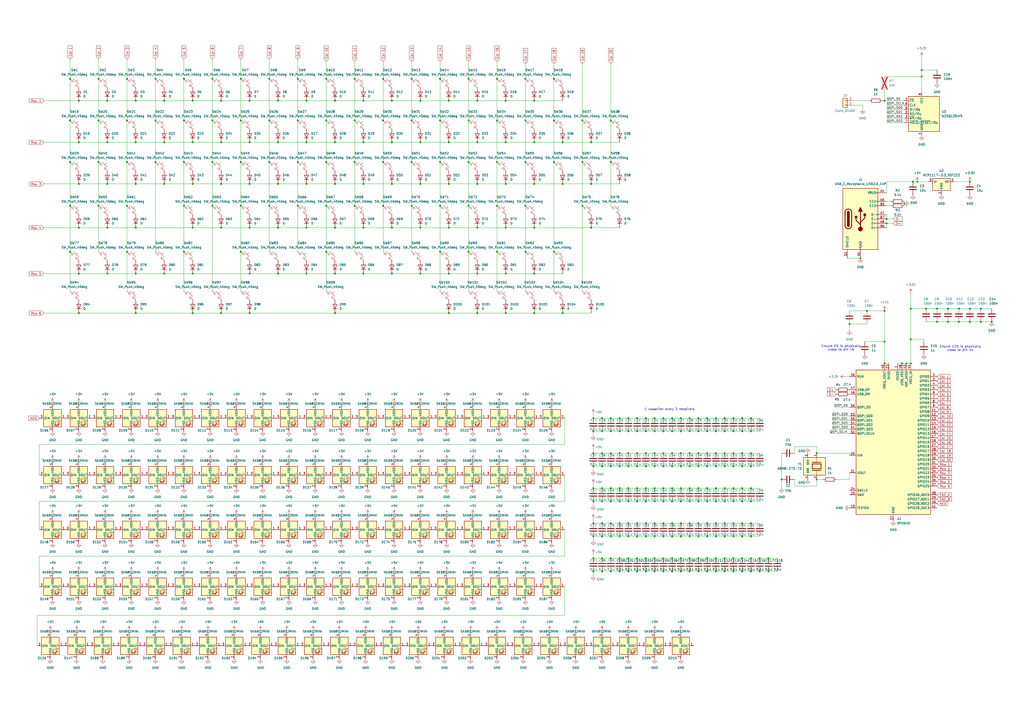
<source format=kicad_sch>
(kicad_sch (version 20250114) (generator "eeschema") (generator_version "9.0")
  (paper "A2")
  (text "Ensure C5 is physically\nclose to pin 45" (at 487.934 201.93 0) (effects (font (size 1.27 1.27))))
  (text "Ensure C15 is physically\nclose to pin 44" (at 557.022 202.184 0) (effects (font (size 1.27 1.27))))
  (text "1 capacitor every 2 neopixels" (at 388.366 237.49 0) (effects (font (size 1.27 1.27))))
  (junction (at 420.37 250.19))
  (junction (at 205.74 93.98))
  (junction (at 260.35 58.42))
  (junction (at 276.86 106.68))
  (junction (at 62.23 82.55))
  (junction (at 139.7 119.38))
  (junction (at 415.29 331.47))
  (junction (at 78.74 58.42))
  (junction (at 210.82 106.68))
  (junction (at 255.27 93.98))
  (junction (at 45.72 106.68))
  (junction (at 410.21 242.57))
  (junction (at 425.45 270.51))
  (junction (at 349.25 270.51))
  (junction (at 342.9 106.68))
  (junction (at 73.66 146.05))
  (junction (at 78.74 158.75))
  (junction (at 430.53 283.21))
  (junction (at 344.17 311.15))
  (junction (at 389.89 270.51))
  (junction (at 543.56 179.07))
  (junction (at 304.8 146.05))
  (junction (at 420.37 323.85))
  (junction (at 128.27 132.08))
  (junction (at 62.23 158.75))
  (junction (at 349.25 331.47))
  (junction (at 405.13 290.83))
  (junction (at 430.53 290.83))
  (junction (at 369.57 303.53))
  (junction (at 430.53 331.47))
  (junction (at 415.29 242.57))
  (junction (at 293.37 181.61))
  (junction (at 394.97 311.15))
  (junction (at 349.25 303.53))
  (junction (at 161.29 132.08))
  (junction (at 90.17 69.85))
  (junction (at 537.21 179.07))
  (junction (at 364.49 303.53))
  (junction (at 384.81 290.83))
  (junction (at 374.65 323.85))
  (junction (at 430.53 311.15))
  (junction (at 430.53 303.53))
  (junction (at 384.81 270.51))
  (junction (at 139.7 93.98))
  (junction (at 364.49 290.83))
  (junction (at 128.27 82.55))
  (junction (at 276.86 132.08))
  (junction (at 425.45 331.47))
  (junction (at 210.82 58.42))
  (junction (at 523.24 210.82))
  (junction (at 57.15 119.38))
  (junction (at 374.65 242.57))
  (junction (at 349.25 311.15))
  (junction (at 349.25 242.57))
  (junction (at 260.35 106.68))
  (junction (at 384.81 331.47))
  (junction (at 389.89 331.47))
  (junction (at 405.13 323.85))
  (junction (at 410.21 262.89))
  (junction (at 435.61 283.21))
  (junction (at 128.27 181.61))
  (junction (at 374.65 262.89))
  (junction (at 106.68 146.05))
  (junction (at 210.82 158.75))
  (junction (at 293.37 158.75))
  (junction (at 288.29 93.98))
  (junction (at 344.17 303.53))
  (junction (at 177.8 82.55))
  (junction (at 177.8 158.75))
  (junction (at 354.33 93.98))
  (junction (at 304.8 93.98))
  (junction (at 73.66 69.85))
  (junction (at 389.89 290.83))
  (junction (at 238.76 69.85))
  (junction (at 430.53 242.57))
  (junction (at 194.31 132.08))
  (junction (at 384.81 242.57))
  (junction (at 321.31 45.72))
  (junction (at 400.05 283.21))
  (junction (at 139.7 146.05))
  (junction (at 128.27 58.42))
  (junction (at 420.37 311.15))
  (junction (at 513.08 210.82))
  (junction (at 410.21 331.47))
  (junction (at 364.49 270.51))
  (junction (at 420.37 283.21))
  (junction (at 410.21 323.85))
  (junction (at 440.69 323.85))
  (junction (at 293.37 106.68))
  (junction (at 435.61 323.85))
  (junction (at 123.19 69.85))
  (junction (at 405.13 250.19))
  (junction (at 161.29 58.42))
  (junction (at 499.11 149.86))
  (junction (at 255.27 119.38))
  (junction (at 359.41 290.83))
  (junction (at 144.78 82.55))
  (junction (at 243.84 58.42))
  (junction (at 425.45 262.89))
  (junction (at 379.73 331.47))
  (junction (at 528.32 196.85))
  (junction (at 73.66 119.38))
  (junction (at 420.37 270.51))
  (junction (at 156.21 45.72))
  (junction (at 78.74 132.08))
  (junction (at 568.96 179.07))
  (junction (at 435.61 250.19))
  (junction (at 309.88 82.55))
  (junction (at 415.29 262.89))
  (junction (at 374.65 303.53))
  (junction (at 144.78 106.68))
  (junction (at 359.41 303.53))
  (junction (at 435.61 290.83))
  (junction (at 161.29 106.68))
  (junction (at 514.35 129.54))
  (junction (at 45.72 82.55))
  (junction (at 309.88 181.61))
  (junction (at 369.57 270.51))
  (junction (at 359.41 331.47))
  (junction (at 549.91 186.69))
  (junction (at 524.51 118.11))
  (junction (at 78.74 82.55))
  (junction (at 106.68 93.98))
  (junction (at 415.29 283.21))
  (junction (at 156.21 93.98))
  (junction (at 405.13 331.47))
  (junction (at 227.33 132.08))
  (junction (at 359.41 323.85))
  (junction (at 354.33 242.57))
  (junction (at 354.33 323.85))
  (junction (at 389.89 303.53))
  (junction (at 276.86 158.75))
  (junction (at 62.23 58.42))
  (junction (at 415.29 290.83))
  (junction (at 528.32 179.07))
  (junction (at 374.65 250.19))
  (junction (at 430.53 262.89))
  (junction (at 420.37 242.57))
  (junction (at 45.72 132.08))
  (junction (at 556.26 179.07))
  (junction (at 45.72 58.42))
  (junction (at 255.27 69.85))
  (junction (at 222.25 119.38))
  (junction (at 369.57 323.85))
  (junction (at 304.8 119.38))
  (junction (at 473.71 278.13))
  (junction (at 400.05 242.57))
  (junction (at 374.65 331.47))
  (junction (at 304.8 45.72))
  (junction (at 205.74 45.72))
  (junction (at 344.17 242.57))
  (junction (at 288.29 45.72))
  (junction (at 309.88 106.68))
  (junction (at 243.84 82.55))
  (junction (at 379.73 311.15))
  (junction (at 271.78 93.98))
  (junction (at 359.41 242.57))
  (junction (at 425.45 242.57))
  (junction (at 243.84 158.75))
  (junction (at 359.41 311.15))
  (junction (at 364.49 262.89))
  (junction (at 514.35 127))
  (junction (at 556.26 186.69))
  (junction (at 529.59 105.41))
  (junction (at 405.13 303.53))
  (junction (at 73.66 93.98))
  (junction (at 369.57 283.21))
  (junction (at 156.21 69.85))
  (junction (at 369.57 250.19))
  (junction (at 349.25 323.85))
  (junction (at 405.13 270.51))
  (junction (at 62.23 106.68))
  (junction (at 359.41 262.89))
  (junction (at 379.73 242.57))
  (junction (at 349.25 262.89))
  (junction (at 106.68 119.38))
  (junction (at 40.64 146.05))
  (junction (at 238.76 93.98))
  (junction (at 337.82 119.38))
  (junction (at 384.81 250.19))
  (junction (at 425.45 323.85))
  (junction (at 528.32 210.82))
  (junction (at 321.31 146.05))
  (junction (at 57.15 69.85))
  (junction (at 288.29 119.38))
  (junction (at 73.66 45.72))
  (junction (at 210.82 82.55))
  (junction (at 172.72 45.72))
  (junction (at 492.76 187.96))
  (junction (at 309.88 132.08))
  (junction (at 210.82 132.08))
  (junction (at 144.78 132.08))
  (junction (at 513.08 198.12))
  (junction (at 57.15 45.72))
  (junction (at 78.74 106.68))
  (junction (at 445.77 331.47))
  (junction (at 394.97 303.53))
  (junction (at 502.92 180.34))
  (junction (at 394.97 290.83))
  (junction (at 425.45 311.15))
  (junction (at 394.97 242.57))
  (junction (at 194.31 82.55))
  (junction (at 420.37 303.53))
  (junction (at 344.17 283.21))
  (junction (at 415.29 250.19))
  (junction (at 410.21 283.21))
  (junction (at 321.31 93.98))
  (junction (at 40.64 119.38))
  (junction (at 384.81 311.15))
  (junction (at 177.8 132.08))
  (junction (at 95.25 158.75))
  (junction (at 111.76 106.68))
  (junction (at 532.13 105.41))
  (junction (at 369.57 311.15))
  (junction (at 543.56 186.69))
  (junction (at 344.17 270.51))
  (junction (at 405.13 262.89))
  (junction (at 95.25 58.42))
  (junction (at 172.72 69.85))
  (junction (at 435.61 242.57))
  (junction (at 354.33 290.83))
  (junction (at 344.17 250.19))
  (junction (at 415.29 311.15))
  (junction (at 374.65 270.51))
  (junction (at 344.17 262.89))
  (junction (at 344.17 290.83))
  (junction (at 139.7 69.85))
  (junction (at 326.39 82.55))
  (junction (at 389.89 262.89))
  (junction (at 349.25 283.21))
  (junction (at 415.29 323.85))
  (junction (at 111.76 58.42))
  (junction (at 90.17 45.72))
  (junction (at 194.31 58.42))
  (junction (at 354.33 262.89))
  (junction (at 40.64 93.98))
  (junction (at 430.53 323.85))
  (junction (at 394.97 331.47))
  (junction (at 227.33 106.68))
  (junction (at 534.67 40.64))
  (junction (at 379.73 250.19))
  (junction (at 194.31 158.75))
  (junction (at 400.05 331.47))
  (junction (at 95.25 82.55))
  (junction (at 430.53 270.51))
  (junction (at 364.49 323.85))
  (junction (at 177.8 106.68))
  (junction (at 394.97 323.85))
  (junction (at 354.33 283.21))
  (junction (at 364.49 311.15))
  (junction (at 534.67 44.45))
  (junction (at 260.35 158.75))
  (junction (at 359.41 270.51))
  (junction (at 205.74 119.38))
  (junction (at 271.78 69.85))
  (junction (at 123.19 93.98))
  (junction (at 78.74 181.61))
  (junction (at 189.23 69.85))
  (junction (at 513.08 180.34))
  (junction (at 549.91 179.07))
  (junction (at 400.05 323.85))
  (junction (at 379.73 323.85))
  (junction (at 349.25 250.19))
  (junction (at 172.72 119.38))
  (junction (at 243.84 132.08))
  (junction (at 172.72 93.98))
  (junction (at 293.37 132.08))
  (junction (at 379.73 290.83))
  (junction (at 445.77 323.85))
  (junction (at 227.33 158.75))
  (junction (at 400.05 290.83))
  (junction (at 144.78 58.42))
  (junction (at 227.33 58.42))
  (junction (at 410.21 311.15))
  (junction (at 342.9 82.55))
  (junction (at 400.05 303.53))
  (junction (at 337.82 93.98))
  (junction (at 513.08 58.42))
  (junction (at 194.31 106.68))
  (junction (at 106.68 45.72))
  (junction (at 40.64 69.85))
  (junction (at 189.23 45.72))
  (junction (at 304.8 69.85))
  (junction (at 435.61 331.47))
  (junction (at 57.15 93.98))
  (junction (at 276.86 82.55))
  (junction (at 374.65 283.21))
  (junction (at 222.25 69.85))
  (junction (at 161.29 158.75))
  (junction (at 435.61 270.51))
  (junction (at 309.88 58.42))
  (junction (at 420.37 331.47))
  (junction (at 177.8 58.42))
  (junction (at 139.7 45.72))
  (junction (at 189.23 119.38))
  (junction (at 525.78 210.82))
  (junction (at 379.73 283.21))
  (junction (at 255.27 146.05))
  (junction (at 420.37 290.83))
  (junction (at 384.81 303.53))
  (junction (at 337.82 69.85))
  (junction (at 389.89 311.15))
  (junction (at 189.23 146.05))
  (junction (at 405.13 283.21))
  (junction (at 425.45 283.21))
  (junction (at 364.49 283.21))
  (junction (at 95.25 106.68))
  (junction (at 342.9 132.08))
  (junction (at 276.86 58.42))
  (junction (at 425.45 250.19))
  (junction (at 144.78 158.75))
  (junction (at 394.97 283.21))
  (junction (at 90.17 93.98))
  (junction (at 205.74 69.85))
  (junction (at 405.13 311.15))
  (junction (at 384.81 323.85))
  (junction (at 260.35 132.08))
  (junction (at 369.57 331.47))
  (junction (at 410.21 270.51))
  (junction (at 440.69 331.47))
  (junction (at 369.57 262.89))
  (junction (at 255.27 45.72))
  (junction (at 309.88 158.75))
  (junction (at 453.39 278.13))
  (junction (at 364.49 242.57))
  (junction (at 354.33 331.47))
  (junction (at 260.35 181.61))
  (junction (at 374.65 290.83))
  (junction (at 354.33 270.51))
  (junction (at 106.68 69.85))
  (junction (at 400.05 250.19))
  (junction (at 288.29 146.05))
  (junction (at 374.65 311.15))
  (junction (at 293.37 58.42))
  (junction (at 379.73 303.53))
  (junction (at 379.73 262.89))
  (junction (at 111.76 181.61))
  (junction (at 425.45 290.83))
  (junction (at 238.76 119.38))
  (junction (at 384.81 283.21))
  (junction (at 369.57 290.83))
  (junction (at 389.89 323.85))
  (junction (at 415.29 270.51))
  (junction (at 144.78 181.61))
  (junction (at 45.72 158.75))
  (junction (at 40.64 45.72))
  (junction (at 288.29 69.85))
  (junction (at 260.35 82.55))
  (junction (at 359.41 283.21))
  (junction (at 369.57 242.57))
  (junction (at 425.45 303.53))
  (junction (at 410.21 250.19))
  (junction (at 562.61 105.41))
  (junction (at 271.78 119.38))
  (junction (at 400.05 262.89))
  (junction (at 389.89 283.21))
  (junction (at 354.33 311.15))
  (junction (at 354.33 303.53))
  (junction (at 321.31 69.85))
  (junction (at 568.96 186.69))
  (junction (at 394.97 250.19))
  (junction (at 562.61 186.69))
  (junction (at 379.73 270.51))
  (junction (at 238.76 45.72))
  (junction (at 227.33 82.55))
  (junction (at 389.89 242.57))
  (junction (at 364.49 250.19))
  (junction (at 364.49 331.47))
  (junction (at 400.05 270.51))
  (junction (at 222.25 93.98))
  (junction (at 161.29 82.55))
  (junction (at 344.17 331.47))
  (junction (at 430.53 250.19))
  (junction (at 415.29 303.53))
  (junction (at 354.33 69.85))
  (junction (at 62.23 132.08))
  (junction (at 344.17 323.85))
  (junction (at 435.61 311.15))
  (junction (at 420.37 262.89))
  (junction (at 271.78 45.72))
  (junction (at 111.76 82.55))
  (junction (at 359.41 250.19))
  (junction (at 194.31 181.61))
  (junction (at 410.21 290.83))
  (junction (at 349.25 290.83))
  (junction (at 45.72 181.61))
  (junction (at 435.61 262.89))
  (junction (at 111.76 158.75))
  (junction (at 394.97 262.89))
  (junction (at 326.39 106.68))
  (junction (at 276.86 181.61))
  (junction (at 389.89 250.19))
  (junction (at 156.21 119.38))
  (junction (at 189.23 93.98))
  (junction (at 435.61 303.53))
  (junction (at 123.19 119.38))
  (junction (at 326.39 181.61))
  (junction (at 222.25 45.72))
  (junction (at 128.27 106.68))
  (junction (at 354.33 250.19))
  (junction (at 243.84 106.68))
  (junction (at 405.13 242.57))
  (junction (at 111.76 132.08))
  (junction (at 410.21 303.53))
  (junction (at 562.61 179.07))
  (junction (at 473.71 262.89))
  (junction (at 293.37 82.55))
  (junction (at 394.97 270.51))
  (junction (at 384.81 262.89))
  (junction (at 271.78 146.05))
  (junction (at 575.31 186.69))
  (junction (at 123.19 45.72))
  (junction (at 400.05 311.15))
  (wire (pts (xy 288.29 45.72) (xy 288.29 69.85)))
  (wire (pts (xy 293.37 106.68) (xy 309.88 106.68)))
  (wire (pts (xy 238.76 93.98) (xy 238.76 119.38)))
  (wire (pts (xy 490.22 218.44) (xy 492.76 218.44)))
  (wire (pts (xy 359.41 311.15) (xy 364.49 311.15)))
  (wire (pts (xy 120.65 365.76) (xy 120.65 367.03)))
  (wire (pts (xy 461.01 262.89) (xy 461.01 259.08)))
  (wire (pts (xy 276.86 158.75) (xy 293.37 158.75)))
  (wire (pts (xy 320.04 233.68) (xy 320.04 234.95)))
  (wire (pts (xy 453.39 278.13) (xy 453.39 283.21)))
  (wire (pts (xy 415.29 303.53) (xy 420.37 303.53)))
  (wire (pts (xy 389.89 311.15) (xy 394.97 311.15)))
  (wire (pts (xy 210.82 106.68) (xy 227.33 106.68)))
  (wire (pts (xy 415.29 250.19) (xy 420.37 250.19)))
  (wire (pts (xy 304.8 233.68) (xy 304.8 234.95)))
  (wire (pts (xy 227.33 58.42) (xy 243.84 58.42)))
  (wire (pts (xy 359.41 270.51) (xy 364.49 270.51)))
  (wire (pts (xy 344.17 311.15) (xy 349.25 311.15)))
  (wire (pts (xy 105.41 365.76) (xy 105.41 367.03)))
  (wire (pts (xy 369.57 270.51) (xy 374.65 270.51)))
  (wire (pts (xy 213.36 298.45) (xy 213.36 299.72)))
  (wire (pts (xy 511.81 58.42) (xy 513.08 58.42)))
  (wire (pts (xy 495.3 60.96) (xy 500.38 60.96)))
  (wire (pts (xy 344.17 283.21) (xy 349.25 283.21)))
  (wire (pts (xy 260.35 106.68) (xy 276.86 106.68)))
  (wire (pts (xy 213.36 331.47) (xy 213.36 332.74)))
  (wire (pts (xy 309.88 82.55) (xy 326.39 82.55)))
  (wire (pts (xy 304.8 331.47) (xy 304.8 332.74)))
  (wire (pts (xy 309.88 181.61) (xy 293.37 181.61)))
  (wire (pts (xy 513.08 210.82) (xy 515.62 210.82)))
  (wire (pts (xy 111.76 158.75) (xy 144.78 158.75)))
  (wire (pts (xy 106.68 233.68) (xy 106.68 234.95)))
  (wire (pts (xy 60.96 298.45) (xy 60.96 299.72)))
  (wire (pts (xy 364.49 323.85) (xy 369.57 323.85)))
  (wire (pts (xy 123.19 45.72) (xy 123.19 69.85)))
  (wire (pts (xy 405.13 331.47) (xy 410.21 331.47)))
  (wire (pts (xy 379.73 331.47) (xy 384.81 331.47)))
  (wire (pts (xy 274.32 233.68) (xy 274.32 234.95)))
  (wire (pts (xy 342.9 106.68) (xy 359.41 106.68)))
  (wire (pts (xy 121.92 233.68) (xy 121.92 234.95)))
  (wire (pts (xy 276.86 58.42) (xy 293.37 58.42)))
  (wire (pts (xy 57.15 69.85) (xy 57.15 93.98)))
  (wire (pts (xy 535.94 196.85) (xy 535.94 198.12)))
  (wire (pts (xy 95.25 158.75) (xy 111.76 158.75)))
  (wire (pts (xy 481.33 251.46) (xy 492.76 251.46)))
  (wire (pts (xy 514.35 60.96) (xy 524.51 60.96)))
  (wire (pts (xy 73.66 146.05) (xy 73.66 168.91)))
  (wire (pts (xy 243.84 158.75) (xy 260.35 158.75)))
  (wire (pts (xy 95.25 82.55) (xy 111.76 82.55)))
  (wire (pts (xy 415.29 323.85) (xy 420.37 323.85)))
  (wire (pts (xy 410.21 311.15) (xy 415.29 311.15)))
  (wire (pts (xy 25.4 132.08) (xy 45.72 132.08)))
  (wire (pts (xy 440.69 331.47) (xy 445.77 331.47)))
  (wire (pts (xy 535.94 196.85) (xy 528.32 196.85)))
  (wire (pts (xy 461.01 281.94) (xy 473.71 281.94)))
  (wire (pts (xy 95.25 58.42) (xy 111.76 58.42)))
  (wire (pts (xy 40.64 93.98) (xy 40.64 119.38)))
  (wire (pts (xy 425.45 270.51) (xy 430.53 270.51)))
  (wire (pts (xy 415.29 290.83) (xy 420.37 290.83)))
  (wire (pts (xy 420.37 283.21) (xy 425.45 283.21)))
  (wire (pts (xy 514.35 66.04) (xy 524.51 66.04)))
  (wire (pts (xy 45.72 106.68) (xy 62.23 106.68)))
  (wire (pts (xy 364.49 242.57) (xy 369.57 242.57)))
  (wire (pts (xy 137.16 298.45) (xy 137.16 299.72)))
  (wire (pts (xy 430.53 270.51) (xy 435.61 270.51)))
  (wire (pts (xy 166.37 365.76) (xy 166.37 367.03)))
  (wire (pts (xy 384.81 283.21) (xy 389.89 283.21)))
  (wire (pts (xy 76.2 266.7) (xy 76.2 267.97)))
  (wire (pts (xy 534.67 40.64) (xy 534.67 44.45)))
  (wire (pts (xy 255.27 69.85) (xy 255.27 93.98)))
  (wire (pts (xy 76.2 331.47) (xy 76.2 332.74)))
  (wire (pts (xy 389.89 303.53) (xy 394.97 303.53)))
  (wire (pts (xy 394.97 270.51) (xy 400.05 270.51)))
  (wire (pts (xy 30.48 298.45) (xy 30.48 299.72)))
  (wire (pts (xy 228.6 233.68) (xy 228.6 234.95)))
  (wire (pts (xy 342.9 132.08) (xy 359.41 132.08)))
  (wire (pts (xy 293.37 58.42) (xy 309.88 58.42)))
  (wire (pts (xy 425.45 250.19) (xy 430.53 250.19)))
  (wire (pts (xy 167.64 298.45) (xy 167.64 299.72)))
  (wire (pts (xy 400.05 270.51) (xy 405.13 270.51)))
  (wire (pts (xy 90.17 34.29) (xy 90.17 45.72)))
  (wire (pts (xy 354.33 242.57) (xy 359.41 242.57)))
  (wire (pts (xy 198.12 233.68) (xy 198.12 234.95)))
  (wire (pts (xy 501.65 198.12) (xy 513.08 198.12)))
  (wire (pts (xy 461.01 278.13) (xy 461.01 281.94)))
  (wire (pts (xy 274.32 298.45) (xy 274.32 299.72)))
  (wire (pts (xy 379.73 283.21) (xy 384.81 283.21)))
  (wire (pts (xy 425.45 290.83) (xy 430.53 290.83)))
  (wire (pts (xy 420.37 323.85) (xy 425.45 323.85)))
  (wire (pts (xy 289.56 331.47) (xy 289.56 332.74)))
  (wire (pts (xy 420.37 311.15) (xy 425.45 311.15)))
  (wire (pts (xy 514.35 119.38) (xy 516.89 119.38)))
  (wire (pts (xy 60.96 331.47) (xy 60.96 332.74)))
  (wire (pts (xy 415.29 270.51) (xy 420.37 270.51)))
  (wire (pts (xy 349.25 365.76) (xy 349.25 367.03)))
  (wire (pts (xy 374.65 250.19) (xy 379.73 250.19)))
  (wire (pts (xy 288.29 365.76) (xy 288.29 367.03)))
  (wire (pts (xy 461.01 259.08) (xy 473.71 259.08)))
  (wire (pts (xy 327.66 275.59) (xy 327.66 290.83)))
  (wire (pts (xy 238.76 69.85) (xy 238.76 93.98)))
  (wire (pts (xy 205.74 35.56) (xy 205.74 45.72)))
  (wire (pts (xy 44.45 365.76) (xy 44.45 367.03)))
  (wire (pts (xy 321.31 146.05) (xy 321.31 168.91)))
  (wire (pts (xy 172.72 69.85) (xy 172.72 93.98)))
  (wire (pts (xy 227.33 158.75) (xy 243.84 158.75)))
  (wire (pts (xy 30.48 233.68) (xy 30.48 234.95)))
  (wire (pts (xy 349.25 262.89) (xy 354.33 262.89)))
  (wire (pts (xy 326.39 82.55) (xy 342.9 82.55)))
  (wire (pts (xy 430.53 250.19) (xy 435.61 250.19)))
  (wire (pts (xy 320.04 266.7) (xy 320.04 267.97)))
  (wire (pts (xy 344.17 240.03) (xy 344.17 242.57)))
  (wire (pts (xy 222.25 35.56) (xy 222.25 45.72)))
  (wire (pts (xy 181.61 365.76) (xy 181.61 367.03)))
  (wire (pts (xy 194.31 106.68) (xy 210.82 106.68)))
  (wire (pts (xy 394.97 323.85) (xy 400.05 323.85)))
  (wire (pts (xy 123.19 119.38) (xy 123.19 168.91)))
  (wire (pts (xy 25.4 58.42) (xy 45.72 58.42)))
  (wire (pts (xy 167.64 233.68) (xy 167.64 234.95)))
  (wire (pts (xy 198.12 266.7) (xy 198.12 267.97)))
  (wire (pts (xy 121.92 331.47) (xy 121.92 332.74)))
  (wire (pts (xy 90.17 93.98) (xy 90.17 146.05)))
  (wire (pts (xy 139.7 34.29) (xy 139.7 45.72)))
  (wire (pts (xy 568.96 186.69) (xy 575.31 186.69)))
  (wire (pts (xy 492.76 278.13) (xy 492.76 274.32)))
  (wire (pts (xy 337.82 69.85) (xy 337.82 93.98)))
  (wire (pts (xy 156.21 34.29) (xy 156.21 45.72)))
  (wire (pts (xy 255.27 93.98) (xy 255.27 119.38)))
  (wire (pts (xy 167.64 331.47) (xy 167.64 332.74)))
  (wire (pts (xy 364.49 303.53) (xy 369.57 303.53)))
  (wire (pts (xy 374.65 303.53) (xy 379.73 303.53)))
  (wire (pts (xy 349.25 311.15) (xy 354.33 311.15)))
  (wire (pts (xy 309.88 58.42) (xy 326.39 58.42)))
  (wire (pts (xy 379.73 290.83) (xy 384.81 290.83)))
  (wire (pts (xy 243.84 132.08) (xy 260.35 132.08)))
  (wire (pts (xy 430.53 331.47) (xy 435.61 331.47)))
  (wire (pts (xy 384.81 331.47) (xy 389.89 331.47)))
  (wire (pts (xy 394.97 250.19) (xy 400.05 250.19)))
  (wire (pts (xy 194.31 82.55) (xy 210.82 82.55)))
  (wire (pts (xy 243.84 266.7) (xy 243.84 267.97)))
  (wire (pts (xy 45.72 233.68) (xy 45.72 234.95)))
  (wire (pts (xy 405.13 242.57) (xy 410.21 242.57)))
  (wire (pts (xy 349.25 270.51) (xy 354.33 270.51)))
  (wire (pts (xy 255.27 35.56) (xy 255.27 45.72)))
  (wire (pts (xy 196.85 365.76) (xy 196.85 367.03)))
  (wire (pts (xy 255.27 119.38) (xy 255.27 146.05)))
  (wire (pts (xy 354.33 93.98) (xy 354.33 119.38)))
  (wire (pts (xy 326.39 106.68) (xy 342.9 106.68)))
  (wire (pts (xy 91.44 233.68) (xy 91.44 234.95)))
  (wire (pts (xy 144.78 82.55) (xy 161.29 82.55)))
  (wire (pts (xy 425.45 303.53) (xy 430.53 303.53)))
  (wire (pts (xy 177.8 58.42) (xy 194.31 58.42)))
  (wire (pts (xy 528.32 179.07) (xy 528.32 196.85)))
  (wire (pts (xy 389.89 270.51) (xy 394.97 270.51)))
  (wire (pts (xy 304.8 93.98) (xy 304.8 119.38)))
  (wire (pts (xy 410.21 283.21) (xy 415.29 283.21)))
  (wire (pts (xy 210.82 82.55) (xy 227.33 82.55)))
  (wire (pts (xy 62.23 132.08) (xy 78.74 132.08)))
  (wire (pts (xy 405.13 250.19) (xy 410.21 250.19)))
  (wire (pts (xy 271.78 119.38) (xy 271.78 146.05)))
  (wire (pts (xy 485.14 278.13) (xy 492.76 278.13)))
  (wire (pts (xy 309.88 158.75) (xy 326.39 158.75)))
  (wire (pts (xy 364.49 311.15) (xy 369.57 311.15)))
  (wire (pts (xy 379.73 311.15) (xy 384.81 311.15)))
  (wire (pts (xy 238.76 45.72) (xy 238.76 69.85)))
  (wire (pts (xy 344.17 290.83) (xy 349.25 290.83)))
  (wire (pts (xy 78.74 181.61) (xy 111.76 181.61)))
  (wire (pts (xy 502.92 180.34) (xy 513.08 180.34)))
  (wire (pts (xy 271.78 93.98) (xy 271.78 119.38)))
  (wire (pts (xy 326.39 181.61) (xy 342.9 181.61)))
  (wire (pts (xy 152.4 266.7) (xy 152.4 267.97)))
  (wire (pts (xy 514.35 116.84) (xy 516.89 116.84)))
  (wire (pts (xy 139.7 146.05) (xy 139.7 168.91)))
  (wire (pts (xy 243.84 106.68) (xy 260.35 106.68)))
  (wire (pts (xy 354.33 331.47) (xy 359.41 331.47)))
  (wire (pts (xy 342.9 82.55) (xy 359.41 82.55)))
  (wire (pts (xy 354.33 311.15) (xy 359.41 311.15)))
  (wire (pts (xy 525.78 210.82) (xy 528.32 210.82)))
  (wire (pts (xy 562.61 186.69) (xy 568.96 186.69)))
  (wire (pts (xy 182.88 331.47) (xy 182.88 332.74)))
  (wire (pts (xy 369.57 250.19) (xy 374.65 250.19)))
  (wire (pts (xy 45.72 298.45) (xy 45.72 299.72)))
  (wire (pts (xy 321.31 45.72) (xy 321.31 69.85)))
  (wire (pts (xy 177.8 82.55) (xy 194.31 82.55)))
  (wire (pts (xy 337.82 93.98) (xy 337.82 119.38)))
  (wire (pts (xy 415.29 242.57) (xy 420.37 242.57)))
  (wire (pts (xy 76.2 298.45) (xy 76.2 299.72)))
  (wire (pts (xy 73.66 119.38) (xy 73.66 146.05)))
  (wire (pts (xy 194.31 158.75) (xy 210.82 158.75)))
  (wire (pts (xy 57.15 93.98) (xy 57.15 119.38)))
  (wire (pts (xy 473.71 281.94) (xy 473.71 278.13)))
  (wire (pts (xy 259.08 331.47) (xy 259.08 332.74)))
  (wire (pts (xy 520.7 210.82) (xy 523.24 210.82)))
  (wire (pts (xy 289.56 233.68) (xy 289.56 234.95)))
  (wire (pts (xy 354.33 283.21) (xy 359.41 283.21)))
  (wire (pts (xy 40.64 146.05) (xy 40.64 168.91)))
  (wire (pts (xy 344.17 250.19) (xy 349.25 250.19)))
  (wire (pts (xy 374.65 323.85) (xy 379.73 323.85)))
  (wire (pts (xy 523.24 210.82) (xy 525.78 210.82)))
  (wire (pts (xy 394.97 262.89) (xy 400.05 262.89)))
  (wire (pts (xy 344.17 290.83) (xy 344.17 293.37)))
  (wire (pts (xy 394.97 303.53) (xy 400.05 303.53)))
  (wire (pts (xy 273.05 365.76) (xy 273.05 367.03)))
  (wire (pts (xy 514.35 129.54) (xy 514.35 132.08)))
  (wire (pts (xy 534.67 44.45) (xy 534.67 53.34)))
  (wire (pts (xy 524.51 116.84) (xy 524.51 118.11)))
  (wire (pts (xy 139.7 119.38) (xy 139.7 146.05)))
  (wire (pts (xy 255.27 45.72) (xy 255.27 69.85)))
  (wire (pts (xy 420.37 250.19) (xy 425.45 250.19)))
  (wire (pts (xy 137.16 266.7) (xy 137.16 267.97)))
  (wire (pts (xy 243.84 82.55) (xy 260.35 82.55)))
  (wire (pts (xy 405.13 283.21) (xy 410.21 283.21)))
  (wire (pts (xy 440.69 323.85) (xy 445.77 323.85)))
  (wire (pts (xy 359.41 331.47) (xy 364.49 331.47)))
  (wire (pts (xy 78.74 82.55) (xy 95.25 82.55)))
  (wire (pts (xy 492.76 180.34) (xy 502.92 180.34)))
  (wire (pts (xy 91.44 298.45) (xy 91.44 299.72)))
  (wire (pts (xy 374.65 242.57) (xy 379.73 242.57)))
  (wire (pts (xy 288.29 69.85) (xy 288.29 93.98)))
  (wire (pts (xy 492.76 187.96) (xy 502.92 187.96)))
  (wire (pts (xy 344.17 311.15) (xy 344.17 313.69)))
  (wire (pts (xy 76.2 233.68) (xy 76.2 234.95)))
  (wire (pts (xy 40.64 69.85) (xy 40.64 93.98)))
  (wire (pts (xy 161.29 58.42) (xy 177.8 58.42)))
  (wire (pts (xy 384.81 303.53) (xy 389.89 303.53)))
  (wire (pts (xy 369.57 311.15) (xy 374.65 311.15)))
  (wire (pts (xy 121.92 266.7) (xy 121.92 267.97)))
  (wire (pts (xy 238.76 35.56) (xy 238.76 45.72)))
  (wire (pts (xy 415.29 331.47) (xy 420.37 331.47)))
  (wire (pts (xy 537.21 186.69) (xy 543.56 186.69)))
  (wire (pts (xy 194.31 132.08) (xy 210.82 132.08)))
  (wire (pts (xy 238.76 119.38) (xy 238.76 146.05)))
  (wire (pts (xy 384.81 262.89) (xy 389.89 262.89)))
  (wire (pts (xy 349.25 303.53) (xy 354.33 303.53)))
  (wire (pts (xy 123.19 34.29) (xy 123.19 45.72)))
  (wire (pts (xy 288.29 146.05) (xy 288.29 168.91)))
  (wire (pts (xy 379.73 270.51) (xy 384.81 270.51)))
  (wire (pts (xy 213.36 233.68) (xy 213.36 234.95)))
  (wire (pts (xy 25.4 106.68) (xy 45.72 106.68)))
  (wire (pts (xy 321.31 36.83) (xy 321.31 45.72)))
  (wire (pts (xy 91.44 266.7) (xy 91.44 267.97)))
  (wire (pts (xy 139.7 69.85) (xy 139.7 93.98)))
  (wire (pts (xy 111.76 58.42) (xy 128.27 58.42)))
  (wire (pts (xy 359.41 262.89) (xy 364.49 262.89)))
  (wire (pts (xy 222.25 45.72) (xy 222.25 69.85)))
  (wire (pts (xy 189.23 93.98) (xy 189.23 119.38)))
  (wire (pts (xy 137.16 331.47) (xy 137.16 332.74)))
  (wire (pts (xy 128.27 82.55) (xy 144.78 82.55)))
  (wire (pts (xy 379.73 365.76) (xy 379.73 367.03)))
  (wire (pts (xy 349.25 290.83) (xy 354.33 290.83)))
  (wire (pts (xy 22.86 322.58) (xy 22.86 340.36)))
  (wire (pts (xy 156.21 69.85) (xy 156.21 93.98)))
  (wire (pts (xy 400.05 242.57) (xy 405.13 242.57)))
  (wire (pts (xy 194.31 181.61) (xy 260.35 181.61)))
  (wire (pts (xy 29.21 365.76) (xy 29.21 367.03)))
  (wire (pts (xy 344.17 242.57) (xy 349.25 242.57)))
  (wire (pts (xy 354.33 323.85) (xy 359.41 323.85)))
  (wire (pts (xy 243.84 233.68) (xy 243.84 234.95)))
  (wire (pts (xy 210.82 158.75) (xy 227.33 158.75)))
  (wire (pts (xy 453.39 262.89) (xy 453.39 278.13)))
  (wire (pts (xy 144.78 106.68) (xy 161.29 106.68)))
  (wire (pts (xy 106.68 146.05) (xy 106.68 168.91)))
  (wire (pts (xy 359.41 303.53) (xy 364.49 303.53)))
  (wire (pts (xy 513.08 52.07) (xy 513.08 58.42)))
  (wire (pts (xy 384.81 242.57) (xy 389.89 242.57)))
  (wire (pts (xy 405.13 262.89) (xy 410.21 262.89)))
  (wire (pts (xy 45.72 132.08) (xy 62.23 132.08)))
  (wire (pts (xy 293.37 132.08) (xy 309.88 132.08)))
  (wire (pts (xy 473.71 262.89) (xy 492.76 262.89)))
  (wire (pts (xy 359.41 242.57) (xy 364.49 242.57)))
  (wire (pts (xy 182.88 233.68) (xy 182.88 234.95)))
  (wire (pts (xy 90.17 365.76) (xy 90.17 367.03)))
  (wire (pts (xy 410.21 323.85) (xy 415.29 323.85)))
  (wire (pts (xy 410.21 262.89) (xy 415.29 262.89)))
  (wire (pts (xy 62.23 158.75) (xy 78.74 158.75)))
  (wire (pts (xy 394.97 290.83) (xy 400.05 290.83)))
  (wire (pts (xy 425.45 262.89) (xy 430.53 262.89)))
  (wire (pts (xy 255.27 146.05) (xy 255.27 168.91)))
  (wire (pts (xy 400.05 283.21) (xy 405.13 283.21)))
  (wire (pts (xy 288.29 119.38) (xy 288.29 146.05)))
  (wire (pts (xy 410.21 250.19) (xy 415.29 250.19)))
  (wire (pts (xy 45.72 331.47) (xy 45.72 332.74)))
  (wire (pts (xy 514.35 124.46) (xy 514.35 127)))
  (wire (pts (xy 222.25 93.98) (xy 222.25 119.38)))
  (wire (pts (xy 369.57 283.21) (xy 374.65 283.21)))
  (wire (pts (xy 78.74 158.75) (xy 95.25 158.75)))
  (wire (pts (xy 430.53 323.85) (xy 435.61 323.85)))
  (wire (pts (xy 303.53 365.76) (xy 303.53 367.03)))
  (wire (pts (xy 420.37 242.57) (xy 425.45 242.57)))
  (wire (pts (xy 359.41 250.19) (xy 364.49 250.19)))
  (wire (pts (xy 354.33 69.85) (xy 354.33 93.98)))
  (wire (pts (xy 430.53 283.21) (xy 435.61 283.21)))
  (wire (pts (xy 45.72 266.7) (xy 45.72 267.97)))
  (wire (pts (xy 405.13 311.15) (xy 410.21 311.15)))
  (wire (pts (xy 349.25 323.85) (xy 354.33 323.85)))
  (wire (pts (xy 445.77 323.85) (xy 450.85 323.85)))
  (wire (pts (xy 344.17 280.67) (xy 344.17 283.21)))
  (wire (pts (xy 106.68 93.98) (xy 106.68 119.38)))
  (wire (pts (xy 482.6 243.84) (xy 492.76 243.84)))
  (wire (pts (xy 483.87 236.22) (xy 492.76 236.22)))
  (wire (pts (xy 271.78 35.56) (xy 271.78 45.72)))
  (wire (pts (xy 334.01 365.76) (xy 334.01 367.03)))
  (wire (pts (xy 500.38 60.96) (xy 500.38 63.5)))
  (wire (pts (xy 327.66 340.36) (xy 327.66 356.87)))
  (wire (pts (xy 152.4 233.68) (xy 152.4 234.95)))
  (wire (pts (xy 364.49 283.21) (xy 369.57 283.21)))
  (wire (pts (xy 318.77 365.76) (xy 318.77 367.03)))
  (wire (pts (xy 514.35 105.41) (xy 529.59 105.41)))
  (wire (pts (xy 514.35 63.5) (xy 524.51 63.5)))
  (wire (pts (xy 482.6 248.92) (xy 492.76 248.92)))
  (wire (pts (xy 123.19 69.85) (xy 123.19 93.98)))
  (wire (pts (xy 425.45 311.15) (xy 430.53 311.15)))
  (wire (pts (xy 205.74 119.38) (xy 205.74 146.05)))
  (wire (pts (xy 435.61 290.83) (xy 440.69 290.83)))
  (wire (pts (xy 337.82 119.38) (xy 337.82 168.91)))
  (wire (pts (xy 222.25 119.38) (xy 222.25 146.05)))
  (wire (pts (xy 400.05 290.83) (xy 405.13 290.83)))
  (wire (pts (xy 359.41 323.85) (xy 364.49 323.85)))
  (wire (pts (xy 514.35 71.12) (xy 524.51 71.12)))
  (wire (pts (xy 227.33 132.08) (xy 243.84 132.08)))
  (wire (pts (xy 289.56 298.45) (xy 289.56 299.72)))
  (wire (pts (xy 182.88 266.7) (xy 182.88 267.97)))
  (wire (pts (xy 400.05 303.53) (xy 405.13 303.53)))
  (wire (pts (xy 304.8 298.45) (xy 304.8 299.72)))
  (wire (pts (xy 384.81 270.51) (xy 389.89 270.51)))
  (wire (pts (xy 21.59 356.87) (xy 21.59 374.65)))
  (wire (pts (xy 45.72 181.61) (xy 78.74 181.61)))
  (wire (pts (xy 78.74 106.68) (xy 95.25 106.68)))
  (wire (pts (xy 379.73 323.85) (xy 384.81 323.85)))
  (wire (pts (xy 524.51 118.11) (xy 524.51 119.38)))
  (wire (pts (xy 243.84 331.47) (xy 243.84 332.74)))
  (wire (pts (xy 304.8 69.85) (xy 304.8 93.98)))
  (wire (pts (xy 364.49 262.89) (xy 369.57 262.89)))
  (wire (pts (xy 276.86 106.68) (xy 293.37 106.68)))
  (wire (pts (xy 189.23 119.38) (xy 189.23 146.05)))
  (wire (pts (xy 227.33 365.76) (xy 227.33 367.03)))
  (wire (pts (xy 384.81 290.83) (xy 389.89 290.83)))
  (wire (pts (xy 189.23 35.56) (xy 189.23 45.72)))
  (wire (pts (xy 45.72 82.55) (xy 62.23 82.55)))
  (wire (pts (xy 62.23 82.55) (xy 78.74 82.55)))
  (wire (pts (xy 156.21 119.38) (xy 156.21 146.05)))
  (wire (pts (xy 344.17 321.31) (xy 344.17 323.85)))
  (wire (pts (xy 106.68 34.29) (xy 106.68 45.72)))
  (wire (pts (xy 152.4 298.45) (xy 152.4 299.72)))
  (wire (pts (xy 172.72 93.98) (xy 172.72 119.38)))
  (wire (pts (xy 389.89 331.47) (xy 394.97 331.47)))
  (wire (pts (xy 410.21 290.83) (xy 415.29 290.83)))
  (wire (pts (xy 259.08 266.7) (xy 259.08 267.97)))
  (wire (pts (xy 243.84 298.45) (xy 243.84 299.72)))
  (wire (pts (xy 354.33 250.19) (xy 359.41 250.19)))
  (wire (pts (xy 445.77 331.47) (xy 450.85 331.47)))
  (wire (pts (xy 405.13 290.83) (xy 410.21 290.83)))
  (wire (pts (xy 257.81 365.76) (xy 257.81 367.03)))
  (wire (pts (xy 425.45 331.47) (xy 430.53 331.47)))
  (wire (pts (xy 40.64 45.72) (xy 40.64 69.85)))
  (wire (pts (xy 144.78 132.08) (xy 161.29 132.08)))
  (wire (pts (xy 410.21 242.57) (xy 415.29 242.57)))
  (wire (pts (xy 205.74 45.72) (xy 205.74 69.85)))
  (wire (pts (xy 304.8 119.38) (xy 304.8 146.05)))
  (wire (pts (xy 189.23 45.72) (xy 189.23 69.85)))
  (wire (pts (xy 205.74 93.98) (xy 205.74 119.38)))
  (wire (pts (xy 57.15 119.38) (xy 57.15 146.05)))
  (wire (pts (xy 528.32 196.85) (xy 528.32 210.82)))
  (wire (pts (xy 228.6 266.7) (xy 228.6 267.97)))
  (wire (pts (xy 491.49 149.86) (xy 499.11 149.86)))
  (wire (pts (xy 369.57 290.83) (xy 374.65 290.83)))
  (wire (pts (xy 435.61 323.85) (xy 440.69 323.85)))
  (wire (pts (xy 228.6 298.45) (xy 228.6 299.72)))
  (wire (pts (xy 91.44 331.47) (xy 91.44 332.74)))
  (wire (pts (xy 128.27 181.61) (xy 144.78 181.61)))
  (wire (pts (xy 514.35 111.76) (xy 514.35 105.41)))
  (wire (pts (xy 198.12 298.45) (xy 198.12 299.72)))
  (wire (pts (xy 57.15 45.72) (xy 57.15 69.85)))
  (wire (pts (xy 513.08 180.34) (xy 513.08 198.12)))
  (wire (pts (xy 151.13 365.76) (xy 151.13 367.03)))
  (wire (pts (xy 568.96 179.07) (xy 575.31 179.07)))
  (wire (pts (xy 30.48 331.47) (xy 30.48 332.74)))
  (wire (pts (xy 514.35 129.54) (xy 518.16 129.54)))
  (wire (pts (xy 320.04 298.45) (xy 320.04 299.72)))
  (wire (pts (xy 73.66 69.85) (xy 73.66 93.98)))
  (wire (pts (xy 364.49 290.83) (xy 369.57 290.83)))
  (wire (pts (xy 182.88 298.45) (xy 182.88 299.72)))
  (wire (pts (xy 276.86 181.61) (xy 260.35 181.61)))
  (wire (pts (xy 415.29 311.15) (xy 420.37 311.15)))
  (wire (pts (xy 106.68 331.47) (xy 106.68 332.74)))
  (wire (pts (xy 139.7 93.98) (xy 139.7 119.38)))
  (wire (pts (xy 327.66 257.81) (xy 22.86 257.81)))
  (wire (pts (xy 213.36 266.7) (xy 213.36 267.97)))
  (wire (pts (xy 369.57 323.85) (xy 374.65 323.85)))
  (wire (pts (xy 320.04 331.47) (xy 320.04 332.74)))
  (wire (pts (xy 22.86 290.83) (xy 22.86 307.34)))
  (wire (pts (xy 144.78 58.42) (xy 161.29 58.42)))
  (wire (pts (xy 420.37 262.89) (xy 425.45 262.89)))
  (wire (pts (xy 327.66 322.58) (xy 22.86 322.58)))
  (wire (pts (xy 111.76 106.68) (xy 128.27 106.68)))
  (wire (pts (xy 45.72 158.75) (xy 62.23 158.75)))
  (wire (pts (xy 260.35 82.55) (xy 276.86 82.55)))
  (wire (pts (xy 205.74 69.85) (xy 205.74 93.98)))
  (wire (pts (xy 549.91 179.07) (xy 556.26 179.07)))
  (wire (pts (xy 271.78 69.85) (xy 271.78 93.98)))
  (wire (pts (xy 123.19 93.98) (xy 123.19 119.38)))
  (wire (pts (xy 73.66 93.98) (xy 73.66 119.38)))
  (wire (pts (xy 344.17 262.89) (xy 349.25 262.89)))
  (wire (pts (xy 410.21 331.47) (xy 415.29 331.47)))
  (wire (pts (xy 344.17 300.99) (xy 344.17 303.53)))
  (wire (pts (xy 161.29 158.75) (xy 177.8 158.75)))
  (wire (pts (xy 400.05 311.15) (xy 405.13 311.15)))
  (wire (pts (xy 45.72 58.42) (xy 62.23 58.42)))
  (wire (pts (xy 60.96 233.68) (xy 60.96 234.95)))
  (wire (pts (xy 374.65 283.21) (xy 379.73 283.21)))
  (wire (pts (xy 543.56 179.07) (xy 549.91 179.07)))
  (wire (pts (xy 389.89 242.57) (xy 394.97 242.57)))
  (wire (pts (xy 156.21 45.72) (xy 156.21 69.85)))
  (wire (pts (xy 394.97 331.47) (xy 400.05 331.47)))
  (wire (pts (xy 59.69 365.76) (xy 59.69 367.03)))
  (wire (pts (xy 156.21 93.98) (xy 156.21 119.38)))
  (wire (pts (xy 25.4 82.55) (xy 45.72 82.55)))
  (wire (pts (xy 482.6 241.3) (xy 492.76 241.3)))
  (wire (pts (xy 349.25 283.21) (xy 354.33 283.21)))
  (wire (pts (xy 349.25 250.19) (xy 354.33 250.19)))
  (wire (pts (xy 194.31 58.42) (xy 210.82 58.42)))
  (wire (pts (xy 549.91 186.69) (xy 556.26 186.69)))
  (wire (pts (xy 389.89 283.21) (xy 394.97 283.21)))
  (wire (pts (xy 405.13 323.85) (xy 410.21 323.85)))
  (wire (pts (xy 389.89 290.83) (xy 394.97 290.83)))
  (wire (pts (xy 359.41 290.83) (xy 364.49 290.83)))
  (wire (pts (xy 172.72 119.38) (xy 172.72 146.05)))
  (wire (pts (xy 354.33 270.51) (xy 359.41 270.51)))
  (wire (pts (xy 212.09 365.76) (xy 212.09 367.03)))
  (wire (pts (xy 473.71 278.13) (xy 477.52 278.13)))
  (wire (pts (xy 228.6 331.47) (xy 228.6 332.74)))
  (wire (pts (xy 95.25 106.68) (xy 111.76 106.68)))
  (wire (pts (xy 139.7 45.72) (xy 139.7 69.85)))
  (wire (pts (xy 293.37 181.61) (xy 276.86 181.61)))
  (wire (pts (xy 400.05 250.19) (xy 405.13 250.19)))
  (wire (pts (xy 60.96 266.7) (xy 60.96 267.97)))
  (wire (pts (xy 309.88 106.68) (xy 326.39 106.68)))
  (wire (pts (xy 137.16 233.68) (xy 137.16 234.95)))
  (wire (pts (xy 344.17 331.47) (xy 349.25 331.47)))
  (wire (pts (xy 40.64 34.29) (xy 40.64 45.72)))
  (wire (pts (xy 420.37 270.51) (xy 425.45 270.51)))
  (wire (pts (xy 62.23 58.42) (xy 78.74 58.42)))
  (wire (pts (xy 326.39 181.61) (xy 309.88 181.61)))
  (wire (pts (xy 73.66 45.72) (xy 73.66 69.85)))
  (wire (pts (xy 242.57 365.76) (xy 242.57 367.03)))
  (wire (pts (xy 528.32 170.18) (xy 528.32 179.07)))
  (wire (pts (xy 121.92 298.45) (xy 121.92 299.72)))
  (wire (pts (xy 304.8 36.83) (xy 304.8 45.72)))
  (wire (pts (xy 90.17 69.85) (xy 90.17 93.98)))
  (wire (pts (xy 389.89 262.89) (xy 394.97 262.89)))
  (wire (pts (xy 106.68 69.85) (xy 106.68 93.98)))
  (wire (pts (xy 492.76 264.16) (xy 492.76 262.89)))
  (wire (pts (xy 321.31 93.98) (xy 321.31 146.05)))
  (wire (pts (xy 364.49 270.51) (xy 369.57 270.51)))
  (wire (pts (xy 161.29 82.55) (xy 177.8 82.55)))
  (wire (pts (xy 260.35 132.08) (xy 276.86 132.08)))
  (wire (pts (xy 30.48 266.7) (xy 30.48 267.97)))
  (wire (pts (xy 435.61 331.47) (xy 440.69 331.47)))
  (wire (pts (xy 435.61 311.15) (xy 440.69 311.15)))
  (wire (pts (xy 384.81 250.19) (xy 389.89 250.19)))
  (wire (pts (xy 161.29 132.08) (xy 177.8 132.08)))
  (wire (pts (xy 167.64 266.7) (xy 167.64 267.97)))
  (wire (pts (xy 425.45 283.21) (xy 430.53 283.21)))
  (wire (pts (xy 354.33 36.83) (xy 354.33 69.85)))
  (wire (pts (xy 473.71 259.08) (xy 473.71 262.89)))
  (wire (pts (xy 394.97 283.21) (xy 400.05 283.21)))
  (wire (pts (xy 394.97 365.76) (xy 394.97 367.03)))
  (wire (pts (xy 379.73 262.89) (xy 384.81 262.89)))
  (wire (pts (xy 374.65 262.89) (xy 379.73 262.89)))
  (wire (pts (xy 364.49 250.19) (xy 369.57 250.19)))
  (wire (pts (xy 482.6 246.38) (xy 492.76 246.38)))
  (wire (pts (xy 553.72 105.41) (xy 562.61 105.41)))
  (wire (pts (xy 288.29 93.98) (xy 288.29 119.38)))
  (wire (pts (xy 128.27 106.68) (xy 144.78 106.68)))
  (wire (pts (xy 435.61 303.53) (xy 440.69 303.53)))
  (wire (pts (xy 430.53 311.15) (xy 435.61 311.15)))
  (wire (pts (xy 425.45 323.85) (xy 430.53 323.85)))
  (wire (pts (xy 161.29 106.68) (xy 177.8 106.68)))
  (wire (pts (xy 556.26 186.69) (xy 562.61 186.69)))
  (wire (pts (xy 364.49 365.76) (xy 364.49 367.03)))
  (wire (pts (xy 222.25 69.85) (xy 222.25 93.98)))
  (wire (pts (xy 210.82 58.42) (xy 227.33 58.42)))
  (wire (pts (xy 135.89 365.76) (xy 135.89 367.03)))
  (wire (pts (xy 435.61 250.19) (xy 440.69 250.19)))
  (wire (pts (xy 513.08 44.45) (xy 534.67 44.45)))
  (wire (pts (xy 369.57 242.57) (xy 374.65 242.57)))
  (wire (pts (xy 349.25 242.57) (xy 354.33 242.57)))
  (wire (pts (xy 274.32 331.47) (xy 274.32 332.74)))
  (wire (pts (xy 354.33 290.83) (xy 359.41 290.83)))
  (wire (pts (xy 74.93 365.76) (xy 74.93 367.03)))
  (wire (pts (xy 354.33 262.89) (xy 359.41 262.89)))
  (wire (pts (xy 349.25 331.47) (xy 354.33 331.47)))
  (wire (pts (xy 309.88 132.08) (xy 342.9 132.08)))
  (wire (pts (xy 111.76 181.61) (xy 128.27 181.61)))
  (wire (pts (xy 513.08 198.12) (xy 513.08 210.82)))
  (wire (pts (xy 410.21 270.51) (xy 415.29 270.51)))
  (wire (pts (xy 276.86 132.08) (xy 293.37 132.08)))
  (wire (pts (xy 529.59 105.41) (xy 532.13 105.41)))
  (wire (pts (xy 106.68 119.38) (xy 106.68 146.05)))
  (wire (pts (xy 106.68 266.7) (xy 106.68 267.97)))
  (wire (pts (xy 210.82 132.08) (xy 227.33 132.08)))
  (wire (pts (xy 304.8 45.72) (xy 304.8 69.85)))
  (wire (pts (xy 495.3 58.42) (xy 504.19 58.42)))
  (wire (pts (xy 430.53 303.53) (xy 435.61 303.53)))
  (wire (pts (xy 189.23 146.05) (xy 189.23 168.91)))
  (wire (pts (xy 289.56 266.7) (xy 289.56 267.97)))
  (wire (pts (xy 57.15 34.29) (xy 57.15 45.72)))
  (wire (pts (xy 177.8 158.75) (xy 194.31 158.75)))
  (wire (pts (xy 435.61 242.57) (xy 440.69 242.57)))
  (wire (pts (xy 344.17 270.51) (xy 349.25 270.51)))
  (wire (pts (xy 369.57 262.89) (xy 374.65 262.89)))
  (wire (pts (xy 534.67 33.02) (xy 534.67 40.64)))
  (wire (pts (xy 73.66 34.29) (xy 73.66 45.72)))
  (wire (pts (xy 537.21 179.07) (xy 543.56 179.07)))
  (wire (pts (xy 420.37 290.83) (xy 425.45 290.83)))
  (wire (pts (xy 430.53 262.89) (xy 435.61 262.89)))
  (wire (pts (xy 514.35 68.58) (xy 524.51 68.58)))
  (wire (pts (xy 364.49 331.47) (xy 369.57 331.47)))
  (wire (pts (xy 374.65 290.83) (xy 379.73 290.83)))
  (wire (pts (xy 327.66 307.34) (xy 327.66 322.58)))
  (wire (pts (xy 384.81 323.85) (xy 389.89 323.85)))
  (wire (pts (xy 293.37 158.75) (xy 309.88 158.75)))
  (wire (pts (xy 327.66 242.57) (xy 327.66 257.81)))
  (wire (pts (xy 556.26 179.07) (xy 562.61 179.07)))
  (wire (pts (xy 514.35 127) (xy 518.16 127)))
  (wire (pts (xy 405.13 303.53) (xy 410.21 303.53)))
  (wire (pts (xy 144.78 158.75) (xy 161.29 158.75)))
  (wire (pts (xy 243.84 58.42) (xy 260.35 58.42)))
  (wire (pts (xy 321.31 69.85) (xy 321.31 93.98)))
  (wire (pts (xy 152.4 331.47) (xy 152.4 332.74)))
  (wire (pts (xy 420.37 331.47) (xy 425.45 331.47)))
  (wire (pts (xy 337.82 36.83) (xy 337.82 69.85)))
  (wire (pts (xy 400.05 323.85) (xy 405.13 323.85)))
  (wire (pts (xy 344.17 331.47) (xy 344.17 334.01)))
  (wire (pts (xy 304.8 266.7) (xy 304.8 267.97)))
  (wire (pts (xy 25.4 158.75) (xy 45.72 158.75)))
  (wire (pts (xy 304.8 146.05) (xy 304.8 168.91)))
  (wire (pts (xy 374.65 311.15) (xy 379.73 311.15)))
  (wire (pts (xy 369.57 331.47) (xy 374.65 331.47)))
  (wire (pts (xy 227.33 82.55) (xy 243.84 82.55)))
  (wire (pts (xy 528.32 179.07) (xy 537.21 179.07)))
  (wire (pts (xy 260.35 158.75) (xy 276.86 158.75)))
  (wire (pts (xy 189.23 69.85) (xy 189.23 93.98)))
  (wire (pts (xy 177.8 132.08) (xy 194.31 132.08)))
  (wire (pts (xy 40.64 119.38) (xy 40.64 146.05)))
  (wire (pts (xy 354.33 303.53) (xy 359.41 303.53)))
  (wire (pts (xy 374.65 270.51) (xy 379.73 270.51)))
  (wire (pts (xy 90.17 45.72) (xy 90.17 69.85)))
  (wire (pts (xy 543.56 186.69) (xy 549.91 186.69)))
  (wire (pts (xy 172.72 34.29) (xy 172.72 45.72)))
  (wire (pts (xy 420.37 303.53) (xy 425.45 303.53)))
  (wire (pts (xy 276.86 82.55) (xy 293.37 82.55)))
  (wire (pts (xy 78.74 58.42) (xy 95.25 58.42)))
  (wire (pts (xy 492.76 187.96) (xy 492.76 191.77)))
  (wire (pts (xy 260.35 58.42) (xy 276.86 58.42)))
  (wire (pts (xy 177.8 106.68) (xy 194.31 106.68)))
  (wire (pts (xy 259.08 298.45) (xy 259.08 299.72)))
  (wire (pts (xy 415.29 283.21) (xy 420.37 283.21)))
  (wire (pts (xy 405.13 270.51) (xy 410.21 270.51)))
  (wire (pts (xy 394.97 242.57) (xy 400.05 242.57)))
  (wire (pts (xy 400.05 262.89) (xy 405.13 262.89)))
  (wire (pts (xy 327.66 290.83) (xy 22.86 290.83)))
  (wire (pts (xy 327.66 356.87) (xy 21.59 356.87)))
  (wire (pts (xy 198.12 331.47) (xy 198.12 332.74)))
  (wire (pts (xy 430.53 242.57) (xy 435.61 242.57)))
  (wire (pts (xy 144.78 181.61) (xy 194.31 181.61)))
  (wire (pts (xy 435.61 283.21) (xy 440.69 283.21)))
  (wire (pts (xy 415.29 262.89) (xy 420.37 262.89)))
  (wire (pts (xy 288.29 35.56) (xy 288.29 45.72)))
  (wire (pts (xy 389.89 250.19) (xy 394.97 250.19)))
  (wire (pts (xy 374.65 331.47) (xy 379.73 331.47)))
  (wire (pts (xy 25.4 181.61) (xy 45.72 181.61)))
  (wire (pts (xy 389.89 323.85) (xy 394.97 323.85)))
  (wire (pts (xy 259.08 233.68) (xy 259.08 234.95)))
  (wire (pts (xy 106.68 298.45) (xy 106.68 299.72)))
  (wire (pts (xy 227.33 106.68) (xy 243.84 106.68)))
  (wire (pts (xy 394.97 311.15) (xy 400.05 311.15)))
  (wire (pts (xy 344.17 270.51) (xy 344.17 273.05)))
  (wire (pts (xy 271.78 146.05) (xy 271.78 168.91)))
  (wire (pts (xy 128.27 58.42) (xy 144.78 58.42)))
  (wire (pts (xy 274.32 266.7) (xy 274.32 267.97)))
  (wire (pts (xy 425.45 242.57) (xy 430.53 242.57)))
  (wire (pts (xy 513.08 58.42) (xy 524.51 58.42)))
  (wire (pts (xy 410.21 303.53) (xy 415.29 303.53)))
  (wire (pts (xy 400.05 331.47) (xy 405.13 331.47)))
  (wire (pts (xy 359.41 283.21) (xy 364.49 283.21)))
  (wire (pts (xy 172.72 45.72) (xy 172.72 69.85)))
  (wire (pts (xy 271.78 45.72) (xy 271.78 69.85)))
  (wire (pts (xy 22.86 257.81) (xy 22.86 275.59)))
  (wire (pts (xy 430.53 290.83) (xy 435.61 290.83)))
  (wire (pts (xy 562.61 179.07) (xy 568.96 179.07)))
  (wire (pts (xy 344.17 260.35) (xy 344.17 262.89)))
  (wire (pts (xy 128.27 132.08) (xy 144.78 132.08)))
  (wire (pts (xy 62.23 106.68) (xy 78.74 106.68)))
  (wire (pts (xy 379.73 250.19) (xy 384.81 250.19)))
  (wire (pts (xy 435.61 270.51) (xy 440.69 270.51)))
  (wire (pts (xy 379.73 242.57) (xy 384.81 242.57)))
  (wire (pts (xy 111.76 82.55) (xy 128.27 82.55)))
  (wire (pts (xy 344.17 250.19) (xy 344.17 252.73)))
  (wire (pts (xy 435.61 262.89) (xy 440.69 262.89)))
  (wire (pts (xy 344.17 303.53) (xy 349.25 303.53)))
  (wire (pts (xy 532.13 105.41) (xy 538.48 105.41)))
  (wire (pts (xy 369.57 303.53) (xy 374.65 303.53)))
  (wire (pts (xy 384.81 311.15) (xy 389.89 311.15)))
  (wire (pts (xy 344.17 323.85) (xy 349.25 323.85)))
  (wire (pts (xy 543.56 40.64) (xy 534.67 40.64)))
  (wire (pts (xy 78.74 132.08) (xy 111.76 132.08)))
  (wire (pts (xy 293.37 82.55) (xy 309.88 82.55)))
  (wire (pts (xy 106.68 45.72) (xy 106.68 69.85)))
  (wire (pts (xy 111.76 132.08) (xy 128.27 132.08)))
  (wire (pts (xy 379.73 303.53) (xy 384.81 303.53)))
  (label "QSPI_SD1" (at 482.6 243.84 0))
  (label "QSPI_SD2" (at 482.6 246.38 0))
  (label "QSPI_SD0" (at 514.35 63.5 0))
  (label "QSPI_SD3" (at 482.6 248.92 0))
  (label "QSPI_SS" (at 483.87 236.22 0))
  (label "QSPI_SS" (at 514.35 58.42 0))
  (label "QSPI_SD3" (at 514.35 71.12 0))
  (label "QSPI_SD0" (at 482.6 241.3 0))
  (label "QSPI_SCLK" (at 481.33 251.46 0))
  (label "QSPI_SD2" (at 514.35 68.58 0))
  (label "QSPI_SD1" (at 514.35 66.04 0))
  (label "QSPI_SCLK" (at 514.35 60.96 0))
  (global_label "Col 16" (shape input) (at 288.29 35.56 90) (property "Intersheetrefs" "${INTERSHEET_REFS}" (effects (hide yes))))
  (global_label "Col 17" (shape input) (at 304.8 36.83 90) (property "Intersheetrefs" "${INTERSHEET_REFS}" (effects (hide yes))))
  (global_label "Row 6" (shape input) (at 543.56 281.94 0) (property "Intersheetrefs" "${INTERSHEET_REFS}" (effects (hide yes))))
  (global_label "Col 17" (shape input) (at 543.56 259.08 0) (property "Intersheetrefs" "${INTERSHEET_REFS}" (effects (hide yes))))
  (global_label "Col 19" (shape input) (at 337.82 36.83 90) (property "Intersheetrefs" "${INTERSHEET_REFS}" (effects (hide yes))))
  (global_label "Col 16" (shape input) (at 543.56 256.54 0) (property "Intersheetrefs" "${INTERSHEET_REFS}" (effects (hide yes))))
  (global_label "Col 18" (shape input) (at 321.31 36.83 90) (property "Intersheetrefs" "${INTERSHEET_REFS}" (effects (hide yes))))
  (global_label "Col 2" (shape input) (at 57.15 34.29 90) (property "Intersheetrefs" "${INTERSHEET_REFS}" (effects (hide yes))))
  (global_label "Col 13" (shape input) (at 543.56 248.92 0) (property "Intersheetrefs" "${INTERSHEET_REFS}" (effects (hide yes))))
  (global_label "Col 12" (shape input) (at 543.56 246.38 0) (property "Intersheetrefs" "${INTERSHEET_REFS}" (effects (hide yes))))
  (global_label "NEO" (shape input) (at 22.86 242.57 180) (property "Intersheetrefs" "${INTERSHEET_REFS}" (effects (hide yes))))
  (global_label "Col 13" (shape input) (at 238.76 35.56 90) (property "Intersheetrefs" "${INTERSHEET_REFS}" (effects (hide yes))))
  (global_label "D-" (shape input) (at 485.14 228.6 180) (property "Intersheetrefs" "${INTERSHEET_REFS}" (effects (hide yes))))
  (global_label "Col 20" (shape input) (at 354.33 36.83 90) (property "Intersheetrefs" "${INTERSHEET_REFS}" (effects (hide yes))))
  (global_label "Col 9" (shape input) (at 172.72 34.29 90) (property "Intersheetrefs" "${INTERSHEET_REFS}" (effects (hide yes))))
  (global_label "Col 10" (shape input) (at 189.23 35.56 90) (property "Intersheetrefs" "${INTERSHEET_REFS}" (effects (hide yes))))
  (global_label "Col 4" (shape input) (at 543.56 226.06 0) (property "Intersheetrefs" "${INTERSHEET_REFS}" (effects (hide yes))))
  (global_label "Col 10" (shape input) (at 543.56 241.3 0) (property "Intersheetrefs" "${INTERSHEET_REFS}" (effects (hide yes))))
  (global_label "Col 3" (shape input) (at 73.66 34.29 90) (property "Intersheetrefs" "${INTERSHEET_REFS}" (effects (hide yes))))
  (global_label "Col 5" (shape input) (at 106.68 34.29 90) (property "Intersheetrefs" "${INTERSHEET_REFS}" (effects (hide yes))))
  (global_label "Col 12" (shape input) (at 222.25 35.56 90) (property "Intersheetrefs" "${INTERSHEET_REFS}" (effects (hide yes))))
  (global_label "Row 1" (shape input) (at 543.56 269.24 0) (property "Intersheetrefs" "${INTERSHEET_REFS}" (effects (hide yes))))
  (global_label "Col 7" (shape input) (at 139.7 34.29 90) (property "Intersheetrefs" "${INTERSHEET_REFS}" (effects (hide yes))))
  (global_label "D-" (shape input) (at 518.16 127 0) (property "Intersheetrefs" "${INTERSHEET_REFS}" (effects (hide yes))))
  (global_label "Row 4" (shape input) (at 25.4 132.08 180) (property "Intersheetrefs" "${INTERSHEET_REFS}" (effects (hide yes))))
  (global_label "Col 11" (shape input) (at 543.56 243.84 0) (property "Intersheetrefs" "${INTERSHEET_REFS}" (effects (hide yes))))
  (global_label "Col 8" (shape input) (at 543.56 236.22 0) (property "Intersheetrefs" "${INTERSHEET_REFS}" (effects (hide yes))))
  (global_label "Col 5" (shape input) (at 543.56 228.6 0) (property "Intersheetrefs" "${INTERSHEET_REFS}" (effects (hide yes))))
  (global_label "Row 1" (shape input) (at 25.4 58.42 180) (property "Intersheetrefs" "${INTERSHEET_REFS}" (effects (hide yes))))
  (global_label "Row 3" (shape input) (at 25.4 106.68 180) (property "Intersheetrefs" "${INTERSHEET_REFS}" (effects (hide yes))))
  (global_label "Row 5" (shape input) (at 543.56 279.4 0) (property "Intersheetrefs" "${INTERSHEET_REFS}" (effects (hide yes))))
  (global_label "Col 6" (shape input) (at 123.19 34.29 90) (property "Intersheetrefs" "${INTERSHEET_REFS}" (effects (hide yes))))
  (global_label "Col 11" (shape input) (at 205.74 35.56 90) (property "Intersheetrefs" "${INTERSHEET_REFS}" (effects (hide yes))))
  (global_label "Row 2" (shape input) (at 25.4 82.55 180) (property "Intersheetrefs" "${INTERSHEET_REFS}" (effects (hide yes))))
  (global_label "Col 6" (shape input) (at 543.56 231.14 0) (property "Intersheetrefs" "${INTERSHEET_REFS}" (effects (hide yes))))
  (global_label "Col 2" (shape input) (at 543.56 220.98 0) (property "Intersheetrefs" "${INTERSHEET_REFS}" (effects (hide yes))))
  (global_label "Col 1" (shape input) (at 40.64 34.29 90) (property "Intersheetrefs" "${INTERSHEET_REFS}" (effects (hide yes))))
  (global_label "NEO" (shape input) (at 543.56 292.1 0) (property "Intersheetrefs" "${INTERSHEET_REFS}" (effects (hide yes))))
  (global_label "Row 4" (shape input) (at 543.56 276.86 0) (property "Intersheetrefs" "${INTERSHEET_REFS}" (effects (hide yes))))
  (global_label "Col 19" (shape input) (at 543.56 264.16 0) (property "Intersheetrefs" "${INTERSHEET_REFS}" (effects (hide yes))))
  (global_label "Col 14" (shape input) (at 255.27 35.56 90) (property "Intersheetrefs" "${INTERSHEET_REFS}" (effects (hide yes))))
  (global_label "Col 9" (shape input) (at 543.56 238.76 0) (property "Intersheetrefs" "${INTERSHEET_REFS}" (effects (hide yes))))
  (global_label "Row 5" (shape input) (at 25.4 158.75 180) (property "Intersheetrefs" "${INTERSHEET_REFS}" (effects (hide yes))))
  (global_label "ENC_B" (shape input) (at 543.56 289.56 0) (property "Intersheetrefs" "${INTERSHEET_REFS}" (effects (hide yes))))
  (global_label "Col 8" (shape input) (at 156.21 34.29 90) (property "Intersheetrefs" "${INTERSHEET_REFS}" (effects (hide yes))))
  (global_label "Col 7" (shape input) (at 543.56 233.68 0) (property "Intersheetrefs" "${INTERSHEET_REFS}" (effects (hide yes))))
  (global_label "Col 4" (shape input) (at 90.17 34.29 90) (property "Intersheetrefs" "${INTERSHEET_REFS}" (effects (hide yes))))
  (global_label "D+" (shape input) (at 485.14 226.06 180) (property "Intersheetrefs" "${INTERSHEET_REFS}" (effects (hide yes))))
  (global_label "Col 14" (shape input) (at 543.56 251.46 0) (property "Intersheetrefs" "${INTERSHEET_REFS}" (effects (hide yes))))
  (global_label "Col 3" (shape input) (at 543.56 223.52 0) (property "Intersheetrefs" "${INTERSHEET_REFS}" (effects (hide yes))))
  (global_label "Col 20" (shape input) (at 543.56 266.7 0) (property "Intersheetrefs" "${INTERSHEET_REFS}" (effects (hide yes))))
  (global_label "Row 2" (shape input) (at 543.56 271.78 0) (property "Intersheetrefs" "${INTERSHEET_REFS}" (effects (hide yes))))
  (global_label "D+" (shape input) (at 518.16 129.54 0) (property "Intersheetrefs" "${INTERSHEET_REFS}" (effects (hide yes))))
  (global_label "Col 1" (shape input) (at 543.56 218.44 0) (property "Intersheetrefs" "${INTERSHEET_REFS}" (effects (hide yes))))
  (global_label "Col 15" (shape input) (at 543.56 254 0) (property "Intersheetrefs" "${INTERSHEET_REFS}" (effects (hide yes))))
  (global_label "Col 18" (shape input) (at 543.56 261.62 0) (property "Intersheetrefs" "${INTERSHEET_REFS}" (effects (hide yes))))
  (global_label "Row 6" (shape input) (at 25.4 181.61 180) (property "Intersheetrefs" "${INTERSHEET_REFS}" (effects (hide yes))))
  (global_label "ENC_A" (shape input) (at 543.56 287.02 0) (property "Intersheetrefs" "${INTERSHEET_REFS}" (effects (hide yes))))
  (global_label "Row 3" (shape input) (at 543.56 274.32 0) (property "Intersheetrefs" "${INTERSHEET_REFS}" (effects (hide yes))))
  (global_label "Col 15" (shape input) (at 271.78 35.56 90) (property "Intersheetrefs" "${INTERSHEET_REFS}" (effects (hide yes))))
  (symbol (lib_id "LED:SK6812MINI") (at 76.2 275.59 0) (unit 1)
    (property "Reference" "D130" (at 71.374 282.702 0))
    (property "Value" "SK6812MINI" (at 75.946 267.208 0))
    (property "Footprint" "SK6812MINI Reverse:SK6812MINI-E" (effects (hide yes)))
    (property "Datasheet" "https://cdn-shop.adafruit.com/product-files/2686/SK6812MINI_REV.01-1-2.pdf" (effects (hide yes)))
    (property "Description" "RGB LED with integrated controller" (effects (hide yes)))
  )
  (symbol (lib_id "LED:SK6812MINI") (at 120.65 374.65 0) (unit 1)
    (property "Reference" "D192" (at 115.824 381.762 0))
    (property "Value" "SK6812MINI" (at 120.396 366.268 0))
    (property "Footprint" "SK6812MINI Reverse:SK6812MINI-E" (effects (hide yes)))
    (property "Datasheet" "https://cdn-shop.adafruit.com/product-files/2686/SK6812MINI_REV.01-1-2.pdf" (effects (hide yes)))
    (property "Description" "RGB LED with integrated controller" (effects (hide yes)))
  )
  (symbol (lib_id "power:GND") (at 259.08 347.98 0) (unit 1)
    (property "Reference" "#PWR0170" (effects (hide yes)))
    (property "Value" "GND" (at 259.08 353.06 0))
    (property "Description" "Power symbol creates a global label with name \"GND\" , ground" (effects (hide yes)))
  )
  (symbol (lib_id "Connector:USB_C_Receptacle_USB2.0_14P") (at 499.11 127 0) (unit 1)
    (property "Reference" "J1" (at 499.11 104.14 0))
    (property "Value" "USB_C_Receptacle_USB2.0_14P" (at 499.11 106.68 0))
    (property "Footprint" "Connector_USB:USB_C_Receptacle_XKB_U262-16XN-4BVC11" (effects (hide yes)))
    (property "Datasheet" "https://www.usb.org/sites/default/files/documents/usb_type-c.zip" (effects (hide yes)))
    (property "Description" "USB 2.0-only 14P Type-C Receptacle connector" (effects (hide yes)))
  )
  (symbol (lib_id "Switch:SW_Push_45deg") (at 191.77 121.92 0) (unit 1)
    (property "Reference" "SW67" (at 191.77 114.3 0))
    (property "Value" "SW_Push_45deg" (at 191.77 116.84 0))
    (property "Footprint" "Button_Switch_Keyboard:SW_Cherry_MX_1.00u_PCB" (effects (hide yes)))
    (property "Description" "Push button switch, normally open, two pins, 45° tilted" (effects (hide yes)))
  )
  (symbol (lib_id "power:GND") (at 167.64 250.19 0) (unit 1)
    (property "Reference" "#PWR042" (effects (hide yes)))
    (property "Value" "GND" (at 167.64 255.27 0))
    (property "Description" "Power symbol creates a global label with name \"GND\" , ground" (effects (hide yes)))
  )
  (symbol (lib_id "Device:C") (at 389.89 307.34 0) (unit 1)
    (property "Reference" "C86" (at 388.112 304.8 0) (effects (justify left)))
    (property "Value" "0.1u" (at 387.858 309.88 0) (effects (justify left)))
    (property "Footprint" "CC0402KRX7R7BB104:C0402" (effects (hide yes)))
    (property "Description" "Unpolarized capacitor" (effects (hide yes)))
  )
  (symbol (lib_id "power:GND") (at 500.38 63.5 0) (unit 1)
    (property "Reference" "#PWR018" (effects (hide yes)))
    (property "Value" "GND" (at 500.38 68.58 0))
    (property "Description" "Power symbol creates a global label with name \"GND\" , ground" (effects (hide yes)))
  )
  (symbol (lib_id "LED:SK6812MINI") (at 394.97 374.65 0) (unit 1)
    (property "Reference" "D210" (at 390.144 381.762 0))
    (property "Value" "SK6812MINI" (at 394.716 366.268 0))
    (property "Footprint" "SK6812MINI Reverse:SK6812MINI-E" (effects (hide yes)))
    (property "Datasheet" "https://cdn-shop.adafruit.com/product-files/2686/SK6812MINI_REV.01-1-2.pdf" (effects (hide yes)))
    (property "Description" "RGB LED with integrated controller" (effects (hide yes)))
  )
  (symbol (lib_id "power:GND") (at 76.2 250.19 0) (unit 1)
    (property "Reference" "#PWR030" (effects (hide yes)))
    (property "Value" "GND" (at 76.2 255.27 0))
    (property "Description" "Power symbol creates a global label with name \"GND\" , ground" (effects (hide yes)))
  )
  (symbol (lib_id "Device:D") (at 260.35 102.87 90) (unit 1)
    (property "Reference" "D52" (at 262.89 101.5999 90) (effects (justify right)))
    (property "Value" "D" (at 262.89 104.1399 90) (effects (justify right)))
    (property "Footprint" "Diode_SMD:RB161QS-40" (effects (hide yes)))
    (property "Description" "Diode" (effects (hide yes)))
    (property "Sim.Device" "D" (effects (hide yes)))
    (property "Sim.Pins" "1=K 2=A" (effects (hide yes)))
  )
  (symbol (lib_id "Device:C") (at 415.29 327.66 0) (unit 1)
    (property "Reference" "C111" (at 413.512 325.12 0) (effects (justify left)))
    (property "Value" "0.1u" (at 413.258 330.2 0) (effects (justify left)))
    (property "Footprint" "CC0402KRX7R7BB104:C0402" (effects (hide yes)))
    (property "Description" "Unpolarized capacitor" (effects (hide yes)))
  )
  (symbol (lib_id "power:GND") (at 182.88 347.98 0) (unit 1)
    (property "Reference" "#PWR0150" (effects (hide yes)))
    (property "Value" "GND" (at 182.88 353.06 0))
    (property "Description" "Power symbol creates a global label with name \"GND\" , ground" (effects (hide yes)))
  )
  (symbol (lib_id "Switch:SW_Push_45deg") (at 76.2 48.26 0) (unit 1)
    (property "Reference" "SW3" (at 76.2 40.64 0))
    (property "Value" "SW_Push_45deg" (at 76.2 43.18 0))
    (property "Footprint" "Button_Switch_Keyboard:SW_Cherry_MX_1.00u_PCB" (effects (hide yes)))
    (property "Description" "Push button switch, normally open, two pins, 45° tilted" (effects (hide yes)))
  )
  (symbol (lib_id "Device:D") (at 359.41 78.74 90) (unit 1)
    (property "Reference" "D38" (at 361.95 77.4699 90) (effects (justify right)))
    (property "Value" "D" (at 361.95 80.0099 90) (effects (justify right)))
    (property "Footprint" "Diode_SMD:RB161QS-40" (effects (hide yes)))
    (property "Description" "Diode" (effects (hide yes)))
    (property "Sim.Device" "D" (effects (hide yes)))
    (property "Sim.Pins" "1=K 2=A" (effects (hide yes)))
  )
  (symbol (lib_id "Device:D") (at 309.88 102.87 90) (unit 1)
    (property "Reference" "D55" (at 312.42 101.5999 90) (effects (justify right)))
    (property "Value" "D" (at 312.42 104.1399 90) (effects (justify right)))
    (property "Footprint" "Diode_SMD:RB161QS-40" (effects (hide yes)))
    (property "Description" "Diode" (effects (hide yes)))
    (property "Sim.Device" "D" (effects (hide yes)))
    (property "Sim.Pins" "1=K 2=A" (effects (hide yes)))
  )
  (symbol (lib_id "power:+5V") (at 289.56 331.47 0) (unit 1)
    (property "Reference" "#PWR0177" (effects (hide yes)))
    (property "Value" "+5V" (at 289.56 326.39 0))
    (property "Description" "Power symbol creates a global label with name \"+5V\"" (effects (hide yes)))
  )
  (symbol (lib_id "Switch:SW_Push_45deg") (at 43.18 121.92 0) (unit 1)
    (property "Reference" "SW59" (at 43.18 114.3 0))
    (property "Value" "SW_Push_45deg" (at 43.18 116.84 0))
    (property "Footprint" "Button_Switch_Keyboard:SW_Cherry_MX_1.00u_PCB" (effects (hide yes)))
    (property "Description" "Push button switch, normally open, two pins, 45° tilted" (effects (hide yes)))
  )
  (symbol (lib_id "power:GND") (at 106.68 250.19 0) (unit 1)
    (property "Reference" "#PWR034" (effects (hide yes)))
    (property "Value" "GND" (at 106.68 255.27 0))
    (property "Description" "Power symbol creates a global label with name \"GND\" , ground" (effects (hide yes)))
  )
  (symbol (lib_id "LED:SK6812MINI") (at 228.6 340.36 0) (unit 1)
    (property "Reference" "D175" (at 223.774 347.472 0))
    (property "Value" "SK6812MINI" (at 228.346 331.978 0))
    (property "Footprint" "SK6812MINI Reverse:SK6812MINI-E" (effects (hide yes)))
    (property "Datasheet" "https://cdn-shop.adafruit.com/product-files/2686/SK6812MINI_REV.01-1-2.pdf" (effects (hide yes)))
    (property "Description" "RGB LED with integrated controller" (effects (hide yes)))
  )
  (symbol (lib_id "power:+5V") (at 45.72 266.7 0) (unit 1)
    (property "Reference" "#PWR067" (effects (hide yes)))
    (property "Value" "+5V" (at 45.72 261.62 0))
    (property "Description" "Power symbol creates a global label with name \"+5V\"" (effects (hide yes)))
  )
  (symbol (lib_id "power:+5V") (at 532.13 105.41 0) (unit 1)
    (property "Reference" "#PWR08" (effects (hide yes)))
    (property "Value" "+5V" (at 532.13 100.33 0))
    (property "Description" "Power symbol creates a global label with name \"+5V\"" (effects (hide yes)))
  )
  (symbol (lib_id "Switch:SW_Push_45deg") (at 175.26 72.39 0) (unit 1)
    (property "Reference" "SW27" (at 175.26 64.77 0))
    (property "Value" "SW_Push_45deg" (at 175.26 67.31 0))
    (property "Footprint" "Button_Switch_Keyboard:SW_Cherry_MX_1.00u_PCB" (effects (hide yes)))
    (property "Description" "Push button switch, normally open, two pins, 45° tilted" (effects (hide yes)))
  )
  (symbol (lib_id "LED:SK6812MINI") (at 91.44 242.57 0) (unit 1)
    (property "Reference" "D110" (at 86.614 249.682 0))
    (property "Value" "SK6812MINI" (at 91.186 234.188 0))
    (property "Footprint" "SK6812MINI Reverse:SK6812MINI-E" (effects (hide yes)))
    (property "Datasheet" "https://cdn-shop.adafruit.com/product-files/2686/SK6812MINI_REV.01-1-2.pdf" (effects (hide yes)))
    (property "Description" "RGB LED with integrated controller" (effects (hide yes)))
  )
  (symbol (lib_id "Device:C") (at 379.73 246.38 0) (unit 1)
    (property "Reference" "C24" (at 377.952 243.84 0) (effects (justify left)))
    (property "Value" "0.1u" (at 377.698 248.92 0) (effects (justify left)))
    (property "Footprint" "CC0402KRX7R7BB104:C0402" (effects (hide yes)))
    (property "Description" "Unpolarized capacitor" (effects (hide yes)))
  )
  (symbol (lib_id "Device:C") (at 420.37 307.34 0) (unit 1)
    (property "Reference" "C92" (at 418.592 304.8 0) (effects (justify left)))
    (property "Value" "0.1u" (at 418.338 309.88 0) (effects (justify left)))
    (property "Footprint" "CC0402KRX7R7BB104:C0402" (effects (hide yes)))
    (property "Description" "Unpolarized capacitor" (effects (hide yes)))
  )
  (symbol (lib_id "power:+1V1") (at 513.08 180.34 0) (unit 1)
    (property "Reference" "#PWR013" (effects (hide yes)))
    (property "Value" "+1V1" (at 513.08 175.26 0))
    (property "Description" "Power symbol creates a global label with name \"+1V1\"" (effects (hide yes)))
  )
  (symbol (lib_id "Device:D") (at 95.25 102.87 90) (unit 1)
    (property "Reference" "D42" (at 97.79 101.5999 90) (effects (justify right)))
    (property "Value" "D" (at 97.79 104.1399 90) (effects (justify right)))
    (property "Footprint" "Diode_SMD:RB161QS-40" (effects (hide yes)))
    (property "Description" "Diode" (effects (hide yes)))
    (property "Sim.Device" "D" (effects (hide yes)))
    (property "Sim.Pins" "1=K 2=A" (effects (hide yes)))
  )
  (symbol (lib_id "power:GND") (at 137.16 314.96 0) (unit 1)
    (property "Reference" "#PWR0136" (effects (hide yes)))
    (property "Value" "GND" (at 137.16 320.04 0))
    (property "Description" "Power symbol creates a global label with name \"GND\" , ground" (effects (hide yes)))
  )
  (symbol (lib_id "power:GND") (at 45.72 347.98 0) (unit 1)
    (property "Reference" "#PWR0114" (effects (hide yes)))
    (property "Value" "GND" (at 45.72 353.06 0))
    (property "Description" "Power symbol creates a global label with name \"GND\" , ground" (effects (hide yes)))
  )
  (symbol (lib_id "power:+5V") (at 167.64 266.7 0) (unit 1)
    (property "Reference" "#PWR083" (effects (hide yes)))
    (property "Value" "+5V" (at 167.64 261.62 0))
    (property "Description" "Power symbol creates a global label with name \"+5V\"" (effects (hide yes)))
  )
  (symbol (lib_id "LED:SK6812MINI") (at 152.4 275.59 0) (unit 1)
    (property "Reference" "D135" (at 147.574 282.702 0))
    (property "Value" "SK6812MINI" (at 152.146 267.208 0))
    (property "Footprint" "SK6812MINI Reverse:SK6812MINI-E" (effects (hide yes)))
    (property "Datasheet" "https://cdn-shop.adafruit.com/product-files/2686/SK6812MINI_REV.01-1-2.pdf" (effects (hide yes)))
    (property "Description" "RGB LED with integrated controller" (effects (hide yes)))
  )
  (symbol (lib_id "power:GND") (at 167.64 314.96 0) (unit 1)
    (property "Reference" "#PWR0144" (effects (hide yes)))
    (property "Value" "GND" (at 167.64 320.04 0))
    (property "Description" "Power symbol creates a global label with name \"GND\" , ground" (effects (hide yes)))
  )
  (symbol (lib_id "Switch:SW_Push_45deg") (at 158.75 96.52 0) (unit 1)
    (property "Reference" "SW46" (at 158.75 88.9 0))
    (property "Value" "SW_Push_45deg" (at 158.75 91.44 0))
    (property "Footprint" "Button_Switch_Keyboard:SW_Cherry_MX_1.00u_PCB" (effects (hide yes)))
    (property "Description" "Push button switch, normally open, two pins, 45° tilted" (effects (hide yes)))
  )
  (symbol (lib_id "power:GND") (at 91.44 347.98 0) (unit 1)
    (property "Reference" "#PWR0126" (effects (hide yes)))
    (property "Value" "GND" (at 91.44 353.06 0))
    (property "Description" "Power symbol creates a global label with name \"GND\" , ground" (effects (hide yes)))
  )
  (symbol (lib_id "Device:D") (at 293.37 102.87 90) (unit 1)
    (property "Reference" "D54" (at 295.91 101.5999 90) (effects (justify right)))
    (property "Value" "D" (at 295.91 104.1399 90) (effects (justify right)))
    (property "Footprint" "Diode_SMD:RB161QS-40" (effects (hide yes)))
    (property "Description" "Diode" (effects (hide yes)))
    (property "Sim.Device" "D" (effects (hide yes)))
    (property "Sim.Pins" "1=K 2=A" (effects (hide yes)))
  )
  (symbol (lib_id "power:GND") (at 562.61 113.03 0) (unit 1)
    (property "Reference" "#PWR011" (effects (hide yes)))
    (property "Value" "GND" (at 562.61 118.11 0))
    (property "Description" "Power symbol creates a global label with name \"GND\" , ground" (effects (hide yes)))
  )
  (symbol (lib_id "power:GND") (at 274.32 314.96 0) (unit 1)
    (property "Reference" "#PWR0172" (effects (hide yes)))
    (property "Value" "GND" (at 274.32 320.04 0))
    (property "Description" "Power symbol creates a global label with name \"GND\" , ground" (effects (hide yes)))
  )
  (symbol (lib_id "Switch:SW_Push_45deg") (at 340.36 171.45 0) (unit 1)
    (property "Reference" "SW105" (at 340.36 163.83 0))
    (property "Value" "SW_Push_45deg" (at 340.36 166.37 0))
    (property "Footprint" "Button_Switch_Keyboard:SW_Cherry_MX_1.00u_PCB" (effects (hide yes)))
    (property "Description" "Push button switch, normally open, two pins, 45° tilted" (effects (hide yes)))
  )
  (symbol (lib_id "power:+5V") (at 198.12 331.47 0) (unit 1)
    (property "Reference" "#PWR0153" (effects (hide yes)))
    (property "Value" "+5V" (at 198.12 326.39 0))
    (property "Description" "Power symbol creates a global label with name \"+5V\"" (effects (hide yes)))
  )
  (symbol (lib_id "power:+5V") (at 243.84 233.68 0) (unit 1)
    (property "Reference" "#PWR051" (effects (hide yes)))
    (property "Value" "+5V" (at 243.84 228.6 0))
    (property "Description" "Power symbol creates a global label with name \"+5V\"" (effects (hide yes)))
  )
  (symbol (lib_id "LED:SK6812MINI") (at 76.2 307.34 0) (unit 1)
    (property "Reference" "D154" (at 71.374 314.452 0))
    (property "Value" "SK6812MINI" (at 75.946 298.958 0))
    (property "Footprint" "SK6812MINI Reverse:SK6812MINI-E" (effects (hide yes)))
    (property "Datasheet" "https://cdn-shop.adafruit.com/product-files/2686/SK6812MINI_REV.01-1-2.pdf" (effects (hide yes)))
    (property "Description" "RGB LED with integrated controller" (effects (hide yes)))
  )
  (symbol (lib_id "Device:D") (at 359.41 102.87 90) (unit 1)
    (property "Reference" "D58" (at 361.95 101.5999 90) (effects (justify right)))
    (property "Value" "D" (at 361.95 104.1399 90) (effects (justify right)))
    (property "Footprint" "Diode_SMD:RB161QS-40" (effects (hide yes)))
    (property "Description" "Diode" (effects (hide yes)))
    (property "Sim.Device" "D" (effects (hide yes)))
    (property "Sim.Pins" "1=K 2=A" (effects (hide yes)))
  )
  (symbol (lib_id "LED:SK6812MINI") (at 121.92 242.57 0) (unit 1)
    (property "Reference" "D112" (at 117.094 249.682 0))
    (property "Value" "SK6812MINI" (at 121.666 234.188 0))
    (property "Footprint" "SK6812MINI Reverse:SK6812MINI-E" (effects (hide yes)))
    (property "Datasheet" "https://cdn-shop.adafruit.com/product-files/2686/SK6812MINI_REV.01-1-2.pdf" (effects (hide yes)))
    (property "Description" "RGB LED with integrated controller" (effects (hide yes)))
  )
  (symbol (lib_id "Device:D") (at 194.31 102.87 90) (unit 1)
    (property "Reference" "D48" (at 196.85 101.5999 90) (effects (justify right)))
    (property "Value" "D" (at 196.85 104.1399 90) (effects (justify right)))
    (property "Footprint" "Diode_SMD:RB161QS-40" (effects (hide yes)))
    (property "Description" "Diode" (effects (hide yes)))
    (property "Sim.Device" "D" (effects (hide yes)))
    (property "Sim.Pins" "1=K 2=A" (effects (hide yes)))
  )
  (symbol (lib_id "Device:C") (at 425.45 307.34 0) (unit 1)
    (property "Reference" "C93" (at 423.672 304.8 0) (effects (justify left)))
    (property "Value" "0.1u" (at 423.418 309.88 0) (effects (justify left)))
    (property "Footprint" "CC0402KRX7R7BB104:C0402" (effects (hide yes)))
    (property "Description" "Unpolarized capacitor" (effects (hide yes)))
  )
  (symbol (lib_id "power:GND") (at 60.96 250.19 0) (unit 1)
    (property "Reference" "#PWR028" (effects (hide yes)))
    (property "Value" "GND" (at 60.96 255.27 0))
    (property "Description" "Power symbol creates a global label with name \"GND\" , ground" (effects (hide yes)))
  )
  (symbol (lib_id "Device:D") (at 243.84 54.61 90) (unit 1)
    (property "Reference" "D13" (at 246.38 53.3399 90) (effects (justify right)))
    (property "Value" "D" (at 246.38 55.8799 90) (effects (justify right)))
    (property "Footprint" "Diode_SMD:RB161QS-40" (effects (hide yes)))
    (property "Description" "Diode" (effects (hide yes)))
    (property "Sim.Device" "D" (effects (hide yes)))
    (property "Sim.Pins" "1=K 2=A" (effects (hide yes)))
  )
  (symbol (lib_id "power:GND") (at 135.89 382.27 0) (unit 1)
    (property "Reference" "#PWR0198" (effects (hide yes)))
    (property "Value" "GND" (at 135.89 387.35 0))
    (property "Description" "Power symbol creates a global label with name \"GND\" , ground" (effects (hide yes)))
  )
  (symbol (lib_id "Device:D") (at 111.76 154.94 90) (unit 1)
    (property "Reference" "D81" (at 114.3 153.6699 90) (effects (justify right)))
    (property "Value" "D" (at 114.3 156.2099 90) (effects (justify right)))
    (property "Footprint" "Diode_SMD:RB161QS-40" (effects (hide yes)))
    (property "Description" "Diode" (effects (hide yes)))
    (property "Sim.Device" "D" (effects (hide yes)))
    (property "Sim.Pins" "1=K 2=A" (effects (hide yes)))
  )
  (symbol (lib_id "LED:SK6812MINI") (at 320.04 340.36 0) (unit 1)
    (property "Reference" "D187" (at 315.214 347.472 0))
    (property "Value" "SK6812MINI" (at 319.786 331.978 0))
    (property "Footprint" "SK6812MINI Reverse:SK6812MINI-E" (effects (hide yes)))
    (property "Datasheet" "https://cdn-shop.adafruit.com/product-files/2686/SK6812MINI_REV.01-1-2.pdf" (effects (hide yes)))
    (property "Description" "RGB LED with integrated controller" (effects (hide yes)))
  )
  (symbol (lib_id "Switch:SW_Push_45deg") (at 191.77 171.45 0) (unit 1)
    (property "Reference" "SW99" (at 191.77 163.83 0))
    (property "Value" "SW_Push_45deg" (at 191.77 166.37 0))
    (property "Footprint" "Button_Switch_Keyboard:SW_Cherry_MX_1.00u_PCB" (effects (hide yes)))
    (property "Description" "Push button switch, normally open, two pins, 45° tilted" (effects (hide yes)))
  )
  (symbol (lib_id "LED:SK6812MINI") (at 60.96 242.57 0) (unit 1)
    (property "Reference" "D108" (at 56.134 249.682 0))
    (property "Value" "SK6812MINI" (at 60.706 234.188 0))
    (property "Footprint" "SK6812MINI Reverse:SK6812MINI-E" (effects (hide yes)))
    (property "Datasheet" "https://cdn-shop.adafruit.com/product-files/2686/SK6812MINI_REV.01-1-2.pdf" (effects (hide yes)))
    (property "Description" "RGB LED with integrated controller" (effects (hide yes)))
  )
  (symbol (lib_id "power:+5V") (at 344.17 240.03 0) (unit 1)
    (property "Reference" "#PWR0232" (effects (hide yes)))
    (property "Value" "+5V" (at 347.218 239.014 0))
    (property "Description" "Power symbol creates a global label with name \"+5V\"" (effects (hide yes)))
  )
  (symbol (lib_id "LED:SK6812MINI") (at 304.8 307.34 0) (unit 1)
    (property "Reference" "D184" (at 299.974 314.452 0))
    (property "Value" "SK6812MINI" (at 304.546 298.958 0))
    (property "Footprint" "SK6812MINI Reverse:SK6812MINI-E" (effects (hide yes)))
    (property "Datasheet" "https://cdn-shop.adafruit.com/product-files/2686/SK6812MINI_REV.01-1-2.pdf" (effects (hide yes)))
    (property "Description" "RGB LED with integrated controller" (effects (hide yes)))
  )
  (symbol (lib_id "Switch:SW_Push_45deg") (at 175.26 96.52 0) (unit 1)
    (property "Reference" "SW47" (at 175.26 88.9 0))
    (property "Value" "SW_Push_45deg" (at 175.26 91.44 0))
    (property "Footprint" "Button_Switch_Keyboard:SW_Cherry_MX_1.00u_PCB" (effects (hide yes)))
    (property "Description" "Push button switch, normally open, two pins, 45° tilted" (effects (hide yes)))
  )
  (symbol (lib_id "Device:C") (at 394.97 307.34 0) (unit 1)
    (property "Reference" "C87" (at 393.192 304.8 0) (effects (justify left)))
    (property "Value" "0.1u" (at 392.938 309.88 0) (effects (justify left)))
    (property "Footprint" "CC0402KRX7R7BB104:C0402" (effects (hide yes)))
    (property "Description" "Unpolarized capacitor" (effects (hide yes)))
  )
  (symbol (lib_id "Switch:SW_Push_45deg") (at 76.2 72.39 0) (unit 1)
    (property "Reference" "SW21" (at 76.2 64.77 0))
    (property "Value" "SW_Push_45deg" (at 76.2 67.31 0))
    (property "Footprint" "Button_Switch_Keyboard:SW_Cherry_MX_1.00u_PCB" (effects (hide yes)))
    (property "Description" "Push button switch, normally open, two pins, 45° tilted" (effects (hide yes)))
  )
  (symbol (lib_id "power:+5V") (at 137.16 233.68 0) (unit 1)
    (property "Reference" "#PWR037" (effects (hide yes)))
    (property "Value" "+5V" (at 137.16 228.6 0))
    (property "Description" "Power symbol creates a global label with name \"+5V\"" (effects (hide yes)))
  )
  (symbol (lib_id "Device:C") (at 410.21 246.38 0) (unit 1)
    (property "Reference" "C30" (at 408.432 243.84 0) (effects (justify left)))
    (property "Value" "0.1u" (at 408.178 248.92 0) (effects (justify left)))
    (property "Footprint" "CC0402KRX7R7BB104:C0402" (effects (hide yes)))
    (property "Description" "Unpolarized capacitor" (effects (hide yes)))
  )
  (symbol (lib_id "Device:C") (at 425.45 327.66 0) (unit 1)
    (property "Reference" "C113" (at 423.672 325.12 0) (effects (justify left)))
    (property "Value" "0.1u" (at 423.418 330.2 0) (effects (justify left)))
    (property "Footprint" "CC0402KRX7R7BB104:C0402" (effects (hide yes)))
    (property "Description" "Unpolarized capacitor" (effects (hide yes)))
  )
  (symbol (lib_id "power:GND") (at 212.09 382.27 0) (unit 1)
    (property "Reference" "#PWR0208" (effects (hide yes)))
    (property "Value" "GND" (at 212.09 387.35 0))
    (property "Description" "Power symbol creates a global label with name \"GND\" , ground" (effects (hide yes)))
  )
  (symbol (lib_id "power:GND") (at 304.8 283.21 0) (unit 1)
    (property "Reference" "#PWR0102" (effects (hide yes)))
    (property "Value" "GND" (at 304.8 288.29 0))
    (property "Description" "Power symbol creates a global label with name \"GND\" , ground" (effects (hide yes)))
  )
  (symbol (lib_id "Switch:SW_Push_45deg") (at 158.75 72.39 0) (unit 1)
    (property "Reference" "SW26" (at 158.75 64.77 0))
    (property "Value" "SW_Push_45deg" (at 158.75 67.31 0))
    (property "Footprint" "Button_Switch_Keyboard:SW_Cherry_MX_1.00u_PCB" (effects (hide yes)))
    (property "Description" "Push button switch, normally open, two pins, 45° tilted" (effects (hide yes)))
  )
  (symbol (lib_id "Device:C") (at 344.17 287.02 0) (unit 1)
    (property "Reference" "C57" (at 342.392 284.48 0) (effects (justify left)))
    (property "Value" "0.1u" (at 342.138 289.56 0) (effects (justify left)))
    (property "Footprint" "CC0402KRX7R7BB104:C0402" (effects (hide yes)))
    (property "Description" "Unpolarized capacitor" (effects (hide yes)))
  )
  (symbol (lib_id "Device:D") (at 111.76 128.27 90) (unit 1)
    (property "Reference" "D62" (at 114.3 126.9999 90) (effects (justify right)))
    (property "Value" "D" (at 114.3 129.5399 90) (effects (justify right)))
    (property "Footprint" "Diode_SMD:RB161QS-40" (effects (hide yes)))
    (property "Description" "Diode" (effects (hide yes)))
    (property "Sim.Device" "D" (effects (hide yes)))
    (property "Sim.Pins" "1=K 2=A" (effects (hide yes)))
  )
  (symbol (lib_id "power:GND") (at 304.8 314.96 0) (unit 1)
    (property "Reference" "#PWR0180" (effects (hide yes)))
    (property "Value" "GND" (at 304.8 320.04 0))
    (property "Description" "Power symbol creates a global label with name \"GND\" , ground" (effects (hide yes)))
  )
  (symbol (lib_id "Device:D") (at 45.72 54.61 90) (unit 1)
    (property "Reference" "D1" (at 48.26 53.3399 90) (effects (justify right)))
    (property "Value" "D" (at 48.26 55.8799 90) (effects (justify right)))
    (property "Footprint" "Diode_SMD:RB161QS-40" (effects (hide yes)))
    (property "Description" "Diode" (effects (hide yes)))
    (property "Sim.Device" "D" (effects (hide yes)))
    (property "Sim.Pins" "1=K 2=A" (effects (hide yes)))
  )
  (symbol (lib_id "Switch:SW_Push_45deg") (at 307.34 48.26 0) (unit 1)
    (property "Reference" "SW17" (at 307.34 40.64 0))
    (property "Value" "SW_Push_45deg" (at 307.34 43.18 0))
    (property "Footprint" "Button_Switch_Keyboard:SW_Cherry_MX_1.00u_PCB" (effects (hide yes)))
    (property "Description" "Push button switch, normally open, two pins, 45° tilted" (effects (hide yes)))
  )
  (symbol (lib_id "power:GND") (at 274.32 347.98 0) (unit 1)
    (property "Reference" "#PWR0174" (effects (hide yes)))
    (property "Value" "GND" (at 274.32 353.06 0))
    (property "Description" "Power symbol creates a global label with name \"GND\" , ground" (effects (hide yes)))
  )
  (symbol (lib_id "power:+5V") (at 259.08 331.47 0) (unit 1)
    (property "Reference" "#PWR0169" (effects (hide yes)))
    (property "Value" "+5V" (at 259.08 326.39 0))
    (property "Description" "Power symbol creates a global label with name \"+5V\"" (effects (hide yes)))
  )
  (symbol (lib_id "power:+5V") (at 29.21 365.76 0) (unit 1)
    (property "Reference" "#PWR063" (effects (hide yes)))
    (property "Value" "+5V" (at 29.21 360.68 0))
    (property "Description" "Power symbol creates a global label with name \"+5V\"" (effects (hide yes)))
  )
  (symbol (lib_id "Device:R") (at 488.95 228.6 90) (unit 1)
    (property "Reference" "R5" (at 485.394 231.648 90))
    (property "Value" "27.4" (at 491.236 231.902 90))
    (property "Footprint" "Resistor_SMD:R_0402_1005Metric" (effects (hide yes)))
    (property "Description" "Resistor" (effects (hide yes)))
  )
  (symbol (lib_id "power:GND") (at 259.08 314.96 0) (unit 1)
    (property "Reference" "#PWR0168" (effects (hide yes)))
    (property "Value" "GND" (at 259.08 320.04 0))
    (property "Description" "Power symbol creates a global label with name \"GND\" , ground" (effects (hide yes)))
  )
  (symbol (lib_id "power:+5V") (at 60.96 266.7 0) (unit 1)
    (property "Reference" "#PWR069" (effects (hide yes)))
    (property "Value" "+5V" (at 60.96 261.62 0))
    (property "Description" "Power symbol creates a global label with name \"+5V\"" (effects (hide yes)))
  )
  (symbol (lib_id "power:GND") (at 243.84 283.21 0) (unit 1)
    (property "Reference" "#PWR094" (effects (hide yes)))
    (property "Value" "GND" (at 243.84 288.29 0))
    (property "Description" "Power symbol creates a global label with name \"GND\" , ground" (effects (hide yes)))
  )
  (symbol (lib_id "Device:C") (at 359.41 287.02 0) (unit 1)
    (property "Reference" "C60" (at 357.632 284.48 0) (effects (justify left)))
    (property "Value" "0.1u" (at 357.378 289.56 0) (effects (justify left)))
    (property "Footprint" "CC0402KRX7R7BB104:C0402" (effects (hide yes)))
    (property "Description" "Unpolarized capacitor" (effects (hide yes)))
  )
  (symbol (lib_id "Device:D") (at 227.33 154.94 90) (unit 1)
    (property "Reference" "D87" (at 229.87 153.6699 90) (effects (justify right)))
    (property "Value" "D" (at 229.87 156.2099 90) (effects (justify right)))
    (property "Footprint" "Diode_SMD:RB161QS-40" (effects (hide yes)))
    (property "Description" "Diode" (effects (hide yes)))
    (property "Sim.Device" "D" (effects (hide yes)))
    (property "Sim.Pins" "1=K 2=A" (effects (hide yes)))
  )
  (symbol (lib_id "Device:C") (at 359.41 307.34 0) (unit 1)
    (property "Reference" "C80" (at 357.632 304.8 0) (effects (justify left)))
    (property "Value" "0.1u" (at 357.378 309.88 0) (effects (justify left)))
    (property "Footprint" "CC0402KRX7R7BB104:C0402" (effects (hide yes)))
    (property "Description" "Unpolarized capacitor" (effects (hide yes)))
  )
  (symbol (lib_id "power:GND") (at 320.04 314.96 0) (unit 1)
    (property "Reference" "#PWR0184" (effects (hide yes)))
    (property "Value" "GND" (at 320.04 320.04 0))
    (property "Description" "Power symbol creates a global label with name \"GND\" , ground" (effects (hide yes)))
  )
  (symbol (lib_id "Device:C") (at 405.13 287.02 0) (unit 1)
    (property "Reference" "C69" (at 403.352 284.48 0) (effects (justify left)))
    (property "Value" "0.1u" (at 403.098 289.56 0) (effects (justify left)))
    (property "Footprint" "CC0402KRX7R7BB104:C0402" (effects (hide yes)))
    (property "Description" "Unpolarized capacitor" (effects (hide yes)))
  )
  (symbol (lib_id "power:+5V") (at 30.48 331.47 0) (unit 1)
    (property "Reference" "#PWR0109" (effects (hide yes)))
    (property "Value" "+5V" (at 30.48 326.39 0))
    (property "Description" "Power symbol creates a global label with name \"+5V\"" (effects (hide yes)))
  )
  (symbol (lib_id "power:GND") (at 257.81 382.27 0) (unit 1)
    (property "Reference" "#PWR0214" (effects (hide yes)))
    (property "Value" "GND" (at 257.81 387.35 0))
    (property "Description" "Power symbol creates a global label with name \"GND\" , ground" (effects (hide yes)))
  )
  (symbol (lib_id "Device:C") (at 535.94 201.93 0) (unit 1)
    (property "Reference" "C15" (at 539.75 200.6599 0) (effects (justify left)))
    (property "Value" "1u" (at 539.75 203.1999 0) (effects (justify left)))
    (property "Footprint" "CL05A105KP5NNNC:C0402" (effects (hide yes)))
    (property "Description" "Unpolarized capacitor" (effects (hide yes)))
  )
  (symbol (lib_id "Device:D") (at 210.82 102.87 90) (unit 1)
    (property "Reference" "D49" (at 213.36 101.5999 90) (effects (justify right)))
    (property "Value" "D" (at 213.36 104.1399 90) (effects (justify right)))
    (property "Footprint" "Diode_SMD:RB161QS-40" (effects (hide yes)))
    (property "Description" "Diode" (effects (hide yes)))
    (property "Sim.Device" "D" (effects (hide yes)))
    (property "Sim.Pins" "1=K 2=A" (effects (hide yes)))
  )
  (symbol (lib_id "power:GND") (at 121.92 250.19 0) (unit 1)
    (property "Reference" "#PWR036" (effects (hide yes)))
    (property "Value" "GND" (at 121.92 255.27 0))
    (property "Description" "Power symbol creates a global label with name \"GND\" , ground" (effects (hide yes)))
  )
  (symbol (lib_id "Device:C") (at 369.57 327.66 0) (unit 1)
    (property "Reference" "C102" (at 367.792 325.12 0) (effects (justify left)))
    (property "Value" "0.1u" (at 367.538 330.2 0) (effects (justify left)))
    (property "Footprint" "CC0402KRX7R7BB104:C0402" (effects (hide yes)))
    (property "Description" "Unpolarized capacitor" (effects (hide yes)))
  )
  (symbol (lib_id "LED:SK6812MINI") (at 259.08 242.57 0) (unit 1)
    (property "Reference" "D121" (at 254.254 249.682 0))
    (property "Value" "SK6812MINI" (at 258.826 234.188 0))
    (property "Footprint" "SK6812MINI Reverse:SK6812MINI-E" (effects (hide yes)))
    (property "Datasheet" "https://cdn-shop.adafruit.com/product-files/2686/SK6812MINI_REV.01-1-2.pdf" (effects (hide yes)))
    (property "Description" "RGB LED with integrated controller" (effects (hide yes)))
  )
  (symbol (lib_id "Device:C") (at 374.65 266.7 0) (unit 1)
    (property "Reference" "C43" (at 372.872 264.16 0) (effects (justify left)))
    (property "Value" "0.1u" (at 372.618 269.24 0) (effects (justify left)))
    (property "Footprint" "CC0402KRX7R7BB104:C0402" (effects (hide yes)))
    (property "Description" "Unpolarized capacitor" (effects (hide yes)))
  )
  (symbol (lib_id "LED:SK6812MINI") (at 228.6 307.34 0) (unit 1)
    (property "Reference" "D174" (at 223.774 314.452 0))
    (property "Value" "SK6812MINI" (at 228.346 298.958 0))
    (property "Footprint" "SK6812MINI Reverse:SK6812MINI-E" (effects (hide yes)))
    (property "Datasheet" "https://cdn-shop.adafruit.com/product-files/2686/SK6812MINI_REV.01-1-2.pdf" (effects (hide yes)))
    (property "Description" "RGB LED with integrated controller" (effects (hide yes)))
  )
  (symbol (lib_id "Device:C") (at 364.49 287.02 0) (unit 1)
    (property "Reference" "C61" (at 362.712 284.48 0) (effects (justify left)))
    (property "Value" "0.1u" (at 362.458 289.56 0) (effects (justify left)))
    (property "Footprint" "CC0402KRX7R7BB104:C0402" (effects (hide yes)))
    (property "Description" "Unpolarized capacitor" (effects (hide yes)))
  )
  (symbol (lib_id "Device:D") (at 144.78 128.27 90) (unit 1)
    (property "Reference" "D64" (at 147.32 126.9999 90) (effects (justify right)))
    (property "Value" "D" (at 147.32 129.5399 90) (effects (justify right)))
    (property "Footprint" "Diode_SMD:RB161QS-40" (effects (hide yes)))
    (property "Description" "Diode" (effects (hide yes)))
    (property "Sim.Device" "D" (effects (hide yes)))
    (property "Sim.Pins" "1=K 2=A" (effects (hide yes)))
  )
  (symbol (lib_id "power:+5V") (at 137.16 266.7 0) (unit 1)
    (property "Reference" "#PWR079" (effects (hide yes)))
    (property "Value" "+5V" (at 137.16 261.62 0))
    (property "Description" "Power symbol creates a global label with name \"+5V\"" (effects (hide yes)))
  )
  (symbol (lib_id "power:+5V") (at 344.17 321.31 0) (unit 1)
    (property "Reference" "#PWR0240" (effects (hide yes)))
    (property "Value" "+5V" (at 347.218 320.294 0))
    (property "Description" "Power symbol creates a global label with name \"+5V\"" (effects (hide yes)))
  )
  (symbol (lib_id "Device:C") (at 379.73 327.66 0) (unit 1)
    (property "Reference" "C104" (at 377.952 325.12 0) (effects (justify left)))
    (property "Value" "0.1u" (at 377.698 330.2 0) (effects (justify left)))
    (property "Footprint" "CC0402KRX7R7BB104:C0402" (effects (hide yes)))
    (property "Description" "Unpolarized capacitor" (effects (hide yes)))
  )
  (symbol (lib_id "power:+5V") (at 59.69 365.76 0) (unit 1)
    (property "Reference" "#PWR0187" (effects (hide yes)))
    (property "Value" "+5V" (at 59.69 360.68 0))
    (property "Description" "Power symbol creates a global label with name \"+5V\"" (effects (hide yes)))
  )
  (symbol (lib_id "Switch:SW_Push_45deg") (at 76.2 121.92 0) (unit 1)
    (property "Reference" "SW61" (at 76.2 114.3 0))
    (property "Value" "SW_Push_45deg" (at 76.2 116.84 0))
    (property "Footprint" "Button_Switch_Keyboard:SW_Cherry_MX_1.00u_PCB" (effects (hide yes)))
    (property "Description" "Push button switch, normally open, two pins, 45° tilted" (effects (hide yes)))
  )
  (symbol (lib_id "Device:D") (at 95.25 154.94 90) (unit 1)
    (property "Reference" "D80" (at 97.79 153.6699 90) (effects (justify right)))
    (property "Value" "D" (at 97.79 156.2099 90) (effects (justify right)))
    (property "Footprint" "Diode_SMD:RB161QS-40" (effects (hide yes)))
    (property "Description" "Diode" (effects (hide yes)))
    (property "Sim.Device" "D" (effects (hide yes)))
    (property "Sim.Pins" "1=K 2=A" (effects (hide yes)))
  )
  (symbol (lib_id "LED:SK6812MINI") (at 74.93 374.65 0) (unit 1)
    (property "Reference" "D189" (at 70.104 381.762 0))
    (property "Value" "SK6812MINI" (at 74.676 366.268 0))
    (property "Footprint" "SK6812MINI Reverse:SK6812MINI-E" (effects (hide yes)))
    (property "Datasheet" "https://cdn-shop.adafruit.com/product-files/2686/SK6812MINI_REV.01-1-2.pdf" (effects (hide yes)))
    (property "Description" "RGB LED with integrated controller" (effects (hide yes)))
  )
  (symbol (lib_id "Switch:SW_Push_45deg") (at 43.18 96.52 0) (unit 1)
    (property "Reference" "SW39" (at 43.18 88.9 0))
    (property "Value" "SW_Push_45deg" (at 43.18 91.44 0))
    (property "Footprint" "Button_Switch_Keyboard:SW_Cherry_MX_1.00u_PCB" (effects (hide yes)))
    (property "Description" "Push button switch, normally open, two pins, 45° tilted" (effects (hide yes)))
  )
  (symbol (lib_id "power:GND") (at 344.17 293.37 0) (unit 1)
    (property "Reference" "#PWR0237" (effects (hide yes)))
    (property "Value" "GND" (at 348.234 295.402 0))
    (property "Description" "Power symbol creates a global label with name \"GND\" , ground" (effects (hide yes)))
  )
  (symbol (lib_id "Device:C") (at 450.85 327.66 0) (unit 1)
    (property "Reference" "C118" (at 449.072 325.12 0) (effects (justify left)))
    (property "Value" "0.1u" (at 448.818 330.2 0) (effects (justify left)))
    (property "Footprint" "CC0402KRX7R7BB104:C0402" (effects (hide yes)))
    (property "Description" "Unpolarized capacitor" (effects (hide yes)))
  )
  (symbol (lib_id "power:+5V") (at 320.04 298.45 0) (unit 1)
    (property "Reference" "#PWR0183" (effects (hide yes)))
    (property "Value" "+5V" (at 320.04 293.37 0))
    (property "Description" "Power symbol creates a global label with name \"+5V\"" (effects (hide yes)))
  )
  (symbol (lib_id "power:+5V") (at 364.49 365.76 0) (unit 1)
    (property "Reference" "#PWR0227" (effects (hide yes)))
    (property "Value" "+5V" (at 364.49 360.68 0))
    (property "Description" "Power symbol creates a global label with name \"+5V\"" (effects (hide yes)))
  )
  (symbol (lib_id "Switch:SW_Push_45deg") (at 307.34 148.59 0) (unit 1)
    (property "Reference" "SW92" (at 307.34 140.97 0))
    (property "Value" "SW_Push_45deg" (at 307.34 143.51 0))
    (property "Footprint" "Button_Switch_Keyboard:SW_Cherry_MX_1.00u_PCB" (effects (hide yes)))
    (property "Description" "Push button switch, normally open, two pins, 45° tilted" (effects (hide yes)))
  )
  (symbol (lib_id "power:GND") (at 213.36 314.96 0) (unit 1)
    (property "Reference" "#PWR0156" (effects (hide yes)))
    (property "Value" "GND" (at 213.36 320.04 0))
    (property "Description" "Power symbol creates a global label with name \"GND\" , ground" (effects (hide yes)))
  )
  (symbol (lib_id "Switch:SW_Push_45deg") (at 191.77 48.26 0) (unit 1)
    (property "Reference" "SW10" (at 191.77 40.64 0))
    (property "Value" "SW_Push_45deg" (at 191.77 43.18 0))
    (property "Footprint" "Button_Switch_Keyboard:SW_Cherry_MX_1.00u_PCB" (effects (hide yes)))
    (property "Description" "Push button switch, normally open, two pins, 45° tilted" (effects (hide yes)))
  )
  (symbol (lib_id "Device:D") (at 210.82 128.27 90) (unit 1)
    (property "Reference" "D68" (at 213.36 126.9999 90) (effects (justify right)))
    (property "Value" "D" (at 213.36 129.5399 90) (effects (justify right)))
    (property "Footprint" "Diode_SMD:RB161QS-40" (effects (hide yes)))
    (property "Description" "Diode" (effects (hide yes)))
    (property "Sim.Device" "D" (effects (hide yes)))
    (property "Sim.Pins" "1=K 2=A" (effects (hide yes)))
  )
  (symbol (lib_id "LED:SK6812MINI") (at 303.53 374.65 0) (unit 1)
    (property "Reference" "D204" (at 298.704 381.762 0))
    (property "Value" "SK6812MINI" (at 303.276 366.268 0))
    (property "Footprint" "SK6812MINI Reverse:SK6812MINI-E" (effects (hide yes)))
    (property "Datasheet" "https://cdn-shop.adafruit.com/product-files/2686/SK6812MINI_REV.01-1-2.pdf" (effects (hide yes)))
    (property "Description" "RGB LED with integrated controller" (effects (hide yes)))
  )
  (symbol (lib_id "Device:C") (at 529.59 109.22 0) (unit 1)
    (property "Reference" "C3" (at 533.4 107.9499 0) (effects (justify left)))
    (property "Value" "10u" (at 533.4 110.4899 0) (effects (justify left)))
    (property "Footprint" "CL05A106MQ5NUNC:C0402" (effects (hide yes)))
    (property "Description" "Unpolarized capacitor" (effects (hide yes)))
  )
  (symbol (lib_id "LED:SK6812MINI") (at 212.09 374.65 0) (unit 1)
    (property "Reference" "D198" (at 207.264 381.762 0))
    (property "Value" "SK6812MINI" (at 211.836 366.268 0))
    (property "Footprint" "SK6812MINI Reverse:SK6812MINI-E" (effects (hide yes)))
    (property "Datasheet" "https://cdn-shop.adafruit.com/product-files/2686/SK6812MINI_REV.01-1-2.pdf" (effects (hide yes)))
    (property "Description" "RGB LED with integrated controller" (effects (hide yes)))
  )
  (symbol (lib_id "Device:C") (at 374.65 327.66 0) (unit 1)
    (property "Reference" "C103" (at 372.872 325.12 0) (effects (justify left)))
    (property "Value" "0.1u" (at 372.618 330.2 0) (effects (justify left)))
    (property "Footprint" "CC0402KRX7R7BB104:C0402" (effects (hide yes)))
    (property "Description" "Unpolarized capacitor" (effects (hide yes)))
  )
  (symbol (lib_id "power:+5V") (at 320.04 233.68 0) (unit 1)
    (property "Reference" "#PWR061" (effects (hide yes)))
    (property "Value" "+5V" (at 320.04 228.6 0))
    (property "Description" "Power symbol creates a global label with name \"+5V\"" (effects (hide yes)))
  )
  (symbol (lib_id "LED:SK6812MINI") (at 182.88 275.59 0) (unit 1)
    (property "Reference" "D137" (at 178.054 282.702 0))
    (property "Value" "SK6812MINI" (at 182.626 267.208 0))
    (property "Footprint" "SK6812MINI Reverse:SK6812MINI-E" (effects (hide yes)))
    (property "Datasheet" "https://cdn-shop.adafruit.com/product-files/2686/SK6812MINI_REV.01-1-2.pdf" (effects (hide yes)))
    (property "Description" "RGB LED with integrated controller" (effects (hide yes)))
  )
  (symbol (lib_id "LED:SK6812MINI") (at 30.48 275.59 0) (unit 1)
    (property "Reference" "D127" (at 25.654 282.702 0))
    (property "Value" "SK6812MINI" (at 30.226 267.208 0))
    (property "Footprint" "SK6812MINI Reverse:SK6812MINI-E" (effects (hide yes)))
    (property "Datasheet" "https://cdn-shop.adafruit.com/product-files/2686/SK6812MINI_REV.01-1-2.pdf" (effects (hide yes)))
    (property "Description" "RGB LED with integrated controller" (effects (hide yes)))
  )
  (symbol (lib_id "LED:SK6812MINI") (at 30.48 340.36 0) (unit 1)
    (property "Reference" "D149" (at 25.654 347.472 0))
    (property "Value" "SK6812MINI" (at 30.226 331.978 0))
    (property "Footprint" "SK6812MINI Reverse:SK6812MINI-E" (effects (hide yes)))
    (property "Datasheet" "https://cdn-shop.adafruit.com/product-files/2686/SK6812MINI_REV.01-1-2.pdf" (effects (hide yes)))
    (property "Description" "RGB LED with integrated controller" (effects (hide yes)))
  )
  (symbol (lib_id "Device:C") (at 425.45 266.7 0) (unit 1)
    (property "Reference" "C53" (at 423.672 264.16 0) (effects (justify left)))
    (property "Value" "0.1u" (at 423.418 269.24 0) (effects (justify left)))
    (property "Footprint" "CC0402KRX7R7BB104:C0402" (effects (hide yes)))
    (property "Description" "Unpolarized capacitor" (effects (hide yes)))
  )
  (symbol (lib_id "Switch:SW_Push_45deg") (at 59.69 72.39 0) (unit 1)
    (property "Reference" "SW20" (at 59.69 64.77 0))
    (property "Value" "SW_Push_45deg" (at 59.69 67.31 0))
    (property "Footprint" "Button_Switch_Keyboard:SW_Cherry_MX_1.00u_PCB" (effects (hide yes)))
    (property "Description" "Push button switch, normally open, two pins, 45° tilted" (effects (hide yes)))
  )
  (symbol (lib_id "LED:SK6812MINI") (at 30.48 242.57 0) (unit 1)
    (property "Reference" "D106" (at 25.654 249.682 0))
    (property "Value" "SK6812MINI" (at 30.226 234.188 0))
    (property "Footprint" "SK6812MINI Reverse:SK6812MINI-E" (effects (hide yes)))
    (property "Datasheet" "https://cdn-shop.adafruit.com/product-files/2686/SK6812MINI_REV.01-1-2.pdf" (effects (hide yes)))
    (property "Description" "RGB LED with integrated controller" (effects (hide yes)))
  )
  (symbol (lib_id "Switch:SW_Push_45deg") (at 109.22 121.92 0) (unit 1)
    (property "Reference" "SW62" (at 109.22 114.3 0))
    (property "Value" "SW_Push_45deg" (at 109.22 116.84 0))
    (property "Footprint" "Button_Switch_Keyboard:SW_Cherry_MX_1.00u_PCB" (effects (hide yes)))
    (property "Description" "Push button switch, normally open, two pins, 45° tilted" (effects (hide yes)))
  )
  (symbol (lib_id "power:+5V") (at 137.16 331.47 0) (unit 1)
    (property "Reference" "#PWR0137" (effects (hide yes)))
    (property "Value" "+5V" (at 137.16 326.39 0))
    (property "Description" "Power symbol creates a global label with name \"+5V\"" (effects (hide yes)))
  )
  (symbol (lib_id "LED:SK6812MINI") (at 182.88 340.36 0) (unit 1)
    (property "Reference" "D169" (at 178.054 347.472 0))
    (property "Value" "SK6812MINI" (at 182.626 331.978 0))
    (property "Footprint" "SK6812MINI Reverse:SK6812MINI-E" (effects (hide yes)))
    (property "Datasheet" "https://cdn-shop.adafruit.com/product-files/2686/SK6812MINI_REV.01-1-2.pdf" (effects (hide yes)))
    (property "Description" "RGB LED with integrated controller" (effects (hide yes)))
  )
  (symbol (lib_id "power:GND") (at 501.65 205.74 0) (unit 1)
    (property "Reference" "#PWR012" (effects (hide yes)))
    (property "Value" "GND" (at 501.65 210.82 0))
    (property "Description" "Power symbol creates a global label with name \"GND\" , ground" (effects (hide yes)))
  )
  (symbol (lib_id "LED:SK6812MINI") (at 91.44 307.34 0) (unit 1)
    (property "Reference" "D156" (at 86.614 314.452 0))
    (property "Value" "SK6812MINI" (at 91.186 298.958 0))
    (property "Footprint" "SK6812MINI Reverse:SK6812MINI-E" (effects (hide yes)))
    (property "Datasheet" "https://cdn-shop.adafruit.com/product-files/2686/SK6812MINI_REV.01-1-2.pdf" (effects (hide yes)))
    (property "Description" "RGB LED with integrated controller" (effects (hide yes)))
  )
  (symbol (lib_id "power:GND") (at 137.16 283.21 0) (unit 1)
    (property "Reference" "#PWR080" (effects (hide yes)))
    (property "Value" "GND" (at 137.16 288.29 0))
    (property "Description" "Power symbol creates a global label with name \"GND\" , ground" (effects (hide yes)))
  )
  (symbol (lib_id "power:+5V") (at 259.08 233.68 0) (unit 1)
    (property "Reference" "#PWR053" (effects (hide yes)))
    (property "Value" "+5V" (at 259.08 228.6 0))
    (property "Description" "Power symbol creates a global label with name \"+5V\"" (effects (hide yes)))
  )
  (symbol (lib_id "power:GND") (at 137.16 250.19 0) (unit 1)
    (property "Reference" "#PWR038" (effects (hide yes)))
    (property "Value" "GND" (at 137.16 255.27 0))
    (property "Description" "Power symbol creates a global label with name \"GND\" , ground" (effects (hide yes)))
  )
  (symbol (lib_id "Device:D") (at 194.31 128.27 90) (unit 1)
    (property "Reference" "D67" (at 196.85 126.9999 90) (effects (justify right)))
    (property "Value" "D" (at 196.85 129.5399 90) (effects (justify right)))
    (property "Footprint" "Diode_SMD:RB161QS-40" (effects (hide yes)))
    (property "Description" "Diode" (effects (hide yes)))
    (property "Sim.Device" "D" (effects (hide yes)))
    (property "Sim.Pins" "1=K 2=A" (effects (hide yes)))
  )
  (symbol (lib_id "LED:SK6812MINI") (at 167.64 275.59 0) (unit 1)
    (property "Reference" "D136" (at 162.814 282.702 0))
    (property "Value" "SK6812MINI" (at 167.386 267.208 0))
    (property "Footprint" "SK6812MINI Reverse:SK6812MINI-E" (effects (hide yes)))
    (property "Datasheet" "https://cdn-shop.adafruit.com/product-files/2686/SK6812MINI_REV.01-1-2.pdf" (effects (hide yes)))
    (property "Description" "RGB LED with integrated controller" (effects (hide yes)))
  )
  (symbol (lib_id "Switch:SW_Push_45deg") (at 274.32 96.52 0) (unit 1)
    (property "Reference" "SW53" (at 274.32 88.9 0))
    (property "Value" "SW_Push_45deg" (at 274.32 91.44 0))
    (property "Footprint" "Button_Switch_Keyboard:SW_Cherry_MX_1.00u_PCB" (effects (hide yes)))
    (property "Description" "Push button switch, normally open, two pins, 45° tilted" (effects (hide yes)))
  )
  (symbol (lib_id "power:+5V") (at 274.32 331.47 0) (unit 1)
    (property "Reference" "#PWR0173" (effects (hide yes)))
    (property "Value" "+5V" (at 274.32 326.39 0))
    (property "Description" "Power symbol creates a global label with name \"+5V\"" (effects (hide yes)))
  )
  (symbol (lib_id "power:+5V") (at 303.53 365.76 0) (unit 1)
    (property "Reference" "#PWR0219" (effects (hide yes)))
    (property "Value" "+5V" (at 303.53 360.68 0))
    (property "Description" "Power symbol creates a global label with name \"+5V\"" (effects (hide yes)))
  )
  (symbol (lib_id "Device:D") (at 309.88 128.27 90) (unit 1)
    (property "Reference" "D74" (at 312.42 126.9999 90) (effects (justify right)))
    (property "Value" "D" (at 312.42 129.5399 90) (effects (justify right)))
    (property "Footprint" "Diode_SMD:RB161QS-40" (effects (hide yes)))
    (property "Description" "Diode" (effects (hide yes)))
    (property "Sim.Device" "D" (effects (hide yes)))
    (property "Sim.Pins" "1=K 2=A" (effects (hide yes)))
  )
  (symbol (lib_id "Switch:SW_Push_45deg") (at 323.85 96.52 0) (unit 1)
    (property "Reference" "SW56" (at 323.85 88.9 0))
    (property "Value" "SW_Push_45deg" (at 323.85 91.44 0))
    (property "Footprint" "Button_Switch_Keyboard:SW_Cherry_MX_1.00u_PCB" (effects (hide yes)))
    (property "Description" "Push button switch, normally open, two pins, 45° tilted" (effects (hide yes)))
  )
  (symbol (lib_id "Device:C") (at 400.05 266.7 0) (unit 1)
    (property "Reference" "C48" (at 398.272 264.16 0) (effects (justify left)))
    (property "Value" "0.1u" (at 398.018 269.24 0) (effects (justify left)))
    (property "Footprint" "CC0402KRX7R7BB104:C0402" (effects (hide yes)))
    (property "Description" "Unpolarized capacitor" (effects (hide yes)))
  )
  (symbol (lib_id "Switch:SW_Push_45deg") (at 290.83 72.39 0) (unit 1)
    (property "Reference" "SW34" (at 290.83 64.77 0))
    (property "Value" "SW_Push_45deg" (at 290.83 67.31 0))
    (property "Footprint" "Button_Switch_Keyboard:SW_Cherry_MX_1.00u_PCB" (effects (hide yes)))
    (property "Description" "Push button switch, normally open, two pins, 45° tilted" (effects (hide yes)))
  )
  (symbol (lib_id "Device:C") (at 384.81 266.7 0) (unit 1)
    (property "Reference" "C45" (at 383.032 264.16 0) (effects (justify left)))
    (property "Value" "0.1u" (at 382.778 269.24 0) (effects (justify left)))
    (property "Footprint" "CC0402KRX7R7BB104:C0402" (effects (hide yes)))
    (property "Description" "Unpolarized capacitor" (effects (hide yes)))
  )
  (symbol (lib_id "LED:SK6812MINI") (at 274.32 307.34 0) (unit 1)
    (property "Reference" "D180" (at 269.494 314.452 0))
    (property "Value" "SK6812MINI" (at 274.066 298.958 0))
    (property "Footprint" "SK6812MINI Reverse:SK6812MINI-E" (effects (hide yes)))
    (property "Datasheet" "https://cdn-shop.adafruit.com/product-files/2686/SK6812MINI_REV.01-1-2.pdf" (effects (hide yes)))
    (property "Description" "RGB LED with integrated controller" (effects (hide yes)))
  )
  (symbol (lib_id "Device:C") (at 400.05 327.66 0) (unit 1)
    (property "Reference" "C108" (at 398.272 325.12 0) (effects (justify left)))
    (property "Value" "0.1u" (at 398.018 330.2 0) (effects (justify left)))
    (property "Footprint" "CC0402KRX7R7BB104:C0402" (effects (hide yes)))
    (property "Description" "Unpolarized capacitor" (effects (hide yes)))
  )
  (symbol (lib_id "power:GND") (at 44.45 382.27 0) (unit 1)
    (property "Reference" "#PWR0106" (effects (hide yes)))
    (property "Value" "GND" (at 44.45 387.35 0))
    (property "Description" "Power symbol creates a global label with name \"GND\" , ground" (effects (hide yes)))
  )
  (symbol (lib_id "power:+5V") (at 91.44 233.68 0) (unit 1)
    (property "Reference" "#PWR031" (effects (hide yes)))
    (property "Value" "+5V" (at 91.44 228.6 0))
    (property "Description" "Power symbol creates a global label with name \"+5V\"" (effects (hide yes)))
  )
  (symbol (lib_id "LED:SK6812MINI") (at 274.32 275.59 0) (unit 1)
    (property "Reference" "D143" (at 269.494 282.702 0))
    (property "Value" "SK6812MINI" (at 274.066 267.208 0))
    (property "Footprint" "SK6812MINI Reverse:SK6812MINI-E" (effects (hide yes)))
    (property "Datasheet" "https://cdn-shop.adafruit.com/product-files/2686/SK6812MINI_REV.01-1-2.pdf" (effects (hide yes)))
    (property "Description" "RGB LED with integrated controller" (effects (hide yes)))
  )
  (symbol (lib_id "Switch:SW_Push_45deg") (at 257.81 148.59 0) (unit 1)
    (property "Reference" "SW89" (at 257.81 140.97 0))
    (property "Value" "SW_Push_45deg" (at 257.81 143.51 0))
    (property "Footprint" "Button_Switch_Keyboard:SW_Cherry_MX_1.00u_PCB" (effects (hide yes)))
    (property "Description" "Push button switch, normally open, two pins, 45° tilted" (effects (hide yes)))
  )
  (symbol (lib_id "Switch:SW_Push_45deg") (at 208.28 148.59 0) (unit 1)
    (property "Reference" "SW86" (at 208.28 140.97 0))
    (property "Value" "SW_Push_45deg" (at 208.28 143.51 0))
    (property "Footprint" "Button_Switch_Keyboard:SW_Cherry_MX_1.00u_PCB" (effects (hide yes)))
    (property "Description" "Push button switch, normally open, two pins, 45° tilted" (effects (hide yes)))
  )
  (symbol (lib_id "power:+5V") (at 182.88 298.45 0) (unit 1)
    (property "Reference" "#PWR0147" (effects (hide yes)))
    (property "Value" "+5V" (at 182.88 293.37 0))
    (property "Description" "Power symbol creates a global label with name \"+5V\"" (effects (hide yes)))
  )
  (symbol (lib_id "Device:D") (at 227.33 54.61 90) (unit 1)
    (property "Reference" "D12" (at 229.87 53.3399 90) (effects (justify right)))
    (property "Value" "D" (at 229.87 55.8799 90) (effects (justify right)))
    (property "Footprint" "Diode_SMD:RB161QS-40" (effects (hide yes)))
    (property "Description" "Diode" (effects (hide yes)))
    (property "Sim.Device" "D" (effects (hide yes)))
    (property "Sim.Pins" "1=K 2=A" (effects (hide yes)))
  )
  (symbol (lib_id "LED:SK6812MINI") (at 364.49 374.65 0) (unit 1)
    (property "Reference" "D208" (at 359.664 381.762 0))
    (property "Value" "SK6812MINI" (at 364.236 366.268 0))
    (property "Footprint" "SK6812MINI Reverse:SK6812MINI-E" (effects (hide yes)))
    (property "Datasheet" "https://cdn-shop.adafruit.com/product-files/2686/SK6812MINI_REV.01-1-2.pdf" (effects (hide yes)))
    (property "Description" "RGB LED with integrated controller" (effects (hide yes)))
  )
  (symbol (lib_id "Device:C") (at 354.33 287.02 0) (unit 1)
    (property "Reference" "C59" (at 352.552 284.48 0) (effects (justify left)))
    (property "Value" "0.1u" (at 352.298 289.56 0) (effects (justify left)))
    (property "Footprint" "CC0402KRX7R7BB104:C0402" (effects (hide yes)))
    (property "Description" "Unpolarized capacitor" (effects (hide yes)))
  )
  (symbol (lib_id "power:GND") (at 524.51 118.11 90) (unit 1)
    (property "Reference" "#PWR05" (effects (hide yes)))
    (property "Value" "GND" (effects (hide yes)))
    (property "Description" "Power symbol creates a global label with name \"GND\" , ground" (effects (hide yes)))
  )
  (symbol (lib_id "Device:C") (at 379.73 307.34 0) (unit 1)
    (property "Reference" "C84" (at 377.952 304.8 0) (effects (justify left)))
    (property "Value" "0.1u" (at 377.698 309.88 0) (effects (justify left)))
    (property "Footprint" "CC0402KRX7R7BB104:C0402" (effects (hide yes)))
    (property "Description" "Unpolarized capacitor" (effects (hide yes)))
  )
  (symbol (lib_id "Device:D") (at 260.35 128.27 90) (unit 1)
    (property "Reference" "D71" (at 262.89 126.9999 90) (effects (justify right)))
    (property "Value" "D" (at 262.89 129.5399 90) (effects (justify right)))
    (property "Footprint" "Diode_SMD:RB161QS-40" (effects (hide yes)))
    (property "Description" "Diode" (effects (hide yes)))
    (property "Sim.Device" "D" (effects (hide yes)))
    (property "Sim.Pins" "1=K 2=A" (effects (hide yes)))
  )
  (symbol (lib_id "power:+5V") (at 243.84 331.47 0) (unit 1)
    (property "Reference" "#PWR0165" (effects (hide yes)))
    (property "Value" "+5V" (at 243.84 326.39 0))
    (property "Description" "Power symbol creates a global label with name \"+5V\"" (effects (hide yes)))
  )
  (symbol (lib_id "Device:D") (at 111.76 177.8 90) (unit 1)
    (property "Reference" "D96" (at 114.3 176.5299 90) (effects (justify right)))
    (property "Value" "D" (at 114.3 179.0699 90) (effects (justify right)))
    (property "Footprint" "Diode_SMD:RB161QS-40" (effects (hide yes)))
    (property "Description" "Diode" (effects (hide yes)))
    (property "Sim.Device" "D" (effects (hide yes)))
    (property "Sim.Pins" "1=K 2=A" (effects (hide yes)))
  )
  (symbol (lib_id "LED:SK6812MINI") (at 76.2 242.57 0) (unit 1)
    (property "Reference" "D109" (at 71.374 249.682 0))
    (property "Value" "SK6812MINI" (at 75.946 234.188 0))
    (property "Footprint" "SK6812MINI Reverse:SK6812MINI-E" (effects (hide yes)))
    (property "Datasheet" "https://cdn-shop.adafruit.com/product-files/2686/SK6812MINI_REV.01-1-2.pdf" (effects (hide yes)))
    (property "Description" "RGB LED with integrated controller" (effects (hide yes)))
  )
  (symbol (lib_id "Device:C") (at 379.73 287.02 0) (unit 1)
    (property "Reference" "C64" (at 377.952 284.48 0) (effects (justify left)))
    (property "Value" "0.1u" (at 377.698 289.56 0) (effects (justify left)))
    (property "Footprint" "CC0402KRX7R7BB104:C0402" (effects (hide yes)))
    (property "Description" "Unpolarized capacitor" (effects (hide yes)))
  )
  (symbol (lib_id "power:+5V") (at 167.64 298.45 0) (unit 1)
    (property "Reference" "#PWR0143" (effects (hide yes)))
    (property "Value" "+5V" (at 167.64 293.37 0))
    (property "Description" "Power symbol creates a global label with name \"+5V\"" (effects (hide yes)))
  )
  (symbol (lib_id "power:GND") (at 344.17 313.69 0) (unit 1)
    (property "Reference" "#PWR0239" (effects (hide yes)))
    (property "Value" "GND" (at 348.234 315.722 0))
    (property "Description" "Power symbol creates a global label with name \"GND\" , ground" (effects (hide yes)))
  )
  (symbol (lib_id "Device:C") (at 389.89 266.7 0) (unit 1)
    (property "Reference" "C46" (at 388.112 264.16 0) (effects (justify left)))
    (property "Value" "0.1u" (at 387.858 269.24 0) (effects (justify left)))
    (property "Footprint" "CC0402KRX7R7BB104:C0402" (effects (hide yes)))
    (property "Description" "Unpolarized capacitor" (effects (hide yes)))
  )
  (symbol (lib_id "LED:SK6812MINI") (at 167.64 307.34 0) (unit 1)
    (property "Reference" "D166" (at 162.814 314.452 0))
    (property "Value" "SK6812MINI" (at 167.386 298.958 0))
    (property "Footprint" "SK6812MINI Reverse:SK6812MINI-E" (effects (hide yes)))
    (property "Datasheet" "https://cdn-shop.adafruit.com/product-files/2686/SK6812MINI_REV.01-1-2.pdf" (effects (hide yes)))
    (property "Description" "RGB LED with integrated controller" (effects (hide yes)))
  )
  (symbol (lib_id "Device:D") (at 276.86 154.94 90) (unit 1)
    (property "Reference" "D90" (at 279.4 153.6699 90) (effects (justify right)))
    (property "Value" "D" (at 279.4 156.2099 90) (effects (justify right)))
    (property "Footprint" "Diode_SMD:RB161QS-40" (effects (hide yes)))
    (property "Description" "Diode" (effects (hide yes)))
    (property "Sim.Device" "D" (effects (hide yes)))
    (property "Sim.Pins" "1=K 2=A" (effects (hide yes)))
  )
  (symbol (lib_id "power:GND") (at 274.32 250.19 0) (unit 1)
    (property "Reference" "#PWR056" (effects (hide yes)))
    (property "Value" "GND" (at 274.32 255.27 0))
    (property "Description" "Power symbol creates a global label with name \"GND\" , ground" (effects (hide yes)))
  )
  (symbol (lib_id "Device:D") (at 62.23 154.94 90) (unit 1)
    (property "Reference" "D78" (at 64.77 153.6699 90) (effects (justify right)))
    (property "Value" "D" (at 64.77 156.2099 90) (effects (justify right)))
    (property "Footprint" "Diode_SMD:RB161QS-40" (effects (hide yes)))
    (property "Description" "Diode" (effects (hide yes)))
    (property "Sim.Device" "D" (effects (hide yes)))
    (property "Sim.Pins" "1=K 2=A" (effects (hide yes)))
  )
  (symbol (lib_id "LED:SK6812MINI") (at 288.29 374.65 0) (unit 1)
    (property "Reference" "D203" (at 283.464 381.762 0))
    (property "Value" "SK6812MINI" (at 288.036 366.268 0))
    (property "Footprint" "SK6812MINI Reverse:SK6812MINI-E" (effects (hide yes)))
    (property "Datasheet" "https://cdn-shop.adafruit.com/product-files/2686/SK6812MINI_REV.01-1-2.pdf" (effects (hide yes)))
    (property "Description" "RGB LED with integrated controller" (effects (hide yes)))
  )
  (symbol (lib_id "Device:D") (at 177.8 78.74 90) (unit 1)
    (property "Reference" "D27" (at 180.34 77.4699 90) (effects (justify right)))
    (property "Value" "D" (at 180.34 80.0099 90) (effects (justify right)))
    (property "Footprint" "Diode_SMD:RB161QS-40" (effects (hide yes)))
    (property "Description" "Diode" (effects (hide yes)))
    (property "Sim.Device" "D" (effects (hide yes)))
    (property "Sim.Pins" "1=K 2=A" (effects (hide yes)))
  )
  (symbol (lib_id "power:GND") (at 30.48 347.98 0) (unit 1)
    (property "Reference" "#PWR0110" (effects (hide yes)))
    (property "Value" "GND" (at 30.48 353.06 0))
    (property "Description" "Power symbol creates a global label with name \"GND\" , ground" (effects (hide yes)))
  )
  (symbol (lib_id "power:GND") (at 60.96 347.98 0) (unit 1)
    (property "Reference" "#PWR0118" (effects (hide yes)))
    (property "Value" "GND" (at 60.96 353.06 0))
    (property "Description" "Power symbol creates a global label with name \"GND\" , ground" (effects (hide yes)))
  )
  (symbol (lib_id "Device:D") (at 342.9 102.87 90) (unit 1)
    (property "Reference" "D57" (at 345.44 101.5999 90) (effects (justify right)))
    (property "Value" "D" (at 345.44 104.1399 90) (effects (justify right)))
    (property "Footprint" "Diode_SMD:RB161QS-40" (effects (hide yes)))
    (property "Description" "Diode" (effects (hide yes)))
    (property "Sim.Device" "D" (effects (hide yes)))
    (property "Sim.Pins" "1=K 2=A" (effects (hide yes)))
  )
  (symbol (lib_id "LED:SK6812MINI") (at 137.16 275.59 0) (unit 1)
    (property "Reference" "D134" (at 132.334 282.702 0))
    (property "Value" "SK6812MINI" (at 136.906 267.208 0))
    (property "Footprint" "SK6812MINI Reverse:SK6812MINI-E" (effects (hide yes)))
    (property "Datasheet" "https://cdn-shop.adafruit.com/product-files/2686/SK6812MINI_REV.01-1-2.pdf" (effects (hide yes)))
    (property "Description" "RGB LED with integrated controller" (effects (hide yes)))
  )
  (symbol (lib_id "Device:D") (at 95.25 78.74 90) (unit 1)
    (property "Reference" "D22" (at 97.79 77.4699 90) (effects (justify right)))
    (property "Value" "D" (at 97.79 80.0099 90) (effects (justify right)))
    (property "Footprint" "Diode_SMD:RB161QS-40" (effects (hide yes)))
    (property "Description" "Diode" (effects (hide yes)))
    (property "Sim.Device" "D" (effects (hide yes)))
    (property "Sim.Pins" "1=K 2=A" (effects (hide yes)))
  )
  (symbol (lib_id "Device:D") (at 78.74 177.8 90) (unit 1)
    (property "Reference" "D95" (at 81.28 176.5299 90) (effects (justify right)))
    (property "Value" "D" (at 81.28 179.0699 90) (effects (justify right)))
    (property "Footprint" "Diode_SMD:RB161QS-40" (effects (hide yes)))
    (property "Description" "Diode" (effects (hide yes)))
    (property "Sim.Device" "D" (effects (hide yes)))
    (property "Sim.Pins" "1=K 2=A" (effects (hide yes)))
  )
  (symbol (lib_id "Switch:SW_Push_45deg") (at 76.2 148.59 0) (unit 1)
    (property "Reference" "SW79" (at 76.2 140.97 0))
    (property "Value" "SW_Push_45deg" (at 76.2 143.51 0))
    (property "Footprint" "Button_Switch_Keyboard:SW_Cherry_MX_1.00u_PCB" (effects (hide yes)))
    (property "Description" "Push button switch, normally open, two pins, 45° tilted" (effects (hide yes)))
  )
  (symbol (lib_id "Device:D") (at 260.35 54.61 90) (unit 1)
    (property "Reference" "D14" (at 262.89 53.3399 90) (effects (justify right)))
    (property "Value" "D" (at 262.89 55.8799 90) (effects (justify right)))
    (property "Footprint" "Diode_SMD:RB161QS-40" (effects (hide yes)))
    (property "Description" "Diode" (effects (hide yes)))
    (property "Sim.Device" "D" (effects (hide yes)))
    (property "Sim.Pins" "1=K 2=A" (effects (hide yes)))
  )
  (symbol (lib_id "Device:R") (at 481.33 278.13 90) (unit 1)
    (property "Reference" "R1" (at 481.33 271.78 90))
    (property "Value" "1k" (at 481.33 274.32 90))
    (property "Footprint" "Resistor_SMD:R_0402_1005Metric" (effects (hide yes)))
    (property "Description" "Resistor" (effects (hide yes)))
  )
  (symbol (lib_id "Device:C") (at 445.77 327.66 0) (unit 1)
    (property "Reference" "C117" (at 443.992 325.12 0) (effects (justify left)))
    (property "Value" "0.1u" (at 443.738 330.2 0) (effects (justify left)))
    (property "Footprint" "CC0402KRX7R7BB104:C0402" (effects (hide yes)))
    (property "Description" "Unpolarized capacitor" (effects (hide yes)))
  )
  (symbol (lib_id "power:GND") (at 379.73 382.27 0) (unit 1)
    (property "Reference" "#PWR0230" (effects (hide yes)))
    (property "Value" "GND" (at 379.73 387.35 0))
    (property "Description" "Power symbol creates a global label with name \"GND\" , ground" (effects (hide yes)))
  )
  (symbol (lib_id "power:+5V") (at 121.92 233.68 0) (unit 1)
    (property "Reference" "#PWR035" (effects (hide yes)))
    (property "Value" "+5V" (at 121.92 228.6 0))
    (property "Description" "Power symbol creates a global label with name \"+5V\"" (effects (hide yes)))
  )
  (symbol (lib_id "power:GND") (at 166.37 382.27 0) (unit 1)
    (property "Reference" "#PWR0202" (effects (hide yes)))
    (property "Value" "GND" (at 166.37 387.35 0))
    (property "Description" "Power symbol creates a global label with name \"GND\" , ground" (effects (hide yes)))
  )
  (symbol (lib_id "LED:SK6812MINI") (at 274.32 242.57 0) (unit 1)
    (property "Reference" "D122" (at 269.494 249.682 0))
    (property "Value" "SK6812MINI" (at 274.066 234.188 0))
    (property "Footprint" "SK6812MINI Reverse:SK6812MINI-E" (effects (hide yes)))
    (property "Datasheet" "https://cdn-shop.adafruit.com/product-files/2686/SK6812MINI_REV.01-1-2.pdf" (effects (hide yes)))
    (property "Description" "RGB LED with integrated controller" (effects (hide yes)))
  )
  (symbol (lib_id "power:+5V") (at 288.29 365.76 0) (unit 1)
    (property "Reference" "#PWR0217" (effects (hide yes)))
    (property "Value" "+5V" (at 288.29 360.68 0))
    (property "Description" "Power symbol creates a global label with name \"+5V\"" (effects (hide yes)))
  )
  (symbol (lib_id "power:+5V") (at 304.8 266.7 0) (unit 1)
    (property "Reference" "#PWR0101" (effects (hide yes)))
    (property "Value" "+5V" (at 304.8 261.62 0))
    (property "Description" "Power symbol creates a global label with name \"+5V\"" (effects (hide yes)))
  )
  (symbol (lib_id "power:+5V") (at 135.89 365.76 0) (unit 1)
    (property "Reference" "#PWR0197" (effects (hide yes)))
    (property "Value" "+5V" (at 135.89 360.68 0))
    (property "Description" "Power symbol creates a global label with name \"+5V\"" (effects (hide yes)))
  )
  (symbol (lib_id "power:GND") (at 76.2 314.96 0) (unit 1)
    (property "Reference" "#PWR0120" (effects (hide yes)))
    (property "Value" "GND" (at 76.2 320.04 0))
    (property "Description" "Power symbol creates a global label with name \"GND\" , ground" (effects (hide yes)))
  )
  (symbol (lib_id "LED:SK6812MINI") (at 228.6 242.57 0) (unit 1)
    (property "Reference" "D119" (at 223.774 249.682 0))
    (property "Value" "SK6812MINI" (at 228.346 234.188 0))
    (property "Footprint" "SK6812MINI Reverse:SK6812MINI-E" (effects (hide yes)))
    (property "Datasheet" "https://cdn-shop.adafruit.com/product-files/2686/SK6812MINI_REV.01-1-2.pdf" (effects (hide yes)))
    (property "Description" "RGB LED with integrated controller" (effects (hide yes)))
  )
  (symbol (lib_id "Device:C") (at 354.33 307.34 0) (unit 1)
    (property "Reference" "C79" (at 352.552 304.8 0) (effects (justify left)))
    (property "Value" "0.1u" (at 352.298 309.88 0) (effects (justify left)))
    (property "Footprint" "CC0402KRX7R7BB104:C0402" (effects (hide yes)))
    (property "Description" "Unpolarized capacitor" (effects (hide yes)))
  )
  (symbol (lib_id "Device:C") (at 344.17 246.38 0) (unit 1)
    (property "Reference" "C17" (at 342.392 243.84 0) (effects (justify left)))
    (property "Value" "0.1u" (at 342.138 248.92 0) (effects (justify left)))
    (property "Footprint" "CC0402KRX7R7BB104:C0402" (effects (hide yes)))
    (property "Description" "Unpolarized capacitor" (effects (hide yes)))
  )
  (symbol (lib_id "LED:SK6812MINI") (at 76.2 340.36 0) (unit 1)
    (property "Reference" "D155" (at 71.374 347.472 0))
    (property "Value" "SK6812MINI" (at 75.946 331.978 0))
    (property "Footprint" "SK6812MINI Reverse:SK6812MINI-E" (effects (hide yes)))
    (property "Datasheet" "https://cdn-shop.adafruit.com/product-files/2686/SK6812MINI_REV.01-1-2.pdf" (effects (hide yes)))
    (property "Description" "RGB LED with integrated controller" (effects (hide yes)))
  )
  (symbol (lib_id "power:+5V") (at 90.17 365.76 0) (unit 1)
    (property "Reference" "#PWR0191" (effects (hide yes)))
    (property "Value" "+5V" (at 90.17 360.68 0))
    (property "Description" "Power symbol creates a global label with name \"+5V\"" (effects (hide yes)))
  )
  (symbol (lib_id "Device:D") (at 210.82 78.74 90) (unit 1)
    (property "Reference" "D29" (at 213.36 77.4699 90) (effects (justify right)))
    (property "Value" "D" (at 213.36 80.0099 90) (effects (justify right)))
    (property "Footprint" "Diode_SMD:RB161QS-40" (effects (hide yes)))
    (property "Description" "Diode" (effects (hide yes)))
    (property "Sim.Device" "D" (effects (hide yes)))
    (property "Sim.Pins" "1=K 2=A" (effects (hide yes)))
  )
  (symbol (lib_id "power:GND") (at 259.08 250.19 0) (unit 1)
    (property "Reference" "#PWR054" (effects (hide yes)))
    (property "Value" "GND" (at 259.08 255.27 0))
    (property "Description" "Power symbol creates a global label with name \"GND\" , ground" (effects (hide yes)))
  )
  (symbol (lib_id "Device:C") (at 405.13 266.7 0) (unit 1)
    (property "Reference" "C49" (at 403.352 264.16 0) (effects (justify left)))
    (property "Value" "0.1u" (at 403.098 269.24 0) (effects (justify left)))
    (property "Footprint" "CC0402KRX7R7BB104:C0402" (effects (hide yes)))
    (property "Description" "Unpolarized capacitor" (effects (hide yes)))
  )
  (symbol (lib_id "Device:D") (at 293.37 128.27 90) (unit 1)
    (property "Reference" "D73" (at 295.91 126.9999 90) (effects (justify right)))
    (property "Value" "D" (at 295.91 129.5399 90) (effects (justify right)))
    (property "Footprint" "Diode_SMD:RB161QS-40" (effects (hide yes)))
    (property "Description" "Diode" (effects (hide yes)))
    (property "Sim.Device" "D" (effects (hide yes)))
    (property "Sim.Pins" "1=K 2=A" (effects (hide yes)))
  )
  (symbol (lib_id "Device:D") (at 260.35 154.94 90) (unit 1)
    (property "Reference" "D89" (at 262.89 153.6699 90) (effects (justify right)))
    (property "Value" "D" (at 262.89 156.2099 90) (effects (justify right)))
    (property "Footprint" "Diode_SMD:RB161QS-40" (effects (hide yes)))
    (property "Description" "Diode" (effects (hide yes)))
    (property "Sim.Device" "D" (effects (hide yes)))
    (property "Sim.Pins" "1=K 2=A" (effects (hide yes)))
  )
  (symbol (lib_id "power:+5V") (at 274.32 298.45 0) (unit 1)
    (property "Reference" "#PWR0171" (effects (hide yes)))
    (property "Value" "+5V" (at 274.32 293.37 0))
    (property "Description" "Power symbol creates a global label with name \"+5V\"" (effects (hide yes)))
  )
  (symbol (lib_id "power:GND") (at 121.92 347.98 0) (unit 1)
    (property "Reference" "#PWR0134" (effects (hide yes)))
    (property "Value" "GND" (at 121.92 353.06 0))
    (property "Description" "Power symbol creates a global label with name \"GND\" , ground" (effects (hide yes)))
  )
  (symbol (lib_id "power:+5V") (at 304.8 331.47 0) (unit 1)
    (property "Reference" "#PWR0181" (effects (hide yes)))
    (property "Value" "+5V" (at 304.8 326.39 0))
    (property "Description" "Power symbol creates a global label with name \"+5V\"" (effects (hide yes)))
  )
  (symbol (lib_id "Switch:SW_Push_45deg") (at 208.28 72.39 0) (unit 1)
    (property "Reference" "SW29" (at 208.28 64.77 0))
    (property "Value" "SW_Push_45deg" (at 208.28 67.31 0))
    (property "Footprint" "Button_Switch_Keyboard:SW_Cherry_MX_1.00u_PCB" (effects (hide yes)))
    (property "Description" "Push button switch, normally open, two pins, 45° tilted" (effects (hide yes)))
  )
  (symbol (lib_id "power:GND") (at 575.31 186.69 0) (unit 1)
    (property "Reference" "#PWR017" (effects (hide yes)))
    (property "Value" "GND" (at 575.31 191.77 0))
    (property "Description" "Power symbol creates a global label with name \"GND\" , ground" (effects (hide yes)))
  )
  (symbol (lib_id "LED:SK6812MINI") (at 196.85 374.65 0) (unit 1)
    (property "Reference" "D197" (at 192.024 381.762 0))
    (property "Value" "SK6812MINI" (at 196.596 366.268 0))
    (property "Footprint" "SK6812MINI Reverse:SK6812MINI-E" (effects (hide yes)))
    (property "Datasheet" "https://cdn-shop.adafruit.com/product-files/2686/SK6812MINI_REV.01-1-2.pdf" (effects (hide yes)))
    (property "Description" "RGB LED with integrated controller" (effects (hide yes)))
  )
  (symbol (lib_id "LED:SK6812MINI") (at 106.68 275.59 0) (unit 1)
    (property "Reference" "D132" (at 101.854 282.702 0))
    (property "Value" "SK6812MINI" (at 106.426 267.208 0))
    (property "Footprint" "SK6812MINI Reverse:SK6812MINI-E" (effects (hide yes)))
    (property "Datasheet" "https://cdn-shop.adafruit.com/product-files/2686/SK6812MINI_REV.01-1-2.pdf" (effects (hide yes)))
    (property "Description" "RGB LED with integrated controller" (effects (hide yes)))
  )
  (symbol (lib_id "power:GND") (at 289.56 283.21 0) (unit 1)
    (property "Reference" "#PWR0100" (effects (hide yes)))
    (property "Value" "GND" (at 289.56 288.29 0))
    (property "Description" "Power symbol creates a global label with name \"GND\" , ground" (effects (hide yes)))
  )
  (symbol (lib_id "LED:SK6812MINI") (at 243.84 242.57 0) (unit 1)
    (property "Reference" "D120" (at 239.014 249.682 0))
    (property "Value" "SK6812MINI" (at 243.586 234.188 0))
    (property "Footprint" "SK6812MINI Reverse:SK6812MINI-E" (effects (hide yes)))
    (property "Datasheet" "https://cdn-shop.adafruit.com/product-files/2686/SK6812MINI_REV.01-1-2.pdf" (effects (hide yes)))
    (property "Description" "RGB LED with integrated controller" (effects (hide yes)))
  )
  (symbol (lib_id "Device:D") (at 45.72 78.74 90) (unit 1)
    (property "Reference" "D19" (at 48.26 77.4699 90) (effects (justify right)))
    (property "Value" "D" (at 48.26 80.0099 90) (effects (justify right)))
    (property "Footprint" "Diode_SMD:RB161QS-40" (effects (hide yes)))
    (property "Description" "Diode" (effects (hide yes)))
    (property "Sim.Device" "D" (effects (hide yes)))
    (property "Sim.Pins" "1=K 2=A" (effects (hide yes)))
  )
  (symbol (lib_id "Switch:SW_Push_45deg") (at 191.77 96.52 0) (unit 1)
    (property "Reference" "SW48" (at 191.77 88.9 0))
    (property "Value" "SW_Push_45deg" (at 191.77 91.44 0))
    (property "Footprint" "Button_Switch_Keyboard:SW_Cherry_MX_1.00u_PCB" (effects (hide yes)))
    (property "Description" "Push button switch, normally open, two pins, 45° tilted" (effects (hide yes)))
  )
  (symbol (lib_id "Device:D") (at 227.33 78.74 90) (unit 1)
    (property "Reference" "D30" (at 229.87 77.4699 90) (effects (justify right)))
    (property "Value" "D" (at 229.87 80.0099 90) (effects (justify right)))
    (property "Footprint" "Diode_SMD:RB161QS-40" (effects (hide yes)))
    (property "Description" "Diode" (effects (hide yes)))
    (property "Sim.Device" "D" (effects (hide yes)))
    (property "Sim.Pins" "1=K 2=A" (effects (hide yes)))
  )
  (symbol (lib_id "LED:SK6812MINI") (at 167.64 242.57 0) (unit 1)
    (property "Reference" "D115" (at 162.814 249.682 0))
    (property "Value" "SK6812MINI" (at 167.386 234.188 0))
    (property "Footprint" "SK6812MINI Reverse:SK6812MINI-E" (effects (hide yes)))
    (property "Datasheet" "https://cdn-shop.adafruit.com/product-files/2686/SK6812MINI_REV.01-1-2.pdf" (effects (hide yes)))
    (property "Description" "RGB LED with integrated controller" (effects (hide yes)))
  )
  (symbol (lib_id "Device:C") (at 354.33 327.66 0) (unit 1)
    (property "Reference" "C99" (at 352.552 325.12 0) (effects (justify left)))
    (property "Value" "0.1u" (at 352.298 330.2 0) (effects (justify left)))
    (property "Footprint" "CC0402KRX7R7BB104:C0402" (effects (hide yes)))
    (property "Description" "Unpolarized capacitor" (effects (hide yes)))
  )
  (symbol (lib_id "Device:C") (at 415.29 287.02 0) (unit 1)
    (property "Reference" "C71" (at 413.512 284.48 0) (effects (justify left)))
    (property "Value" "0.1u" (at 413.258 289.56 0) (effects (justify left)))
    (property "Footprint" "CC0402KRX7R7BB104:C0402" (effects (hide yes)))
    (property "Description" "Unpolarized capacitor" (effects (hide yes)))
  )
  (symbol (lib_id "power:GND") (at 364.49 382.27 0) (unit 1)
    (property "Reference" "#PWR0228" (effects (hide yes)))
    (property "Value" "GND" (at 364.49 387.35 0))
    (property "Description" "Power symbol creates a global label with name \"GND\" , ground" (effects (hide yes)))
  )
  (symbol (lib_id "power:GND") (at 394.97 382.27 0) (unit 1)
    (property "Reference" "#PWR0242" (effects (hide yes)))
    (property "Value" "GND" (at 394.97 387.35 0))
    (property "Description" "Power symbol creates a global label with name \"GND\" , ground" (effects (hide yes)))
  )
  (symbol (lib_id "Device:C") (at 440.69 266.7 0) (unit 1)
    (property "Reference" "C56" (at 438.912 264.16 0) (effects (justify left)))
    (property "Value" "0.1u" (at 438.658 269.24 0) (effects (justify left)))
    (property "Footprint" "CC0402KRX7R7BB104:C0402" (effects (hide yes)))
    (property "Description" "Unpolarized capacitor" (effects (hide yes)))
  )
  (symbol (lib_id "power:GND") (at 543.56 48.26 0) (unit 1)
    (property "Reference" "#PWR020" (effects (hide yes)))
    (property "Value" "GND" (at 543.56 53.34 0))
    (property "Description" "Power symbol creates a global label with name \"GND\" , ground" (effects (hide yes)))
  )
  (symbol (lib_id "power:+5V") (at 45.72 298.45 0) (unit 1)
    (property "Reference" "#PWR0111" (effects (hide yes)))
    (property "Value" "+5V" (at 45.72 293.37 0))
    (property "Description" "Power symbol creates a global label with name \"+5V\"" (effects (hide yes)))
  )
  (symbol (lib_id "Device:C") (at 549.91 182.88 0) (unit 1)
    (property "Reference" "C10" (at 548.386 173.482 0) (effects (justify left)))
    (property "Value" "100n" (at 548.386 176.022 0) (effects (justify left)))
    (property "Footprint" "CC0402KRX7R7BB104:C0402" (effects (hide yes)))
    (property "Description" "Unpolarized capacitor" (effects (hide yes)))
  )
  (symbol (lib_id "power:+5V") (at 181.61 365.76 0) (unit 1)
    (property "Reference" "#PWR0203" (effects (hide yes)))
    (property "Value" "+5V" (at 181.61 360.68 0))
    (property "Description" "Power symbol creates a global label with name \"+5V\"" (effects (hide yes)))
  )
  (symbol (lib_id "Switch:SW_Push_45deg") (at 224.79 72.39 0) (unit 1)
    (property "Reference" "SW30" (at 224.79 64.77 0))
    (property "Value" "SW_Push_45deg" (at 224.79 67.31 0))
    (property "Footprint" "Button_Switch_Keyboard:SW_Cherry_MX_1.00u_PCB" (effects (hide yes)))
    (property "Description" "Push button switch, normally open, two pins, 45° tilted" (effects (hide yes)))
  )
  (symbol (lib_id "LED:SK6812MINI") (at 91.44 275.59 0) (unit 1)
    (property "Reference" "D131" (at 86.614 282.702 0))
    (property "Value" "SK6812MINI" (at 91.186 267.208 0))
    (property "Footprint" "SK6812MINI Reverse:SK6812MINI-E" (effects (hide yes)))
    (property "Datasheet" "https://cdn-shop.adafruit.com/product-files/2686/SK6812MINI_REV.01-1-2.pdf" (effects (hide yes)))
    (property "Description" "RGB LED with integrated controller" (effects (hide yes)))
  )
  (symbol (lib_id "LED:SK6812MINI") (at 304.8 242.57 0) (unit 1)
    (property "Reference" "D124" (at 299.974 249.682 0))
    (property "Value" "SK6812MINI" (at 304.546 234.188 0))
    (property "Footprint" "SK6812MINI Reverse:SK6812MINI-E" (effects (hide yes)))
    (property "Datasheet" "https://cdn-shop.adafruit.com/product-files/2686/SK6812MINI_REV.01-1-2.pdf" (effects (hide yes)))
    (property "Description" "RGB LED with integrated controller" (effects (hide yes)))
  )
  (symbol (lib_id "power:+5V") (at 166.37 365.76 0) (unit 1)
    (property "Reference" "#PWR0201" (effects (hide yes)))
    (property "Value" "+5V" (at 166.37 360.68 0))
    (property "Description" "Power symbol creates a global label with name \"+5V\"" (effects (hide yes)))
  )
  (symbol (lib_id "LED:SK6812MINI") (at 152.4 242.57 0) (unit 1)
    (property "Reference" "D114" (at 147.574 249.682 0))
    (property "Value" "SK6812MINI" (at 152.146 234.188 0))
    (property "Footprint" "SK6812MINI Reverse:SK6812MINI-E" (effects (hide yes)))
    (property "Datasheet" "https://cdn-shop.adafruit.com/product-files/2686/SK6812MINI_REV.01-1-2.pdf" (effects (hide yes)))
    (property "Description" "RGB LED with integrated controller" (effects (hide yes)))
  )
  (symbol (lib_id "power:+3.3V") (at 528.32 170.18 0) (unit 1)
    (property "Reference" "#PWR016" (effects (hide yes)))
    (property "Value" "+3.3V" (at 528.32 165.1 0))
    (property "Description" "Power symbol creates a global label with name \"+3.3V\"" (effects (hide yes)))
  )
  (symbol (lib_id "Switch:SW_Push_45deg") (at 290.83 48.26 0) (unit 1)
    (property "Reference" "SW16" (at 290.83 40.64 0))
    (property "Value" "SW_Push_45deg" (at 290.83 43.18 0))
    (property "Footprint" "Button_Switch_Keyboard:SW_Cherry_MX_1.00u_PCB" (effects (hide yes)))
    (property "Description" "Push button switch, normally open, two pins, 45° tilted" (effects (hide yes)))
  )
  (symbol (lib_id "power:GND") (at 167.64 347.98 0) (unit 1)
    (property "Reference" "#PWR0146" (effects (hide yes)))
    (property "Value" "GND" (at 167.64 353.06 0))
    (property "Description" "Power symbol creates a global label with name \"GND\" , ground" (effects (hide yes)))
  )
  (symbol (lib_id "Switch:SW_Push_45deg") (at 59.69 48.26 0) (unit 1)
    (property "Reference" "SW2" (at 59.69 40.64 0))
    (property "Value" "SW_Push_45deg" (at 59.69 43.18 0))
    (property "Footprint" "Button_Switch_Keyboard:SW_Cherry_MX_1.00u_PCB" (effects (hide yes)))
    (property "Description" "Push button switch, normally open, two pins, 45° tilted" (effects (hide yes)))
  )
  (symbol (lib_id "Device:C") (at 410.21 327.66 0) (unit 1)
    (property "Reference" "C110" (at 408.432 325.12 0) (effects (justify left)))
    (property "Value" "0.1u" (at 408.178 330.2 0) (effects (justify left)))
    (property "Footprint" "CC0402KRX7R7BB104:C0402" (effects (hide yes)))
    (property "Description" "Unpolarized capacitor" (effects (hide yes)))
  )
  (symbol (lib_id "Device:C") (at 400.05 246.38 0) (unit 1)
    (property "Reference" "C28" (at 398.272 243.84 0) (effects (justify left)))
    (property "Value" "0.1u" (at 398.018 248.92 0) (effects (justify left)))
    (property "Footprint" "CC0402KRX7R7BB104:C0402" (effects (hide yes)))
    (property "Description" "Unpolarized capacitor" (effects (hide yes)))
  )
  (symbol (lib_id "Device:C") (at 457.2 262.89 90) (unit 1)
    (property "Reference" "C1" (at 457.2 255.27 90))
    (property "Value" "15p" (at 457.2 257.81 90))
    (property "Footprint" "CC0402FRNPO9BN150:C0402" (effects (hide yes)))
    (property "Description" "Unpolarized capacitor" (effects (hide yes)))
  )
  (symbol (lib_id "Device:D") (at 342.9 177.8 90) (unit 1)
    (property "Reference" "D105" (at 345.44 176.5299 90) (effects (justify right)))
    (property "Value" "D" (at 345.44 179.0699 90) (effects (justify right)))
    (property "Footprint" "Diode_SMD:RB161QS-40" (effects (hide yes)))
    (property "Description" "Diode" (effects (hide yes)))
    (property "Sim.Device" "D" (effects (hide yes)))
    (property "Sim.Pins" "1=K 2=A" (effects (hide yes)))
  )
  (symbol (lib_id "Switch:SW_Push_45deg") (at 175.26 48.26 0) (unit 1)
    (property "Reference" "SW9" (at 175.26 40.64 0))
    (property "Value" "SW_Push_45deg" (at 175.26 43.18 0))
    (property "Footprint" "Button_Switch_Keyboard:SW_Cherry_MX_1.00u_PCB" (effects (hide yes)))
    (property "Description" "Push button switch, normally open, two pins, 45° tilted" (effects (hide yes)))
  )
  (symbol (lib_id "power:GND") (at 228.6 314.96 0) (unit 1)
    (property "Reference" "#PWR0160" (effects (hide yes)))
    (property "Value" "GND" (at 228.6 320.04 0))
    (property "Description" "Power symbol creates a global label with name \"GND\" , ground" (effects (hide yes)))
  )
  (symbol (lib_id "Device:C") (at 359.41 266.7 0) (unit 1)
    (property "Reference" "C40" (at 357.632 264.16 0) (effects (justify left)))
    (property "Value" "0.1u" (at 357.378 269.24 0) (effects (justify left)))
    (property "Footprint" "CC0402KRX7R7BB104:C0402" (effects (hide yes)))
    (property "Description" "Unpolarized capacitor" (effects (hide yes)))
  )
  (symbol (lib_id "Device:R") (at 488.95 226.06 90) (unit 1)
    (property "Reference" "R4" (at 486.156 223.266 90))
    (property "Value" "27.4" (at 491.49 223.012 90))
    (property "Footprint" "Resistor_SMD:R_0402_1005Metric" (effects (hide yes)))
    (property "Description" "Resistor" (effects (hide yes)))
  )
  (symbol (lib_id "Device:D") (at 45.72 102.87 90) (unit 1)
    (property "Reference" "D39" (at 48.26 101.5999 90) (effects (justify right)))
    (property "Value" "D" (at 48.26 104.1399 90) (effects (justify right)))
    (property "Footprint" "Diode_SMD:RB161QS-40" (effects (hide yes)))
    (property "Description" "Diode" (effects (hide yes)))
    (property "Sim.Device" "D" (effects (hide yes)))
    (property "Sim.Pins" "1=K 2=A" (effects (hide yes)))
  )
  (symbol (lib_id "Device:D") (at 161.29 54.61 90) (unit 1)
    (property "Reference" "D8" (at 163.83 53.3399 90) (effects (justify right)))
    (property "Value" "D" (at 163.83 55.8799 90) (effects (justify right)))
    (property "Footprint" "Diode_SMD:RB161QS-40" (effects (hide yes)))
    (property "Description" "Diode" (effects (hide yes)))
    (property "Sim.Device" "D" (effects (hide yes)))
    (property "Sim.Pins" "1=K 2=A" (effects (hide yes)))
  )
  (symbol (lib_id "power:GND") (at 198.12 250.19 0) (unit 1)
    (property "Reference" "#PWR046" (effects (hide yes)))
    (property "Value" "GND" (at 198.12 255.27 0))
    (property "Description" "Power symbol creates a global label with name \"GND\" , ground" (effects (hide yes)))
  )
  (symbol (lib_id "Device:C") (at 349.25 287.02 0) (unit 1)
    (property "Reference" "C58" (at 347.472 284.48 0) (effects (justify left)))
    (property "Value" "0.1u" (at 347.218 289.56 0) (effects (justify left)))
    (property "Footprint" "CC0402KRX7R7BB104:C0402" (effects (hide yes)))
    (property "Description" "Unpolarized capacitor" (effects (hide yes)))
  )
  (symbol (lib_id "power:+5V") (at 44.45 365.76 0) (unit 1)
    (property "Reference" "#PWR0105" (effects (hide yes)))
    (property "Value" "+5V" (at 44.45 360.68 0))
    (property "Description" "Power symbol creates a global label with name \"+5V\"" (effects (hide yes)))
  )
  (symbol (lib_id "Device:R") (at 508 58.42 90) (unit 1)
    (property "Reference" "R6" (at 508 52.07 90))
    (property "Value" "1k" (at 508 54.61 90))
    (property "Footprint" "Resistor_SMD:R_0402_1005Metric" (effects (hide yes)))
    (property "Description" "Resistor" (effects (hide yes)))
  )
  (symbol (lib_id "power:+5V") (at 289.56 233.68 0) (unit 1)
    (property "Reference" "#PWR057" (effects (hide yes)))
    (property "Value" "+5V" (at 289.56 228.6 0))
    (property "Description" "Power symbol creates a global label with name \"+5V\"" (effects (hide yes)))
  )
  (symbol (lib_id "Switch:SW_Push_45deg") (at 125.73 96.52 0) (unit 1)
    (property "Reference" "SW44" (at 125.73 88.9 0))
    (property "Value" "SW_Push_45deg" (at 125.73 91.44 0))
    (property "Footprint" "Button_Switch_Keyboard:SW_Cherry_MX_1.00u_PCB" (effects (hide yes)))
    (property "Description" "Push button switch, normally open, two pins, 45° tilted" (effects (hide yes)))
  )
  (symbol (lib_id "LED:SK6812MINI") (at 318.77 374.65 0) (unit 1)
    (property "Reference" "D205" (at 313.944 381.762 0))
    (property "Value" "SK6812MINI" (at 318.516 366.268 0))
    (property "Footprint" "SK6812MINI Reverse:SK6812MINI-E" (effects (hide yes)))
    (property "Datasheet" "https://cdn-shop.adafruit.com/product-files/2686/SK6812MINI_REV.01-1-2.pdf" (effects (hide yes)))
    (property "Description" "RGB LED with integrated controller" (effects (hide yes)))
  )
  (symbol (lib_id "power:+5V") (at 318.77 365.76 0) (unit 1)
    (property "Reference" "#PWR0221" (effects (hide yes)))
    (property "Value" "+5V" (at 318.77 360.68 0))
    (property "Description" "Power symbol creates a global label with name \"+5V\"" (effects (hide yes)))
  )
  (symbol (lib_id "power:GND") (at 468.63 262.89 180) (unit 1)
    (property "Reference" "#PWR03" (effects (hide yes)))
    (property "Value" "GND" (at 465.074 261.62 0))
    (property "Description" "Power symbol creates a global label with name \"GND\" , ground" (effects (hide yes)))
  )
  (symbol (lib_id "Device:D") (at 293.37 154.94 90) (unit 1)
    (property "Reference" "D91" (at 295.91 153.6699 90) (effects (justify right)))
    (property "Value" "D" (at 295.91 156.2099 90) (effects (justify right)))
    (property "Footprint" "Diode_SMD:RB161QS-40" (effects (hide yes)))
    (property "Description" "Diode" (effects (hide yes)))
    (property "Sim.Device" "D" (effects (hide yes)))
    (property "Sim.Pins" "1=K 2=A" (effects (hide yes)))
  )
  (symbol (lib_id "Switch:SW_Push_45deg") (at 109.22 148.59 0) (unit 1)
    (property "Reference" "SW81" (at 109.22 140.97 0))
    (property "Value" "SW_Push_45deg" (at 109.22 143.51 0))
    (property "Footprint" "Button_Switch_Keyboard:SW_Cherry_MX_1.00u_PCB" (effects (hide yes)))
    (property "Description" "Push button switch, normally open, two pins, 45° tilted" (effects (hide yes)))
  )
  (symbol (lib_id "Switch:SW_Push_45deg") (at 59.69 96.52 0) (unit 1)
    (property "Reference" "SW40" (at 59.69 88.9 0))
    (property "Value" "SW_Push_45deg" (at 59.69 91.44 0))
    (property "Footprint" "Button_Switch_Keyboard:SW_Cherry_MX_1.00u_PCB" (effects (hide yes)))
    (property "Description" "Push button switch, normally open, two pins, 45° tilted" (effects (hide yes)))
  )
  (symbol (lib_id "power:+5V") (at 273.05 365.76 0) (unit 1)
    (property "Reference" "#PWR0215" (effects (hide yes)))
    (property "Value" "+5V" (at 273.05 360.68 0))
    (property "Description" "Power symbol creates a global label with name \"+5V\"" (effects (hide yes)))
  )
  (symbol (lib_id "LED:SK6812MINI") (at 213.36 242.57 0) (unit 1)
    (property "Reference" "D118" (at 208.534 249.682 0))
    (property "Value" "SK6812MINI" (at 213.106 234.188 0))
    (property "Footprint" "SK6812MINI Reverse:SK6812MINI-E" (effects (hide yes)))
    (property "Datasheet" "https://cdn-shop.adafruit.com/product-files/2686/SK6812MINI_REV.01-1-2.pdf" (effects (hide yes)))
    (property "Description" "RGB LED with integrated controller" (effects (hide yes)))
  )
  (symbol (lib_id "power:+5V") (at 228.6 331.47 0) (unit 1)
    (property "Reference" "#PWR0161" (effects (hide yes)))
    (property "Value" "+5V" (at 228.6 326.39 0))
    (property "Description" "Power symbol creates a global label with name \"+5V\"" (effects (hide yes)))
  )
  (symbol (lib_id "LED:SK6812MINI") (at 227.33 374.65 0) (unit 1)
    (property "Reference" "D199" (at 222.504 381.762 0))
    (property "Value" "SK6812MINI" (at 227.076 366.268 0))
    (property "Footprint" "SK6812MINI Reverse:SK6812MINI-E" (effects (hide yes)))
    (property "Datasheet" "https://cdn-shop.adafruit.com/product-files/2686/SK6812MINI_REV.01-1-2.pdf" (effects (hide yes)))
    (property "Description" "RGB LED with integrated controller" (effects (hide yes)))
  )
  (symbol (lib_id "power:GND") (at 243.84 250.19 0) (unit 1)
    (property "Reference" "#PWR052" (effects (hide yes)))
    (property "Value" "GND" (at 243.84 255.27 0))
    (property "Description" "Power symbol creates a global label with name \"GND\" , ground" (effects (hide yes)))
  )
  (symbol (lib_id "Device:C") (at 562.61 182.88 0) (unit 1)
    (property "Reference" "C12" (at 561.086 173.482 0) (effects (justify left)))
    (property "Value" "100n" (at 561.086 176.022 0) (effects (justify left)))
    (property "Footprint" "CC0402KRX7R7BB104:C0402" (effects (hide yes)))
    (property "Description" "Unpolarized capacitor" (effects (hide yes)))
  )
  (symbol (lib_id "LED:SK6812MINI") (at 181.61 374.65 0) (unit 1)
    (property "Reference" "D196" (at 176.784 381.762 0))
    (property "Value" "SK6812MINI" (at 181.356 366.268 0))
    (property "Footprint" "SK6812MINI Reverse:SK6812MINI-E" (effects (hide yes)))
    (property "Datasheet" "https://cdn-shop.adafruit.com/product-files/2686/SK6812MINI_REV.01-1-2.pdf" (effects (hide yes)))
    (property "Description" "RGB LED with integrated controller" (effects (hide yes)))
  )
  (symbol (lib_id "Switch:SW_Push_45deg") (at 125.73 171.45 0) (unit 1)
    (property "Reference" "SW97" (at 125.73 163.83 0))
    (property "Value" "SW_Push_45deg" (at 125.73 166.37 0))
    (property "Footprint" "Button_Switch_Keyboard:SW_Cherry_MX_1.00u_PCB" (effects (hide yes)))
    (property "Description" "Push button switch, normally open, two pins, 45° tilted" (effects (hide yes)))
  )
  (symbol (lib_id "Switch:SW_Push_45deg") (at 125.73 48.26 0) (unit 1)
    (property "Reference" "SW6" (at 125.73 40.64 0))
    (property "Value" "SW_Push_45deg" (at 125.73 43.18 0))
    (property "Footprint" "Button_Switch_Keyboard:SW_Cherry_MX_1.00u_PCB" (effects (hide yes)))
    (property "Description" "Push button switch, normally open, two pins, 45° tilted" (effects (hide yes)))
  )
  (symbol (lib_id "power:+5V") (at 344.17 280.67 0) (unit 1)
    (property "Reference" "#PWR0236" (effects (hide yes)))
    (property "Value" "+5V" (at 347.218 279.654 0))
    (property "Description" "Power symbol creates a global label with name \"+5V\"" (effects (hide yes)))
  )
  (symbol (lib_id "Device:C") (at 435.61 287.02 0) (unit 1)
    (property "Reference" "C75" (at 433.832 284.48 0) (effects (justify left)))
    (property "Value" "0.1u" (at 433.578 289.56 0) (effects (justify left)))
    (property "Footprint" "CC0402KRX7R7BB104:C0402" (effects (hide yes)))
    (property "Description" "Unpolarized capacitor" (effects (hide yes)))
  )
  (symbol (lib_id "power:+5V") (at 182.88 331.47 0) (unit 1)
    (property "Reference" "#PWR0149" (effects (hide yes)))
    (property "Value" "+5V" (at 182.88 326.39 0))
    (property "Description" "Power symbol creates a global label with name \"+5V\"" (effects (hide yes)))
  )
  (symbol (lib_id "Device:C") (at 354.33 246.38 0) (unit 1)
    (property "Reference" "C19" (at 352.552 243.84 0) (effects (justify left)))
    (property "Value" "0.1u" (at 352.298 248.92 0) (effects (justify left)))
    (property "Footprint" "CC0402KRX7R7BB104:C0402" (effects (hide yes)))
    (property "Description" "Unpolarized capacitor" (effects (hide yes)))
  )
  (symbol (lib_id "power:GND") (at 121.92 314.96 0) (unit 1)
    (property "Reference" "#PWR0132" (effects (hide yes)))
    (property "Value" "GND" (at 121.92 320.04 0))
    (property "Description" "Power symbol creates a global label with name \"GND\" , ground" (effects (hide yes)))
  )
  (symbol (lib_id "Device:C") (at 430.53 307.34 0) (unit 1)
    (property "Reference" "C94" (at 428.752 304.8 0) (effects (justify left)))
    (property "Value" "0.1u" (at 428.498 309.88 0) (effects (justify left)))
    (property "Footprint" "CC0402KRX7R7BB104:C0402" (effects (hide yes)))
    (property "Description" "Unpolarized capacitor" (effects (hide yes)))
  )
  (symbol (lib_id "power:GND") (at 320.04 283.21 0) (unit 1)
    (property "Reference" "#PWR0104" (effects (hide yes)))
    (property "Value" "GND" (at 320.04 288.29 0))
    (property "Description" "Power symbol creates a global label with name \"GND\" , ground" (effects (hide yes)))
  )
  (symbol (lib_id "Device:C") (at 344.17 327.66 0) (unit 1)
    (property "Reference" "C97" (at 342.392 325.12 0) (effects (justify left)))
    (property "Value" "0.1u" (at 342.138 330.2 0) (effects (justify left)))
    (property "Footprint" "CC0402KRX7R7BB104:C0402" (effects (hide yes)))
    (property "Description" "Unpolarized capacitor" (effects (hide yes)))
  )
  (symbol (lib_id "Device:C") (at 374.65 287.02 0) (unit 1)
    (property "Reference" "C63" (at 372.872 284.48 0) (effects (justify left)))
    (property "Value" "0.1u" (at 372.618 289.56 0) (effects (justify left)))
    (property "Footprint" "CC0402KRX7R7BB104:C0402" (effects (hide yes)))
    (property "Description" "Unpolarized capacitor" (effects (hide yes)))
  )
  (symbol (lib_id "Device:C") (at 430.53 287.02 0) (unit 1)
    (property "Reference" "C74" (at 428.752 284.48 0) (effects (justify left)))
    (property "Value" "0.1u" (at 428.498 289.56 0) (effects (justify left)))
    (property "Footprint" "CC0402KRX7R7BB104:C0402" (effects (hide yes)))
    (property "Description" "Unpolarized capacitor" (effects (hide yes)))
  )
  (symbol (lib_id "power:+5V") (at 257.81 365.76 0) (unit 1)
    (property "Reference" "#PWR0213" (effects (hide yes)))
    (property "Value" "+5V" (at 257.81 360.68 0))
    (property "Description" "Power symbol creates a global label with name \"+5V\"" (effects (hide yes)))
  )
  (symbol (lib_id "power:GND") (at 45.72 250.19 0) (unit 1)
    (property "Reference" "#PWR026" (effects (hide yes)))
    (property "Value" "GND" (at 45.72 255.27 0))
    (property "Description" "Power symbol creates a global label with name \"GND\" , ground" (effects (hide yes)))
  )
  (symbol (lib_id "Device:D") (at 260.35 78.74 90) (unit 1)
    (property "Reference" "D32" (at 262.89 77.4699 90) (effects (justify right)))
    (property "Value" "D" (at 262.89 80.0099 90) (effects (justify right)))
    (property "Footprint" "Diode_SMD:RB161QS-40" (effects (hide yes)))
    (property "Description" "Diode" (effects (hide yes)))
    (property "Sim.Device" "D" (effects (hide yes)))
    (property "Sim.Pins" "1=K 2=A" (effects (hide yes)))
  )
  (symbol (lib_id "Switch:SW_Push_45deg") (at 224.79 48.26 0) (unit 1)
    (property "Reference" "SW12" (at 224.79 40.64 0))
    (property "Value" "SW_Push_45deg" (at 224.79 43.18 0))
    (property "Footprint" "Button_Switch_Keyboard:SW_Cherry_MX_1.00u_PCB" (effects (hide yes)))
    (property "Description" "Push button switch, normally open, two pins, 45° tilted" (effects (hide yes)))
  )
  (symbol (lib_id "Device:C") (at 410.21 287.02 0) (unit 1)
    (property "Reference" "C70" (at 408.432 284.48 0) (effects (justify left)))
    (property "Value" "0.1u" (at 408.178 289.56 0) (effects (justify left)))
    (property "Footprint" "CC0402KRX7R7BB104:C0402" (effects (hide yes)))
    (property "Description" "Unpolarized capacitor" (effects (hide yes)))
  )
  (symbol (lib_id "Device:D") (at 326.39 102.87 90) (unit 1)
    (property "Reference" "D56" (at 328.93 101.5999 90) (effects (justify right)))
    (property "Value" "D" (at 328.93 104.1399 90) (effects (justify right)))
    (property "Footprint" "Diode_SMD:RB161QS-40" (effects (hide yes)))
    (property "Description" "Diode" (effects (hide yes)))
    (property "Sim.Device" "D" (effects (hide yes)))
    (property "Sim.Pins" "1=K 2=A" (effects (hide yes)))
  )
  (symbol (lib_id "LED:SK6812MINI") (at 166.37 374.65 0) (unit 1)
    (property "Reference" "D195" (at 161.544 381.762 0))
    (property "Value" "SK6812MINI" (at 166.116 366.268 0))
    (property "Footprint" "SK6812MINI Reverse:SK6812MINI-E" (effects (hide yes)))
    (property "Datasheet" "https://cdn-shop.adafruit.com/product-files/2686/SK6812MINI_REV.01-1-2.pdf" (effects (hide yes)))
    (property "Description" "RGB LED with integrated controller" (effects (hide yes)))
  )
  (symbol (lib_id "Device:D") (at 243.84 78.74 90) (unit 1)
    (property "Reference" "D31" (at 246.38 77.4699 90) (effects (justify right)))
    (property "Value" "D" (at 246.38 80.0099 90) (effects (justify right)))
    (property "Footprint" "Diode_SMD:RB161QS-40" (effects (hide yes)))
    (property "Description" "Diode" (effects (hide yes)))
    (property "Sim.Device" "D" (effects (hide yes)))
    (property "Sim.Pins" "1=K 2=A" (effects (hide yes)))
  )
  (symbol (lib_id "power:GND") (at 181.61 382.27 0) (unit 1)
    (property "Reference" "#PWR0204" (effects (hide yes)))
    (property "Value" "GND" (at 181.61 387.35 0))
    (property "Description" "Power symbol creates a global label with name \"GND\" , ground" (effects (hide yes)))
  )
  (symbol (lib_id "power:+5V") (at 212.09 365.76 0) (unit 1)
    (property "Reference" "#PWR0207" (effects (hide yes)))
    (property "Value" "+5V" (at 212.09 360.68 0))
    (property "Description" "Power symbol creates a global label with name \"+5V\"" (effects (hide yes)))
  )
  (symbol (lib_id "LED:SK6812MINI") (at 59.69 374.65 0) (unit 1)
    (property "Reference" "D188" (at 54.864 381.762 0))
    (property "Value" "SK6812MINI" (at 59.436 366.268 0))
    (property "Footprint" "SK6812MINI Reverse:SK6812MINI-E" (effects (hide yes)))
    (property "Datasheet" "https://cdn-shop.adafruit.com/product-files/2686/SK6812MINI_REV.01-1-2.pdf" (effects (hide yes)))
    (property "Description" "RGB LED with integrated controller" (effects (hide yes)))
  )
  (symbol (lib_id "Device:C") (at 420.37 327.66 0) (unit 1)
    (property "Reference" "C112" (at 418.592 325.12 0) (effects (justify left)))
    (property "Value" "0.1u" (at 418.338 330.2 0) (effects (justify left)))
    (property "Footprint" "CC0402KRX7R7BB104:C0402" (effects (hide yes)))
    (property "Description" "Unpolarized capacitor" (effects (hide yes)))
  )
  (symbol (lib_id "Switch:SW_Push_45deg") (at 323.85 48.26 0) (unit 1)
    (property "Reference" "SW18" (at 323.85 40.64 0))
    (property "Value" "SW_Push_45deg" (at 323.85 43.18 0))
    (property "Footprint" "Button_Switch_Keyboard:SW_Cherry_MX_1.00u_PCB" (effects (hide yes)))
    (property "Description" "Push button switch, normally open, two pins, 45° tilted" (effects (hide yes)))
  )
  (symbol (lib_id "power:GND") (at 106.68 347.98 0) (unit 1)
    (property "Reference" "#PWR0130" (effects (hide yes)))
    (property "Value" "GND" (at 106.68 353.06 0))
    (property "Description" "Power symbol creates a global label with name \"GND\" , ground" (effects (hide yes)))
  )
  (symbol (lib_id "power:GND") (at 288.29 382.27 0) (unit 1)
    (property "Reference" "#PWR0218" (effects (hide yes)))
    (property "Value" "GND" (at 288.29 387.35 0))
    (property "Description" "Power symbol creates a global label with name \"GND\" , ground" (effects (hide yes)))
  )
  (symbol (lib_id "LED:SK6812MINI") (at 121.92 340.36 0) (unit 1)
    (property "Reference" "D161" (at 117.094 347.472 0))
    (property "Value" "SK6812MINI" (at 121.666 331.978 0))
    (property "Footprint" "SK6812MINI Reverse:SK6812MINI-E" (effects (hide yes)))
    (property "Datasheet" "https://cdn-shop.adafruit.com/product-files/2686/SK6812MINI_REV.01-1-2.pdf" (effects (hide yes)))
    (property "Description" "RGB LED with integrated controller" (effects (hide yes)))
  )
  (symbol (lib_id "power:+5V") (at 182.88 266.7 0) (unit 1)
    (property "Reference" "#PWR085" (effects (hide yes)))
    (property "Value" "+5V" (at 182.88 261.62 0))
    (property "Description" "Power symbol creates a global label with name \"+5V\"" (effects (hide yes)))
  )
  (symbol (lib_id "Device:C") (at 415.29 246.38 0) (unit 1)
    (property "Reference" "C31" (at 413.512 243.84 0) (effects (justify left)))
    (property "Value" "0.1u" (at 413.258 248.92 0) (effects (justify left)))
    (property "Footprint" "CC0402KRX7R7BB104:C0402" (effects (hide yes)))
    (property "Description" "Unpolarized capacitor" (effects (hide yes)))
  )
  (symbol (lib_id "power:GND") (at 182.88 250.19 0) (unit 1)
    (property "Reference" "#PWR044" (effects (hide yes)))
    (property "Value" "GND" (at 182.88 255.27 0))
    (property "Description" "Power symbol creates a global label with name \"GND\" , ground" (effects (hide yes)))
  )
  (symbol (lib_id "LED:SK6812MINI") (at 320.04 275.59 0) (unit 1)
    (property "Reference" "D146" (at 315.214 282.702 0))
    (property "Value" "SK6812MINI" (at 319.786 267.208 0))
    (property "Footprint" "SK6812MINI Reverse:SK6812MINI-E" (effects (hide yes)))
    (property "Datasheet" "https://cdn-shop.adafruit.com/product-files/2686/SK6812MINI_REV.01-1-2.pdf" (effects (hide yes)))
    (property "Description" "RGB LED with integrated controller" (effects (hide yes)))
  )
  (symbol (lib_id "Memory_Flash:W25Q128JVS") (at 534.67 66.04 0) (unit 1)
    (property "Reference" "U3" (at 546.1 64.7699 0) (effects (justify left)))
    (property "Value" "W25Q128JVS" (at 546.1 67.3099 0) (effects (justify left)))
    (property "Footprint" "Package_SO:SOIC-8_5.3x5.3mm_P1.27mm" (effects (hide yes)))
    (property "Datasheet" "https://www.winbond.com/resource-files/w25q128jv_dtr%20revc%2003272018%20plus.pdf" (effects (hide yes)))
    (property "Description" "128Mbit / 16MiB Serial Flash Memory, Standard/Dual/Quad SPI, 2.7-3.6V, SOIC-8" (effects (hide yes)))
  )
  (symbol (lib_id "Device:D") (at 177.8 54.61 90) (unit 1)
    (property "Reference" "D9" (at 180.34 53.3399 90) (effects (justify right)))
    (property "Value" "D" (at 180.34 55.8799 90) (effects (justify right)))
    (property "Footprint" "Diode_SMD:RB161QS-40" (effects (hide yes)))
    (property "Description" "Diode" (effects (hide yes)))
    (property "Sim.Device" "D" (effects (hide yes)))
    (property "Sim.Pins" "1=K 2=A" (effects (hide yes)))
  )
  (symbol (lib_id "power:GND") (at 228.6 347.98 0) (unit 1)
    (property "Reference" "#PWR0162" (effects (hide yes)))
    (property "Value" "GND" (at 228.6 353.06 0))
    (property "Description" "Power symbol creates a global label with name \"GND\" , ground" (effects (hide yes)))
  )
  (symbol (lib_id "power:GND") (at 29.21 382.27 0) (unit 1)
    (property "Reference" "#PWR064" (effects (hide yes)))
    (property "Value" "GND" (at 29.21 387.35 0))
    (property "Description" "Power symbol creates a global label with name \"GND\" , ground" (effects (hide yes)))
  )
  (symbol (lib_id "power:+5V") (at 76.2 233.68 0) (unit 1)
    (property "Reference" "#PWR029" (effects (hide yes)))
    (property "Value" "+5V" (at 76.2 228.6 0))
    (property "Description" "Power symbol creates a global label with name \"+5V\"" (effects (hide yes)))
  )
  (symbol (lib_id "power:+5V") (at 320.04 266.7 0) (unit 1)
    (property "Reference" "#PWR0103" (effects (hide yes)))
    (property "Value" "+5V" (at 320.04 261.62 0))
    (property "Description" "Power symbol creates a global label with name \"+5V\"" (effects (hide yes)))
  )
  (symbol (lib_id "power:+5V") (at 76.2 298.45 0) (unit 1)
    (property "Reference" "#PWR0119" (effects (hide yes)))
    (property "Value" "+5V" (at 76.2 293.37 0))
    (property "Description" "Power symbol creates a global label with name \"+5V\"" (effects (hide yes)))
  )
  (symbol (lib_id "Switch:SW_Push_45deg") (at 307.34 96.52 0) (unit 1)
    (property "Reference" "SW55" (at 307.34 88.9 0))
    (property "Value" "SW_Push_45deg" (at 307.34 91.44 0))
    (property "Footprint" "Button_Switch_Keyboard:SW_Cherry_MX_1.00u_PCB" (effects (hide yes)))
    (property "Description" "Push button switch, normally open, two pins, 45° tilted" (effects (hide yes)))
  )
  (symbol (lib_id "LED:SK6812MINI") (at 257.81 374.65 0) (unit 1)
    (property "Reference" "D201" (at 252.984 381.762 0))
    (property "Value" "SK6812MINI" (at 257.556 366.268 0))
    (property "Footprint" "SK6812MINI Reverse:SK6812MINI-E" (effects (hide yes)))
    (property "Datasheet" "https://cdn-shop.adafruit.com/product-files/2686/SK6812MINI_REV.01-1-2.pdf" (effects (hide yes)))
    (property "Description" "RGB LED with integrated controller" (effects (hide yes)))
  )
  (symbol (lib_id "power:+5V") (at 105.41 365.76 0) (unit 1)
    (property "Reference" "#PWR0193" (effects (hide yes)))
    (property "Value" "+5V" (at 105.41 360.68 0))
    (property "Description" "Power symbol creates a global label with name \"+5V\"" (effects (hide yes)))
  )
  (symbol (lib_id "Switch:SW_Push_45deg") (at 307.34 72.39 0) (unit 1)
    (property "Reference" "SW35" (at 307.34 64.77 0))
    (property "Value" "SW_Push_45deg" (at 307.34 67.31 0))
    (property "Footprint" "Button_Switch_Keyboard:SW_Cherry_MX_1.00u_PCB" (effects (hide yes)))
    (property "Description" "Push button switch, normally open, two pins, 45° tilted" (effects (hide yes)))
  )
  (symbol (lib_id "Device:D") (at 276.86 102.87 90) (unit 1)
    (property "Reference" "D53" (at 279.4 101.5999 90) (effects (justify right)))
    (property "Value" "D" (at 279.4 104.1399 90) (effects (justify right)))
    (property "Footprint" "Diode_SMD:RB161QS-40" (effects (hide yes)))
    (property "Description" "Diode" (effects (hide yes)))
    (property "Sim.Device" "D" (effects (hide yes)))
    (property "Sim.Pins" "1=K 2=A" (effects (hide yes)))
  )
  (symbol (lib_id "Device:C") (at 389.89 246.38 0) (unit 1)
    (property "Reference" "C26" (at 388.112 243.84 0) (effects (justify left)))
    (property "Value" "0.1u" (at 387.858 248.92 0) (effects (justify left)))
    (property "Footprint" "CC0402KRX7R7BB104:C0402" (effects (hide yes)))
    (property "Description" "Unpolarized capacitor" (effects (hide yes)))
  )
  (symbol (lib_id "power:GND") (at 152.4 283.21 0) (unit 1)
    (property "Reference" "#PWR082" (effects (hide yes)))
    (property "Value" "GND" (at 152.4 288.29 0))
    (property "Description" "Power symbol creates a global label with name \"GND\" , ground" (effects (hide yes)))
  )
  (symbol (lib_id "power:GND") (at 30.48 283.21 0) (unit 1)
    (property "Reference" "#PWR066" (effects (hide yes)))
    (property "Value" "GND" (at 30.48 288.29 0))
    (property "Description" "Power symbol creates a global label with name \"GND\" , ground" (effects (hide yes)))
  )
  (symbol (lib_id "Switch:SW_Push_45deg") (at 76.2 171.45 0) (unit 1)
    (property "Reference" "SW95" (at 76.2 163.83 0))
    (property "Value" "SW_Push_45deg" (at 76.2 166.37 0))
    (property "Footprint" "Button_Switch_Keyboard:SW_Cherry_MX_1.00u_PCB" (effects (hide yes)))
    (property "Description" "Push button switch, normally open, two pins, 45° tilted" (effects (hide yes)))
  )
  (symbol (lib_id "Device:C") (at 543.56 44.45 0) (unit 1)
    (property "Reference" "C16" (at 547.37 43.1799 0) (effects (justify left)))
    (property "Value" "100n" (at 547.37 45.7199 0) (effects (justify left)))
    (property "Footprint" "CC0402KRX7R7BB104:C0402" (effects (hide yes)))
    (property "Description" "Unpolarized capacitor" (effects (hide yes)))
  )
  (symbol (lib_id "power:+5V") (at 259.08 266.7 0) (unit 1)
    (property "Reference" "#PWR095" (effects (hide yes)))
    (property "Value" "+5V" (at 259.08 261.62 0))
    (property "Description" "Power symbol creates a global label with name \"+5V\"" (effects (hide yes)))
  )
  (symbol (lib_id "Device:C") (at 420.37 246.38 0) (unit 1)
    (property "Reference" "C32" (at 418.592 243.84 0) (effects (justify left)))
    (property "Value" "0.1u" (at 418.338 248.92 0) (effects (justify left)))
    (property "Footprint" "CC0402KRX7R7BB104:C0402" (effects (hide yes)))
    (property "Description" "Unpolarized capacitor" (effects (hide yes)))
  )
  (symbol (lib_id "Switch:SW_Push_45deg") (at 43.18 72.39 0) (unit 1)
    (property "Reference" "SW19" (at 43.18 64.77 0))
    (property "Value" "SW_Push_45deg" (at 43.18 67.31 0))
    (property "Footprint" "Button_Switch_Keyboard:SW_Cherry_MX_1.00u_PCB" (effects (hide yes)))
    (property "Description" "Push button switch, normally open, two pins, 45° tilted" (effects (hide yes)))
  )
  (symbol (lib_id "Device:D") (at 260.35 177.8 90) (unit 1)
    (property "Reference" "D100" (at 262.89 176.5299 90) (effects (justify right)))
    (property "Value" "D" (at 262.89 179.0699 90) (effects (justify right)))
    (property "Footprint" "Diode_SMD:RB161QS-40" (effects (hide yes)))
    (property "Description" "Diode" (effects (hide yes)))
    (property "Sim.Device" "D" (effects (hide yes)))
    (property "Sim.Pins" "1=K 2=A" (effects (hide yes)))
  )
  (symbol (lib_id "power:+5V") (at 91.44 298.45 0) (unit 1)
    (property "Reference" "#PWR0123" (effects (hide yes)))
    (property "Value" "+5V" (at 91.44 293.37 0))
    (property "Description" "Power symbol creates a global label with name \"+5V\"" (effects (hide yes)))
  )
  (symbol (lib_id "Device:C") (at 410.21 266.7 0) (unit 1)
    (property "Reference" "C50" (at 408.432 264.16 0) (effects (justify left)))
    (property "Value" "0.1u" (at 408.178 269.24 0) (effects (justify left)))
    (property "Footprint" "CC0402KRX7R7BB104:C0402" (effects (hide yes)))
    (property "Description" "Unpolarized capacitor" (effects (hide yes)))
  )
  (symbol (lib_id "Device:D") (at 128.27 102.87 90) (unit 1)
    (property "Reference" "D44" (at 130.81 101.5999 90) (effects (justify right)))
    (property "Value" "D" (at 130.81 104.1399 90) (effects (justify right)))
    (property "Footprint" "Diode_SMD:RB161QS-40" (effects (hide yes)))
    (property "Description" "Diode" (effects (hide yes)))
    (property "Sim.Device" "D" (effects (hide yes)))
    (property "Sim.Pins" "1=K 2=A" (effects (hide yes)))
  )
  (symbol (lib_id "power:GND") (at 76.2 347.98 0) (unit 1)
    (property "Reference" "#PWR0122" (effects (hide yes)))
    (property "Value" "GND" (at 76.2 353.06 0))
    (property "Description" "Power symbol creates a global label with name \"GND\" , ground" (effects (hide yes)))
  )
  (symbol (lib_id "LED:SK6812MINI") (at 151.13 374.65 0) (unit 1)
    (property "Reference" "D194" (at 146.304 381.762 0))
    (property "Value" "SK6812MINI" (at 150.876 366.268 0))
    (property "Footprint" "SK6812MINI Reverse:SK6812MINI-E" (effects (hide yes)))
    (property "Datasheet" "https://cdn-shop.adafruit.com/product-files/2686/SK6812MINI_REV.01-1-2.pdf" (effects (hide yes)))
    (property "Description" "RGB LED with integrated controller" (effects (hide yes)))
  )
  (symbol (lib_id "power:GND") (at 518.16 302.26 0) (unit 1)
    (property "Reference" "#PWR022" (effects (hide yes)))
    (property "Value" "GND" (at 518.16 307.34 0))
    (property "Description" "Power symbol creates a global label with name \"GND\" , ground" (effects (hide yes)))
  )
  (symbol (lib_id "power:GND") (at 304.8 250.19 0) (unit 1)
    (property "Reference" "#PWR060" (effects (hide yes)))
    (property "Value" "GND" (at 304.8 255.27 0))
    (property "Description" "Power symbol creates a global label with name \"GND\" , ground" (effects (hide yes)))
  )
  (symbol (lib_id "Device:C") (at 384.81 246.38 0) (unit 1)
    (property "Reference" "C25" (at 383.032 243.84 0) (effects (justify left)))
    (property "Value" "0.1u" (at 382.778 248.92 0) (effects (justify left)))
    (property "Footprint" "CC0402KRX7R7BB104:C0402" (effects (hide yes)))
    (property "Description" "Unpolarized capacitor" (effects (hide yes)))
  )
  (symbol (lib_id "power:+5V") (at 151.13 365.76 0) (unit 1)
    (property "Reference" "#PWR0199" (effects (hide yes)))
    (property "Value" "+5V" (at 151.13 360.68 0))
    (property "Description" "Power symbol creates a global label with name \"+5V\"" (effects (hide yes)))
  )
  (symbol (lib_id "Switch:SW_Push_45deg") (at 323.85 171.45 0) (unit 1)
    (property "Reference" "SW104" (at 323.85 163.83 0))
    (property "Value" "SW_Push_45deg" (at 323.85 166.37 0))
    (property "Footprint" "Button_Switch_Keyboard:SW_Cherry_MX_1.00u_PCB" (effects (hide yes)))
    (property "Description" "Push button switch, normally open, two pins, 45° tilted" (effects (hide yes)))
  )
  (symbol (lib_id "power:+5V") (at 228.6 266.7 0) (unit 1)
    (property "Reference" "#PWR091" (effects (hide yes)))
    (property "Value" "+5V" (at 228.6 261.62 0))
    (property "Description" "Power symbol creates a global label with name \"+5V\"" (effects (hide yes)))
  )
  (symbol (lib_id "power:+5V") (at 304.8 233.68 0) (unit 1)
    (property "Reference" "#PWR059" (effects (hide yes)))
    (property "Value" "+5V" (at 304.8 228.6 0))
    (property "Description" "Power symbol creates a global label with name \"+5V\"" (effects (hide yes)))
  )
  (symbol (lib_id "power:GND") (at 30.48 314.96 0) (unit 1)
    (property "Reference" "#PWR0108" (effects (hide yes)))
    (property "Value" "GND" (at 30.48 320.04 0))
    (property "Description" "Power symbol creates a global label with name \"GND\" , ground" (effects (hide yes)))
  )
  (symbol (lib_id "power:GND") (at 213.36 250.19 0) (unit 1)
    (property "Reference" "#PWR048" (effects (hide yes)))
    (property "Value" "GND" (at 213.36 255.27 0))
    (property "Description" "Power symbol creates a global label with name \"GND\" , ground" (effects (hide yes)))
  )
  (symbol (lib_id "Switch:SW_Push_45deg") (at 158.75 48.26 0) (unit 1)
    (property "Reference" "SW8" (at 158.75 40.64 0))
    (property "Value" "SW_Push_45deg" (at 158.75 43.18 0))
    (property "Footprint" "Button_Switch_Keyboard:SW_Cherry_MX_1.00u_PCB" (effects (hide yes)))
    (property "Description" "Push button switch, normally open, two pins, 45° tilted" (effects (hide yes)))
  )
  (symbol (lib_id "Device:C") (at 389.89 327.66 0) (unit 1)
    (property "Reference" "C106" (at 388.112 325.12 0) (effects (justify left)))
    (property "Value" "0.1u" (at 387.858 330.2 0) (effects (justify left)))
    (property "Footprint" "CC0402KRX7R7BB104:C0402" (effects (hide yes)))
    (property "Description" "Unpolarized capacitor" (effects (hide yes)))
  )
  (symbol (lib_id "power:GND") (at 74.93 382.27 0) (unit 1)
    (property "Reference" "#PWR0190" (effects (hide yes)))
    (property "Value" "GND" (at 74.93 387.35 0))
    (property "Description" "Power symbol creates a global label with name \"GND\" , ground" (effects (hide yes)))
  )
  (symbol (lib_id "Switch:SW_Push_45deg") (at 59.69 121.92 0) (unit 1)
    (property "Reference" "SW60" (at 59.69 114.3 0))
    (property "Value" "SW_Push_45deg" (at 59.69 116.84 0))
    (property "Footprint" "Button_Switch_Keyboard:SW_Cherry_MX_1.00u_PCB" (effects (hide yes)))
    (property "Description" "Push button switch, normally open, two pins, 45° tilted" (effects (hide yes)))
  )
  (symbol (lib_id "Switch:SW_Push_45deg") (at 59.69 148.59 0) (unit 1)
    (property "Reference" "SW78" (at 59.69 140.97 0))
    (property "Value" "SW_Push_45deg" (at 59.69 143.51 0))
    (property "Footprint" "Button_Switch_Keyboard:SW_Cherry_MX_1.00u_PCB" (effects (hide yes)))
    (property "Description" "Push button switch, normally open, two pins, 45° tilted" (effects (hide yes)))
  )
  (symbol (lib_id "power:+5V") (at 30.48 298.45 0) (unit 1)
    (property "Reference" "#PWR0107" (effects (hide yes)))
    (property "Value" "+5V" (at 30.48 293.37 0))
    (property "Description" "Power symbol creates a global label with name \"+5V\"" (effects (hide yes)))
  )
  (symbol (lib_id "Device:D") (at 194.31 54.61 90) (unit 1)
    (property "Reference" "D10" (at 196.85 53.3399 90) (effects (justify right)))
    (property "Value" "D" (at 196.85 55.8799 90) (effects (justify right)))
    (property "Footprint" "Diode_SMD:RB161QS-40" (effects (hide yes)))
    (property "Description" "Diode" (effects (hide yes)))
    (property "Sim.Device" "D" (effects (hide yes)))
    (property "Sim.Pins" "1=K 2=A" (effects (hide yes)))
  )
  (symbol (lib_id "LED:SK6812MINI") (at 137.16 307.34 0) (unit 1)
    (property "Reference" "D162" (at 132.334 314.452 0))
    (property "Value" "SK6812MINI" (at 136.906 298.958 0))
    (property "Footprint" "SK6812MINI Reverse:SK6812MINI-E" (effects (hide yes)))
    (property "Datasheet" "https://cdn-shop.adafruit.com/product-files/2686/SK6812MINI_REV.01-1-2.pdf" (effects (hide yes)))
    (property "Description" "RGB LED with integrated controller" (effects (hide yes)))
  )
  (symbol (lib_id "Device:D") (at 276.86 54.61 90) (unit 1)
    (property "Reference" "D15" (at 279.4 53.3399 90) (effects (justify right)))
    (property "Value" "D" (at 279.4 55.8799 90) (effects (justify right)))
    (property "Footprint" "Diode_SMD:RB161QS-40" (effects (hide yes)))
    (property "Description" "Diode" (effects (hide yes)))
    (property "Sim.Device" "D" (effects (hide yes)))
    (property "Sim.Pins" "1=K 2=A" (effects (hide yes)))
  )
  (symbol (lib_id "LED:SK6812MINI") (at 213.36 340.36 0) (unit 1)
    (property "Reference" "D173" (at 208.534 347.472 0))
    (property "Value" "SK6812MINI" (at 213.106 331.978 0))
    (property "Footprint" "SK6812MINI Reverse:SK6812MINI-E" (effects (hide yes)))
    (property "Datasheet" "https://cdn-shop.adafruit.com/product-files/2686/SK6812MINI_REV.01-1-2.pdf" (effects (hide yes)))
    (property "Description" "RGB LED with integrated controller" (effects (hide yes)))
  )
  (symbol (lib_id "power:+5V") (at 76.2 331.47 0) (unit 1)
    (property "Reference" "#PWR0121" (effects (hide yes)))
    (property "Value" "+5V" (at 76.2 326.39 0))
    (property "Description" "Power symbol creates a global label with name \"+5V\"" (effects (hide yes)))
  )
  (symbol (lib_id "Device:C") (at 364.49 266.7 0) (unit 1)
    (property "Reference" "C41" (at 362.712 264.16 0) (effects (justify left)))
    (property "Value" "0.1u" (at 362.458 269.24 0) (effects (justify left)))
    (property "Footprint" "CC0402KRX7R7BB104:C0402" (effects (hide yes)))
    (property "Description" "Unpolarized capacitor" (effects (hide yes)))
  )
  (symbol (lib_id "Switch:SW_Push_45deg") (at 92.71 96.52 0) (unit 1)
    (property "Reference" "SW42" (at 92.71 88.9 0))
    (property "Value" "SW_Push_45deg" (at 92.71 91.44 0))
    (property "Footprint" "Button_Switch_Keyboard:SW_Cherry_MX_1.00u_PCB" (effects (hide yes)))
    (property "Description" "Push button switch, normally open, two pins, 45° tilted" (effects (hide yes)))
  )
  (symbol (lib_id "Switch:SW_Push_45deg") (at 274.32 48.26 0) (unit 1)
    (property "Reference" "SW15" (at 274.32 40.64 0))
    (property "Value" "SW_Push_45deg" (at 274.32 43.18 0))
    (property "Footprint" "Button_Switch_Keyboard:SW_Cherry_MX_1.00u_PCB" (effects (hide yes)))
    (property "Description" "Push button switch, normally open, two pins, 45° tilted" (effects (hide yes)))
  )
  (symbol (lib_id "LED:SK6812MINI") (at 121.92 275.59 0) (unit 1)
    (property "Reference" "D133" (at 117.094 282.702 0))
    (property "Value" "SK6812MINI" (at 121.666 267.208 0))
    (property "Footprint" "SK6812MINI Reverse:SK6812MINI-E" (effects (hide yes)))
    (property "Datasheet" "https://cdn-shop.adafruit.com/product-files/2686/SK6812MINI_REV.01-1-2.pdf" (effects (hide yes)))
    (property "Description" "RGB LED with integrated controller" (effects (hide yes)))
  )
  (symbol (lib_id "Switch:SW_Push_45deg") (at 257.81 72.39 0) (unit 1)
    (property "Reference" "SW32" (at 257.81 64.77 0))
    (property "Value" "SW_Push_45deg" (at 257.81 67.31 0))
    (property "Footprint" "Button_Switch_Keyboard:SW_Cherry_MX_1.00u_PCB" (effects (hide yes)))
    (property "Description" "Push button switch, normally open, two pins, 45° tilted" (effects (hide yes)))
  )
  (symbol (lib_id "LED:SK6812MINI") (at 44.45 374.65 0) (unit 1)
    (property "Reference" "D147" (at 39.624 381.762 0))
    (property "Value" "SK6812MINI" (at 44.196 366.268 0))
    (property "Footprint" "SK6812MINI Reverse:SK6812MINI-E" (effects (hide yes)))
    (property "Datasheet" "https://cdn-shop.adafruit.com/product-files/2686/SK6812MINI_REV.01-1-2.pdf" (effects (hide yes)))
    (property "Description" "RGB LED with integrated controller" (effects (hide yes)))
  )
  (symbol (lib_id "LED:SK6812MINI") (at 45.72 275.59 0) (unit 1)
    (property "Reference" "D128" (at 40.894 282.702 0))
    (property "Value" "SK6812MINI" (at 45.466 267.208 0))
    (property "Footprint" "SK6812MINI Reverse:SK6812MINI-E" (effects (hide yes)))
    (property "Datasheet" "https://cdn-shop.adafruit.com/product-files/2686/SK6812MINI_REV.01-1-2.pdf" (effects (hide yes)))
    (property "Description" "RGB LED with integrated controller" (effects (hide yes)))
  )
  (symbol (lib_id "Device:D") (at 45.72 128.27 90) (unit 1)
    (property "Reference" "D59" (at 48.26 126.9999 90) (effects (justify right)))
    (property "Value" "D" (at 48.26 129.5399 90) (effects (justify right)))
    (property "Footprint" "Diode_SMD:RB161QS-40" (effects (hide yes)))
    (property "Description" "Diode" (effects (hide yes)))
    (property "Sim.Device" "D" (effects (hide yes)))
    (property "Sim.Pins" "1=K 2=A" (effects (hide yes)))
  )
  (symbol (lib_id "LED:SK6812MINI") (at 198.12 275.59 0) (unit 1)
    (property "Reference" "D138" (at 193.294 282.702 0))
    (property "Value" "SK6812MINI" (at 197.866 267.208 0))
    (property "Footprint" "SK6812MINI Reverse:SK6812MINI-E" (effects (hide yes)))
    (property "Datasheet" "https://cdn-shop.adafruit.com/product-files/2686/SK6812MINI_REV.01-1-2.pdf" (effects (hide yes)))
    (property "Description" "RGB LED with integrated controller" (effects (hide yes)))
  )
  (symbol (lib_id "power:GND") (at 303.53 382.27 0) (unit 1)
    (property "Reference" "#PWR0220" (effects (hide yes)))
    (property "Value" "GND" (at 303.53 387.35 0))
    (property "Description" "Power symbol creates a global label with name \"GND\" , ground" (effects (hide yes)))
  )
  (symbol (lib_id "Device:C") (at 369.57 287.02 0) (unit 1)
    (property "Reference" "C62" (at 367.792 284.48 0) (effects (justify left)))
    (property "Value" "0.1u" (at 367.538 289.56 0) (effects (justify left)))
    (property "Footprint" "CC0402KRX7R7BB104:C0402" (effects (hide yes)))
    (property "Description" "Unpolarized capacitor" (effects (hide yes)))
  )
  (symbol (lib_id "power:+5V") (at 30.48 266.7 0) (unit 1)
    (property "Reference" "#PWR065" (effects (hide yes)))
    (property "Value" "+5V" (at 30.48 261.62 0))
    (property "Description" "Power symbol creates a global label with name \"+5V\"" (effects (hide yes)))
  )
  (symbol (lib_id "LED:SK6812MINI") (at 289.56 242.57 0) (unit 1)
    (property "Reference" "D123" (at 284.734 249.682 0))
    (property "Value" "SK6812MINI" (at 289.306 234.188 0))
    (property "Footprint" "SK6812MINI Reverse:SK6812MINI-E" (effects (hide yes)))
    (property "Datasheet" "https://cdn-shop.adafruit.com/product-files/2686/SK6812MINI_REV.01-1-2.pdf" (effects (hide yes)))
    (property "Description" "RGB LED with integrated controller" (effects (hide yes)))
  )
  (symbol (lib_id "Device:C") (at 415.29 266.7 0) (unit 1)
    (property "Reference" "C51" (at 413.512 264.16 0) (effects (justify left)))
    (property "Value" "0.1u" (at 413.258 269.24 0) (effects (justify left)))
    (property "Footprint" "CC0402KRX7R7BB104:C0402" (effects (hide yes)))
    (property "Description" "Unpolarized capacitor" (effects (hide yes)))
  )
  (symbol (lib_id "Device:C") (at 430.53 327.66 0) (unit 1)
    (property "Reference" "C114" (at 428.752 325.12 0) (effects (justify left)))
    (property "Value" "0.1u" (at 428.498 330.2 0) (effects (justify left)))
    (property "Footprint" "CC0402KRX7R7BB104:C0402" (effects (hide yes)))
    (property "Description" "Unpolarized capacitor" (effects (hide yes)))
  )
  (symbol (lib_id "power:+5V") (at 289.56 266.7 0) (unit 1)
    (property "Reference" "#PWR099" (effects (hide yes)))
    (property "Value" "+5V" (at 289.56 261.62 0))
    (property "Description" "Power symbol creates a global label with name \"+5V\"" (effects (hide yes)))
  )
  (symbol (lib_id "LED:SK6812MINI") (at 91.44 340.36 0) (unit 1)
    (property "Reference" "D157" (at 86.614 347.472 0))
    (property "Value" "SK6812MINI" (at 91.186 331.978 0))
    (property "Footprint" "SK6812MINI Reverse:SK6812MINI-E" (effects (hide yes)))
    (property "Datasheet" "https://cdn-shop.adafruit.com/product-files/2686/SK6812MINI_REV.01-1-2.pdf" (effects (hide yes)))
    (property "Description" "RGB LED with integrated controller" (effects (hide yes)))
  )
  (symbol (lib_id "Device:C") (at 349.25 307.34 0) (unit 1)
    (property "Reference" "C78" (at 347.472 304.8 0) (effects (justify left)))
    (property "Value" "0.1u" (at 347.218 309.88 0) (effects (justify left)))
    (property "Footprint" "CC0402KRX7R7BB104:C0402" (effects (hide yes)))
    (property "Description" "Unpolarized capacitor" (effects (hide yes)))
  )
  (symbol (lib_id "Switch:SW_Push_45deg") (at 125.73 72.39 0) (unit 1)
    (property "Reference" "SW24" (at 125.73 64.77 0))
    (property "Value" "SW_Push_45deg" (at 125.73 67.31 0))
    (property "Footprint" "Button_Switch_Keyboard:SW_Cherry_MX_1.00u_PCB" (effects (hide yes)))
    (property "Description" "Push button switch, normally open, two pins, 45° tilted" (effects (hide yes)))
  )
  (symbol (lib_id "power:+3.3V") (at 534.67 33.02 0) (unit 1)
    (property "Reference" "#PWR021" (effects (hide yes)))
    (property "Value" "+3.3V" (at 534.67 27.94 0))
    (property "Description" "Power symbol creates a global label with name \"+3.3V\"" (effects (hide yes)))
  )
  (symbol (lib_id "power:+5V") (at 243.84 298.45 0) (unit 1)
    (property "Reference" "#PWR0163" (effects (hide yes)))
    (property "Value" "+5V" (at 243.84 293.37 0))
    (property "Description" "Power symbol creates a global label with name \"+5V\"" (effects (hide yes)))
  )
  (symbol (lib_id "Device:C") (at 425.45 246.38 0) (unit 1)
    (property "Reference" "C33" (at 423.672 243.84 0) (effects (justify left)))
    (property "Value" "0.1u" (at 423.418 248.92 0) (effects (justify left)))
    (property "Footprint" "CC0402KRX7R7BB104:C0402" (effects (hide yes)))
    (property "Description" "Unpolarized capacitor" (effects (hide yes)))
  )
  (symbol (lib_id "Switch:SW_Push_45deg") (at 175.26 148.59 0) (unit 1)
    (property "Reference" "SW84" (at 175.26 140.97 0))
    (property "Value" "SW_Push_45deg" (at 175.26 143.51 0))
    (property "Footprint" "Button_Switch_Keyboard:SW_Cherry_MX_1.00u_PCB" (effects (hide yes)))
    (property "Description" "Push button switch, normally open, two pins, 45° tilted" (effects (hide yes)))
  )
  (symbol (lib_id "Switch:SW_Push_45deg") (at 290.83 121.92 0) (unit 1)
    (property "Reference" "SW73" (at 290.83 114.3 0))
    (property "Value" "SW_Push_45deg" (at 290.83 116.84 0))
    (property "Footprint" "Button_Switch_Keyboard:SW_Cherry_MX_1.00u_PCB" (effects (hide yes)))
    (property "Description" "Push button switch, normally open, two pins, 45° tilted" (effects (hide yes)))
  )
  (symbol (lib_id "Switch:SW_Push_45deg") (at 290.83 96.52 0) (unit 1)
    (property "Reference" "SW54" (at 290.83 88.9 0))
    (property "Value" "SW_Push_45deg" (at 290.83 91.44 0))
    (property "Footprint" "Button_Switch_Keyboard:SW_Cherry_MX_1.00u_PCB" (effects (hide yes)))
    (property "Description" "Push button switch, normally open, two pins, 45° tilted" (effects (hide yes)))
  )
  (symbol (lib_id "Device:C") (at 400.05 287.02 0) (unit 1)
    (property "Reference" "C68" (at 398.272 284.48 0) (effects (justify left)))
    (property "Value" "0.1u" (at 398.018 289.56 0) (effects (justify left)))
    (property "Footprint" "CC0402KRX7R7BB104:C0402" (effects (hide yes)))
    (property "Description" "Unpolarized capacitor" (effects (hide yes)))
  )
  (symbol (lib_id "Switch:SW_Push_45deg") (at 109.22 48.26 0) (unit 1)
    (property "Reference" "SW5" (at 109.22 40.64 0))
    (property "Value" "SW_Push_45deg" (at 109.22 43.18 0))
    (property "Footprint" "Button_Switch_Keyboard:SW_Cherry_MX_1.00u_PCB" (effects (hide yes)))
    (property "Description" "Push button switch, normally open, two pins, 45° tilted" (effects (hide yes)))
  )
  (symbol (lib_id "power:GND") (at 213.36 347.98 0) (unit 1)
    (property "Reference" "#PWR0158" (effects (hide yes)))
    (property "Value" "GND" (at 213.36 353.06 0))
    (property "Description" "Power symbol creates a global label with name \"GND\" , ground" (effects (hide yes)))
  )
  (symbol (lib_id "Device:C") (at 349.25 246.38 0) (unit 1)
    (property "Reference" "C18" (at 347.472 243.84 0) (effects (justify left)))
    (property "Value" "0.1u" (at 347.218 248.92 0) (effects (justify left)))
    (property "Footprint" "CC0402KRX7R7BB104:C0402" (effects (hide yes)))
    (property "Description" "Unpolarized capacitor" (effects (hide yes)))
  )
  (symbol (lib_id "Device:D") (at 177.8 102.87 90) (unit 1)
    (property "Reference" "D47" (at 180.34 101.5999 90) (effects (justify right)))
    (property "Value" "D" (at 180.34 104.1399 90) (effects (justify right)))
    (property "Footprint" "Diode_SMD:RB161QS-40" (effects (hide yes)))
    (property "Description" "Diode" (effects (hide yes)))
    (property "Sim.Device" "D" (effects (hide yes)))
    (property "Sim.Pins" "1=K 2=A" (effects (hide yes)))
  )
  (symbol (lib_id "Device:C") (at 359.41 327.66 0) (unit 1)
    (property "Reference" "C100" (at 357.632 325.12 0) (effects (justify left)))
    (property "Value" "0.1u" (at 357.378 330.2 0) (effects (justify left)))
    (property "Footprint" "CC0402KRX7R7BB104:C0402" (effects (hide yes)))
    (property "Description" "Unpolarized capacitor" (effects (hide yes)))
  )
  (symbol (lib_id "Device:R") (at 520.7 116.84 90) (unit 1)
    (property "Reference" "R2" (at 520.7 110.49 90))
    (property "Value" "5.1k" (at 520.7 113.03 90))
    (property "Footprint" "Resistor_SMD:R_0402_1005Metric" (effects (hide yes)))
    (property "Description" "Resistor" (effects (hide yes)))
  )
  (symbol (lib_id "Device:D") (at 144.78 54.61 90) (unit 1)
    (property "Reference" "D7" (at 147.32 53.3399 90) (effects (justify right)))
    (property "Value" "D" (at 147.32 55.8799 90) (effects (justify right)))
    (property "Footprint" "Diode_SMD:RB161QS-40" (effects (hide yes)))
    (property "Description" "Diode" (effects (hide yes)))
    (property "Sim.Device" "D" (effects (hide yes)))
    (property "Sim.Pins" "1=K 2=A" (effects (hide yes)))
  )
  (symbol (lib_id "Device:D") (at 293.37 177.8 90) (unit 1)
    (property "Reference" "D102" (at 295.91 176.5299 90) (effects (justify right)))
    (property "Value" "D" (at 295.91 179.0699 90) (effects (justify right)))
    (property "Footprint" "Diode_SMD:RB161QS-40" (effects (hide yes)))
    (property "Description" "Diode" (effects (hide yes)))
    (property "Sim.Device" "D" (effects (hide yes)))
    (property "Sim.Pins" "1=K 2=A" (effects (hide yes)))
  )
  (symbol (lib_id "Device:D") (at 128.27 78.74 90) (unit 1)
    (property "Reference" "D24" (at 130.81 77.4699 90) (effects (justify right)))
    (property "Value" "D" (at 130.81 80.0099 90) (effects (justify right)))
    (property "Footprint" "Diode_SMD:RB161QS-40" (effects (hide yes)))
    (property "Description" "Diode" (effects (hide yes)))
    (property "Sim.Device" "D" (effects (hide yes)))
    (property "Sim.Pins" "1=K 2=A" (effects (hide yes)))
  )
  (symbol (lib_id "LED:SK6812MINI") (at 274.32 340.36 0) (unit 1)
    (property "Reference" "D181" (at 269.494 347.472 0))
    (property "Value" "SK6812MINI" (at 274.066 331.978 0))
    (property "Footprint" "SK6812MINI Reverse:SK6812MINI-E" (effects (hide yes)))
    (property "Datasheet" "https://cdn-shop.adafruit.com/product-files/2686/SK6812MINI_REV.01-1-2.pdf" (effects (hide yes)))
    (property "Description" "RGB LED with integrated controller" (effects (hide yes)))
  )
  (symbol (lib_id "Switch:SW_Push_45deg") (at 241.3 121.92 0) (unit 1)
    (property "Reference" "SW70" (at 241.3 114.3 0))
    (property "Value" "SW_Push_45deg" (at 241.3 116.84 0))
    (property "Footprint" "Button_Switch_Keyboard:SW_Cherry_MX_1.00u_PCB" (effects (hide yes)))
    (property "Description" "Push button switch, normally open, two pins, 45° tilted" (effects (hide yes)))
  )
  (symbol (lib_id "power:GND") (at 137.16 347.98 0) (unit 1)
    (property "Reference" "#PWR0138" (effects (hide yes)))
    (property "Value" "GND" (at 137.16 353.06 0))
    (property "Description" "Power symbol creates a global label with name \"GND\" , ground" (effects (hide yes)))
  )
  (symbol (lib_id "power:GND") (at 304.8 347.98 0) (unit 1)
    (property "Reference" "#PWR0182" (effects (hide yes)))
    (property "Value" "GND" (at 304.8 353.06 0))
    (property "Description" "Power symbol creates a global label with name \"GND\" , ground" (effects (hide yes)))
  )
  (symbol (lib_id "Device:D") (at 210.82 54.61 90) (unit 1)
    (property "Reference" "D11" (at 213.36 53.3399 90) (effects (justify right)))
    (property "Value" "D" (at 213.36 55.8799 90) (effects (justify right)))
    (property "Footprint" "Diode_SMD:RB161QS-40" (effects (hide yes)))
    (property "Description" "Diode" (effects (hide yes)))
    (property "Sim.Device" "D" (effects (hide yes)))
    (property "Sim.Pins" "1=K 2=A" (effects (hide yes)))
  )
  (symbol (lib_id "power:+5V") (at 74.93 365.76 0) (unit 1)
    (property "Reference" "#PWR0189" (effects (hide yes)))
    (property "Value" "+5V" (at 74.93 360.68 0))
    (property "Description" "Power symbol creates a global label with name \"+5V\"" (effects (hide yes)))
  )
  (symbol (lib_id "power:+5V") (at 213.36 298.45 0) (unit 1)
    (property "Reference" "#PWR0155" (effects (hide yes)))
    (property "Value" "+5V" (at 213.36 293.37 0))
    (property "Description" "Power symbol creates a global label with name \"+5V\"" (effects (hide yes)))
  )
  (symbol (lib_id "Device:D") (at 144.78 78.74 90) (unit 1)
    (property "Reference" "D25" (at 147.32 77.4699 90) (effects (justify right)))
    (property "Value" "D" (at 147.32 80.0099 90) (effects (justify right)))
    (property "Footprint" "Diode_SMD:RB161QS-40" (effects (hide yes)))
    (property "Description" "Diode" (effects (hide yes)))
    (property "Sim.Device" "D" (effects (hide yes)))
    (property "Sim.Pins" "1=K 2=A" (effects (hide yes)))
  )
  (symbol (lib_id "ABM8_272_T3:ABM8-272-T3") (at 473.71 270.51 270) (unit 1)
    (property "Reference" "Y1" (at 462.788 269.24 90) (effects (justify left)))
    (property "Value" "ABM8-272-T3" (at 450.85 271.78 90) (effects (justify left)))
    (property "Footprint" "ABM8_272_T3:XTAL_ABM8-272-T3" (effects (hide yes)))
    (property "MF" "ABRACON" (effects (hide yes)))
    (property "MAXIMUM_PACKAGE_HEIGHT" "0.8mm" (effects (hide yes)))
    (property "CREATOR" "DIZAR" (effects (hide yes)))
    (property "Price" "None" (effects (hide yes)))
    (property "Package" "NON-STANDARD-4 Abracon" (effects (hide yes)))
    (property "Check_prices" "https://www.snapeda.com/parts/ABM8-272-T3/Abracon/view-part/?ref=eda" (effects (hide yes)))
    (property "STANDARD" "Manufacturer Recommendations" (effects (hide yes)))
    (property "PARTREV" "07-29-20" (effects (hide yes)))
    (property "SnapEDA_Link" "https://www.snapeda.com/parts/ABM8-272-T3/Abracon/view-part/?ref=snap" (effects (hide yes)))
    (property "MP" "ABM8-272-T3" (effects (hide yes)))
    (property "Description_1" "12 MHz ±30ppm Crystal 10pF 50 Ohms 4-SMD, No Lead" (effects (hide yes)))
    (property "Availability" "In Stock" (effects (hide yes)))
    (property "MANUFACTURER" "ABRACON" (effects (hide yes)))
  )
  (symbol (lib_id "power:+3.3V") (at 490.22 218.44 90) (unit 1)
    (property "Reference" "#PWR0243" (effects (hide yes)))
    (property "Value" "+3.3V" (at 486.41 218.4399 90) (effects (justify left)))
    (property "Description" "Power symbol creates a global label with name \"+3.3V\"" (effects (hide yes)))
  )
  (symbol (lib_id "Device:D") (at 144.78 177.8 90) (unit 1)
    (property "Reference" "D98" (at 147.32 176.5299 90) (effects (justify right)))
    (property "Value" "D" (at 147.32 179.0699 90) (effects (justify right)))
    (property "Footprint" "Diode_SMD:RB161QS-40" (effects (hide yes)))
    (property "Description" "Diode" (effects (hide yes)))
    (property "Sim.Device" "D" (effects (hide yes)))
    (property "Sim.Pins" "1=K 2=A" (effects (hide yes)))
  )
  (symbol (lib_id "power:+5V") (at 320.04 331.47 0) (unit 1)
    (property "Reference" "#PWR0185" (effects (hide yes)))
    (property "Value" "+5V" (at 320.04 326.39 0))
    (property "Description" "Power symbol creates a global label with name \"+5V\"" (effects (hide yes)))
  )
  (symbol (lib_id "Device:C") (at 430.53 246.38 0) (unit 1)
    (property "Reference" "C34" (at 428.752 243.84 0) (effects (justify left)))
    (property "Value" "0.1u" (at 428.498 248.92 0) (effects (justify left)))
    (property "Footprint" "CC0402KRX7R7BB104:C0402" (effects (hide yes)))
    (property "Description" "Unpolarized capacitor" (effects (hide yes)))
  )
  (symbol (lib_id "Device:D") (at 45.72 177.8 90) (unit 1)
    (property "Reference" "D94" (at 48.26 176.5299 90) (effects (justify right)))
    (property "Value" "D" (at 48.26 179.0699 90) (effects (justify right)))
    (property "Footprint" "Diode_SMD:RB161QS-40" (effects (hide yes)))
    (property "Description" "Diode" (effects (hide yes)))
    (property "Sim.Device" "D" (effects (hide yes)))
    (property "Sim.Pins" "1=K 2=A" (effects (hide yes)))
  )
  (symbol (lib_id "Device:D") (at 78.74 54.61 90) (unit 1)
    (property "Reference" "D3" (at 81.28 53.3399 90) (effects (justify right)))
    (property "Value" "D" (at 81.28 55.8799 90) (effects (justify right)))
    (property "Footprint" "Diode_SMD:RB161QS-40" (effects (hide yes)))
    (property "Description" "Diode" (effects (hide yes)))
    (property "Sim.Device" "D" (effects (hide yes)))
    (property "Sim.Pins" "1=K 2=A" (effects (hide yes)))
  )
  (symbol (lib_id "Device:C") (at 344.17 307.34 0) (unit 1)
    (property "Reference" "C77" (at 342.392 304.8 0) (effects (justify left)))
    (property "Value" "0.1u" (at 342.138 309.88 0) (effects (justify left)))
    (property "Footprint" "CC0402KRX7R7BB104:C0402" (effects (hide yes)))
    (property "Description" "Unpolarized capacitor" (effects (hide yes)))
  )
  (symbol (lib_id "power:GND") (at 274.32 283.21 0) (unit 1)
    (property "Reference" "#PWR098" (effects (hide yes)))
    (property "Value" "GND" (at 274.32 288.29 0))
    (property "Description" "Power symbol creates a global label with name \"GND\" , ground" (effects (hide yes)))
  )
  (symbol (lib_id "power:+5V") (at 30.48 233.68 0) (unit 1)
    (property "Reference" "#PWR023" (effects (hide yes)))
    (property "Value" "+5V" (at 30.48 228.6 0))
    (property "Description" "Power symbol creates a global label with name \"+5V\"" (effects (hide yes)))
  )
  (symbol (lib_id "power:GND") (at 468.63 278.13 0) (unit 1)
    (property "Reference" "#PWR02" (effects (hide yes)))
    (property "Value" "GND" (at 465.074 279.908 0))
    (property "Description" "Power symbol creates a global label with name \"GND\" , ground" (effects (hide yes)))
  )
  (symbol (lib_id "LED:SK6812MINI") (at 320.04 242.57 0) (unit 1)
    (property "Reference" "D125" (at 315.214 249.682 0))
    (property "Value" "SK6812MINI" (at 319.786 234.188 0))
    (property "Footprint" "SK6812MINI Reverse:SK6812MINI-E" (effects (hide yes)))
    (property "Datasheet" "https://cdn-shop.adafruit.com/product-files/2686/SK6812MINI_REV.01-1-2.pdf" (effects (hide yes)))
    (property "Description" "RGB LED with integrated controller" (effects (hide yes)))
  )
  (symbol (lib_id "Device:D") (at 227.33 102.87 90) (unit 1)
    (property "Reference" "D50" (at 229.87 101.5999 90) (effects (justify right)))
    (property "Value" "D" (at 229.87 104.1399 90) (effects (justify right)))
    (property "Footprint" "Diode_SMD:RB161QS-40" (effects (hide yes)))
    (property "Description" "Diode" (effects (hide yes)))
    (property "Sim.Device" "D" (effects (hide yes)))
    (property "Sim.Pins" "1=K 2=A" (effects (hide yes)))
  )
  (symbol (lib_id "Device:D") (at 78.74 128.27 90) (unit 1)
    (property "Reference" "D61" (at 81.28 126.9999 90) (effects (justify right)))
    (property "Value" "D" (at 81.28 129.5399 90) (effects (justify right)))
    (property "Footprint" "Diode_SMD:RB161QS-40" (effects (hide yes)))
    (property "Description" "Diode" (effects (hide yes)))
    (property "Sim.Device" "D" (effects (hide yes)))
    (property "Sim.Pins" "1=K 2=A" (effects (hide yes)))
  )
  (symbol (lib_id "Device:D") (at 194.31 154.94 90) (unit 1)
    (property "Reference" "D85" (at 196.85 153.6699 90) (effects (justify right)))
    (property "Value" "D" (at 196.85 156.2099 90) (effects (justify right)))
    (property "Footprint" "Diode_SMD:RB161QS-40" (effects (hide yes)))
    (property "Description" "Diode" (effects (hide yes)))
    (property "Sim.Device" "D" (effects (hide yes)))
    (property "Sim.Pins" "1=K 2=A" (effects (hide yes)))
  )
  (symbol (lib_id "power:+3.3V") (at 562.61 105.41 0) (unit 1)
    (property "Reference" "#PWR010" (effects (hide yes)))
    (property "Value" "+3.3V" (at 562.61 100.33 0))
    (property "Description" "Power symbol creates a global label with name \"+3.3V\"" (effects (hide yes)))
  )
  (symbol (lib_id "Device:D") (at 62.23 54.61 90) (unit 1)
    (property "Reference" "D2" (at 64.77 53.3399 90) (effects (justify right)))
    (property "Value" "D" (at 64.77 55.8799 90) (effects (justify right)))
    (property "Footprint" "Diode_SMD:RB161QS-40" (effects (hide yes)))
    (property "Description" "Diode" (effects (hide yes)))
    (property "Sim.Device" "D" (effects (hide yes)))
    (property "Sim.Pins" "1=K 2=A" (effects (hide yes)))
  )
  (symbol (lib_id "Device:C") (at 568.96 182.88 0) (unit 1)
    (property "Reference" "C13" (at 567.436 173.482 0) (effects (justify left)))
    (property "Value" "100n" (at 567.436 176.022 0) (effects (justify left)))
    (property "Footprint" "CC0402KRX7R7BB104:C0402" (effects (hide yes)))
    (property "Description" "Unpolarized capacitor" (effects (hide yes)))
  )
  (symbol (lib_id "power:GND") (at 45.72 314.96 0) (unit 1)
    (property "Reference" "#PWR0112" (effects (hide yes)))
    (property "Value" "GND" (at 45.72 320.04 0))
    (property "Description" "Power symbol creates a global label with name \"GND\" , ground" (effects (hide yes)))
  )
  (symbol (lib_id "LED:SK6812MINI") (at 167.64 340.36 0) (unit 1)
    (property "Reference" "D167" (at 162.814 347.472 0))
    (property "Value" "SK6812MINI" (at 167.386 331.978 0))
    (property "Footprint" "SK6812MINI Reverse:SK6812MINI-E" (effects (hide yes)))
    (property "Datasheet" "https://cdn-shop.adafruit.com/product-files/2686/SK6812MINI_REV.01-1-2.pdf" (effects (hide yes)))
    (property "Description" "RGB LED with integrated controller" (effects (hide yes)))
  )
  (symbol (lib_id "Device:D") (at 111.76 78.74 90) (unit 1)
    (property "Reference" "D23" (at 114.3 77.4699 90) (effects (justify right)))
    (property "Value" "D" (at 114.3 80.0099 90) (effects (justify right)))
    (property "Footprint" "Diode_SMD:RB161QS-40" (effects (hide yes)))
    (property "Description" "Diode" (effects (hide yes)))
    (property "Sim.Device" "D" (effects (hide yes)))
    (property "Sim.Pins" "1=K 2=A" (effects (hide yes)))
  )
  (symbol (lib_id "Device:D") (at 243.84 128.27 90) (unit 1)
    (property "Reference" "D70" (at 246.38 126.9999 90) (effects (justify right)))
    (property "Value" "D" (at 246.38 129.5399 90) (effects (justify right)))
    (property "Footprint" "Diode_SMD:RB161QS-40" (effects (hide yes)))
    (property "Description" "Diode" (effects (hide yes)))
    (property "Sim.Device" "D" (effects (hide yes)))
    (property "Sim.Pins" "1=K 2=A" (effects (hide yes)))
  )
  (symbol (lib_id "LED:SK6812MINI") (at 90.17 374.65 0) (unit 1)
    (property "Reference" "D190" (at 85.344 381.762 0))
    (property "Value" "SK6812MINI" (at 89.916 366.268 0))
    (property "Footprint" "SK6812MINI Reverse:SK6812MINI-E" (effects (hide yes)))
    (property "Datasheet" "https://cdn-shop.adafruit.com/product-files/2686/SK6812MINI_REV.01-1-2.pdf" (effects (hide yes)))
    (property "Description" "RGB LED with integrated controller" (effects (hide yes)))
  )
  (symbol (lib_id "Device:C") (at 354.33 266.7 0) (unit 1)
    (property "Reference" "C39" (at 352.552 264.16 0) (effects (justify left)))
    (property "Value" "0.1u" (at 352.298 269.24 0) (effects (justify left)))
    (property "Footprint" "CC0402KRX7R7BB104:C0402" (effects (hide yes)))
    (property "Description" "Unpolarized capacitor" (effects (hide yes)))
  )
  (symbol (lib_id "power:GND") (at 106.68 283.21 0) (unit 1)
    (property "Reference" "#PWR076" (effects (hide yes)))
    (property "Value" "GND" (at 106.68 288.29 0))
    (property "Description" "Power symbol creates a global label with name \"GND\" , ground" (effects (hide yes)))
  )
  (symbol (lib_id "Device:C") (at 435.61 266.7 0) (unit 1)
    (property "Reference" "C55" (at 433.832 264.16 0) (effects (justify left)))
    (property "Value" "0.1u" (at 433.578 269.24 0) (effects (justify left)))
    (property "Footprint" "CC0402KRX7R7BB104:C0402" (effects (hide yes)))
    (property "Description" "Unpolarized capacitor" (effects (hide yes)))
  )
  (symbol (lib_id "Device:D") (at 95.25 54.61 90) (unit 1)
    (property "Reference" "D4" (at 97.79 53.3399 90) (effects (justify right)))
    (property "Value" "D" (at 97.79 55.8799 90) (effects (justify right)))
    (property "Footprint" "Diode_SMD:RB161QS-40" (effects (hide yes)))
    (property "Description" "Diode" (effects (hide yes)))
    (property "Sim.Device" "D" (effects (hide yes)))
    (property "Sim.Pins" "1=K 2=A" (effects (hide yes)))
  )
  (symbol (lib_id "power:+5V") (at 344.17 260.35 0) (unit 1)
    (property "Reference" "#PWR0234" (effects (hide yes)))
    (property "Value" "+5V" (at 347.218 259.334 0))
    (property "Description" "Power symbol creates a global label with name \"+5V\"" (effects (hide yes)))
  )
  (symbol (lib_id "Switch:SW_Push_45deg") (at 274.32 121.92 0) (unit 1)
    (property "Reference" "SW72" (at 274.32 114.3 0))
    (property "Value" "SW_Push_45deg" (at 274.32 116.84 0))
    (property "Footprint" "Button_Switch_Keyboard:SW_Cherry_MX_1.00u_PCB" (effects (hide yes)))
    (property "Description" "Push button switch, normally open, two pins, 45° tilted" (effects (hide yes)))
  )
  (symbol (lib_id "power:GND") (at 196.85 382.27 0) (unit 1)
    (property "Reference" "#PWR0206" (effects (hide yes)))
    (property "Value" "GND" (at 196.85 387.35 0))
    (property "Description" "Power symbol creates a global label with name \"GND\" , ground" (effects (hide yes)))
  )
  (symbol (lib_id "Device:D") (at 144.78 102.87 90) (unit 1)
    (property "Reference" "D45" (at 147.32 101.5999 90) (effects (justify right)))
    (property "Value" "D" (at 147.32 104.1399 90) (effects (justify right)))
    (property "Footprint" "Diode_SMD:RB161QS-40" (effects (hide yes)))
    (property "Description" "Diode" (effects (hide yes)))
    (property "Sim.Device" "D" (effects (hide yes)))
    (property "Sim.Pins" "1=K 2=A" (effects (hide yes)))
  )
  (symbol (lib_id "Device:D") (at 210.82 154.94 90) (unit 1)
    (property "Reference" "D86" (at 213.36 153.6699 90) (effects (justify right)))
    (property "Value" "D" (at 213.36 156.2099 90) (effects (justify right)))
    (property "Footprint" "Diode_SMD:RB161QS-40" (effects (hide yes)))
    (property "Description" "Diode" (effects (hide yes)))
    (property "Sim.Device" "D" (effects (hide yes)))
    (property "Sim.Pins" "1=K 2=A" (effects (hide yes)))
  )
  (symbol (lib_id "Device:D") (at 161.29 102.87 90) (unit 1)
    (property "Reference" "D46" (at 163.83 101.5999 90) (effects (justify right)))
    (property "Value" "D" (at 163.83 104.1399 90) (effects (justify right)))
    (property "Footprint" "Diode_SMD:RB161QS-40" (effects (hide yes)))
    (property "Description" "Diode" (effects (hide yes)))
    (property "Sim.Device" "D" (effects (hide yes)))
    (property "Sim.Pins" "1=K 2=A" (effects (hide yes)))
  )
  (symbol (lib_id "power:+5V") (at 243.84 266.7 0) (unit 1)
    (property "Reference" "#PWR093" (effects (hide yes)))
    (property "Value" "+5V" (at 243.84 261.62 0))
    (property "Description" "Power symbol creates a global label with name \"+5V\"" (effects (hide yes)))
  )
  (symbol (lib_id "Switch:SW_Push_45deg") (at 241.3 148.59 0) (unit 1)
    (property "Reference" "SW88" (at 241.3 140.97 0))
    (property "Value" "SW_Push_45deg" (at 241.3 143.51 0))
    (property "Footprint" "Button_Switch_Keyboard:SW_Cherry_MX_1.00u_PCB" (effects (hide yes)))
    (property "Description" "Push button switch, normally open, two pins, 45° tilted" (effects (hide yes)))
  )
  (symbol (lib_id "Regulator_Linear:NCP1117-3.3_SOT223") (at 546.1 105.41 0) (unit 1)
    (property "Reference" "U2" (at 546.1 99.06 0))
    (property "Value" "NCP1117-3.3_SOT223" (at 546.1 101.6 0))
    (property "Footprint" "Package_TO_SOT_SMD:SOT-223-3_TabPin2" (effects (hide yes)))
    (property "Datasheet" "http://www.onsemi.com/pub_link/Collateral/NCP1117-D.PDF" (effects (hide yes)))
    (property "Description" "1A Low drop-out regulator, Fixed Output 3.3V, SOT-223" (effects (hide yes)))
  )
  (symbol (lib_id "power:+5V") (at 106.68 298.45 0) (unit 1)
    (property "Reference" "#PWR0127" (effects (hide yes)))
    (property "Value" "+5V" (at 106.68 293.37 0))
    (property "Description" "Power symbol creates a global label with name \"+5V\"" (effects (hide yes)))
  )
  (symbol (lib_id "Device:C") (at 435.61 246.38 0) (unit 1)
    (property "Reference" "C35" (at 433.832 243.84 0) (effects (justify left)))
    (property "Value" "0.1u" (at 433.578 248.92 0) (effects (justify left)))
    (property "Footprint" "CC0402KRX7R7BB104:C0402" (effects (hide yes)))
    (property "Description" "Unpolarized capacitor" (effects (hide yes)))
  )
  (symbol (lib_id "Switch:SW_Push_45deg") (at 290.83 171.45 0) (unit 1)
    (property "Reference" "SW102" (at 290.83 163.83 0))
    (property "Value" "SW_Push_45deg" (at 290.83 166.37 0))
    (property "Footprint" "Button_Switch_Keyboard:SW_Cherry_MX_1.00u_PCB" (effects (hide yes)))
    (property "Description" "Push button switch, normally open, two pins, 45° tilted" (effects (hide yes)))
  )
  (symbol (lib_id "Switch:SW_Push_45deg") (at 142.24 148.59 0) (unit 1)
    (property "Reference" "SW82" (at 142.24 140.97 0))
    (property "Value" "SW_Push_45deg" (at 142.24 143.51 0))
    (property "Footprint" "Button_Switch_Keyboard:SW_Cherry_MX_1.00u_PCB" (effects (hide yes)))
    (property "Description" "Push button switch, normally open, two pins, 45° tilted" (effects (hide yes)))
  )
  (symbol (lib_id "LED:SK6812MINI") (at 60.96 340.36 0) (unit 1)
    (property "Reference" "D153" (at 56.134 347.472 0))
    (property "Value" "SK6812MINI" (at 60.706 331.978 0))
    (property "Footprint" "SK6812MINI Reverse:SK6812MINI-E" (effects (hide yes)))
    (property "Datasheet" "https://cdn-shop.adafruit.com/product-files/2686/SK6812MINI_REV.01-1-2.pdf" (effects (hide yes)))
    (property "Description" "RGB LED with integrated controller" (effects (hide yes)))
  )
  (symbol (lib_id "Device:D") (at 78.74 154.94 90) (unit 1)
    (property "Reference" "D79" (at 81.28 153.6699 90) (effects (justify right)))
    (property "Value" "D" (at 81.28 156.2099 90) (effects (justify right)))
    (property "Footprint" "Diode_SMD:RB161QS-40" (effects (hide yes)))
    (property "Description" "Diode" (effects (hide yes)))
    (property "Sim.Device" "D" (effects (hide yes)))
    (property "Sim.Pins" "1=K 2=A" (effects (hide yes)))
  )
  (symbol (lib_id "Device:D") (at 161.29 128.27 90) (unit 1)
    (property "Reference" "D65" (at 163.83 126.9999 90) (effects (justify right)))
    (property "Value" "D" (at 163.83 129.5399 90) (effects (justify right)))
    (property "Footprint" "Diode_SMD:RB161QS-40" (effects (hide yes)))
    (property "Description" "Diode" (effects (hide yes)))
    (property "Sim.Device" "D" (effects (hide yes)))
    (property "Sim.Pins" "1=K 2=A" (effects (hide yes)))
  )
  (symbol (lib_id "LED:SK6812MINI") (at 29.21 374.65 0) (unit 1)
    (property "Reference" "D126" (at 24.384 381.762 0))
    (property "Value" "SK6812MINI" (at 28.956 366.268 0))
    (property "Footprint" "SK6812MINI Reverse:SK6812MINI-E" (effects (hide yes)))
    (property "Datasheet" "https://cdn-shop.adafruit.com/product-files/2686/SK6812MINI_REV.01-1-2.pdf" (effects (hide yes)))
    (property "Description" "RGB LED with integrated controller" (effects (hide yes)))
  )
  (symbol (lib_id "Switch:SW_Push_45deg") (at 356.87 96.52 0) (unit 1)
    (property "Reference" "SW58" (at 356.87 88.9 0))
    (property "Value" "SW_Push_45deg" (at 356.87 91.44 0))
    (property "Footprint" "Button_Switch_Keyboard:SW_Cherry_MX_1.00u_PCB" (effects (hide yes)))
    (property "Description" "Push button switch, normally open, two pins, 45° tilted" (effects (hide yes)))
  )
  (symbol (lib_id "power:+5V") (at 91.44 266.7 0) (unit 1)
    (property "Reference" "#PWR073" (effects (hide yes)))
    (property "Value" "+5V" (at 91.44 261.62 0))
    (property "Description" "Power symbol creates a global label with name \"+5V\"" (effects (hide yes)))
  )
  (symbol (lib_id "Device:D") (at 128.27 177.8 90) (unit 1)
    (property "Reference" "D97" (at 130.81 176.5299 90) (effects (justify right)))
    (property "Value" "D" (at 130.81 179.0699 90) (effects (justify right)))
    (property "Footprint" "Diode_SMD:RB161QS-40" (effects (hide yes)))
    (property "Description" "Diode" (effects (hide yes)))
    (property "Sim.Device" "D" (effects (hide yes)))
    (property "Sim.Pins" "1=K 2=A" (effects (hide yes)))
  )
  (symbol (lib_id "Switch:SW_Push_45deg") (at 307.34 121.92 0) (unit 1)
    (property "Reference" "SW74" (at 307.34 114.3 0))
    (property "Value" "SW_Push_45deg" (at 307.34 116.84 0))
    (property "Footprint" "Button_Switch_Keyboard:SW_Cherry_MX_1.00u_PCB" (effects (hide yes)))
    (property "Description" "Push button switch, normally open, two pins, 45° tilted" (effects (hide yes)))
  )
  (symbol (lib_id "LED:SK6812MINI") (at 259.08 340.36 0) (unit 1)
    (property "Reference" "D179" (at 254.254 347.472 0))
    (property "Value" "SK6812MINI" (at 258.826 331.978 0))
    (property "Footprint" "SK6812MINI Reverse:SK6812MINI-E" (effects (hide yes)))
    (property "Datasheet" "https://cdn-shop.adafruit.com/product-files/2686/SK6812MINI_REV.01-1-2.pdf" (effects (hide yes)))
    (property "Description" "RGB LED with integrated controller" (effects (hide yes)))
  )
  (symbol (lib_id "Device:C") (at 394.97 327.66 0) (unit 1)
    (property "Reference" "C107" (at 393.192 325.12 0) (effects (justify left)))
    (property "Value" "0.1u" (at 392.938 330.2 0) (effects (justify left)))
    (property "Footprint" "CC0402KRX7R7BB104:C0402" (effects (hide yes)))
    (property "Description" "Unpolarized capacitor" (effects (hide yes)))
  )
  (symbol (lib_id "Connector_Generic:Conn_01x02") (at 490.22 60.96 180) (unit 1)
    (property "Reference" "J2" (at 490.22 55.372 0))
    (property "Value" "Conn_01x02" (at 490.22 64.262 0))
    (property "Footprint" "PZ254V-11-02P:HDR-TH_2P-P2.54-V-M" (effects (hide yes)))
    (property "Description" "Generic connector, single row, 01x02, script generated (kicad-library-utils/schlib/autogen/connector/)" (effects (hide yes)))
  )
  (symbol (lib_id "power:+5V") (at 152.4 298.45 0) (unit 1)
    (property "Reference" "#PWR0139" (effects (hide yes)))
    (property "Value" "+5V" (at 152.4 293.37 0))
    (property "Description" "Power symbol creates a global label with name \"+5V\"" (effects (hide yes)))
  )
  (symbol (lib_id "Device:D") (at 326.39 78.74 90) (unit 1)
    (property "Reference" "D36" (at 328.93 77.4699 90) (effects (justify right)))
    (property "Value" "D" (at 328.93 80.0099 90) (effects (justify right)))
    (property "Footprint" "Diode_SMD:RB161QS-40" (effects (hide yes)))
    (property "Description" "Diode" (effects (hide yes)))
    (property "Sim.Device" "D" (effects (hide yes)))
    (property "Sim.Pins" "1=K 2=A" (effects (hide yes)))
  )
  (symbol (lib_id "Switch:SW_Push_45deg") (at 158.75 121.92 0) (unit 1)
    (property "Reference" "SW65" (at 158.75 114.3 0))
    (property "Value" "SW_Push_45deg" (at 158.75 116.84 0))
    (property "Footprint" "Button_Switch_Keyboard:SW_Cherry_MX_1.00u_PCB" (effects (hide yes)))
    (property "Description" "Push button switch, normally open, two pins, 45° tilted" (effects (hide yes)))
  )
  (symbol (lib_id "Device:D") (at 309.88 78.74 90) (unit 1)
    (property "Reference" "D35" (at 312.42 77.4699 90) (effects (justify right)))
    (property "Value" "D" (at 312.42 80.0099 90) (effects (justify right)))
    (property "Footprint" "Diode_SMD:RB161QS-40" (effects (hide yes)))
    (property "Description" "Diode" (effects (hide yes)))
    (property "Sim.Device" "D" (effects (hide yes)))
    (property "Sim.Pins" "1=K 2=A" (effects (hide yes)))
  )
  (symbol (lib_id "Device:D") (at 309.88 154.94 90) (unit 1)
    (property "Reference" "D92" (at 312.42 153.6699 90) (effects (justify right)))
    (property "Value" "D" (at 312.42 156.2099 90) (effects (justify right)))
    (property "Footprint" "Diode_SMD:RB161QS-40" (effects (hide yes)))
    (property "Description" "Diode" (effects (hide yes)))
    (property "Sim.Device" "D" (effects (hide yes)))
    (property "Sim.Pins" "1=K 2=A" (effects (hide yes)))
  )
  (symbol (lib_id "Device:C") (at 405.13 246.38 0) (unit 1)
    (property "Reference" "C29" (at 403.352 243.84 0) (effects (justify left)))
    (property "Value" "0.1u" (at 403.098 248.92 0) (effects (justify left)))
    (property "Footprint" "CC0402KRX7R7BB104:C0402" (effects (hide yes)))
    (property "Description" "Unpolarized capacitor" (effects (hide yes)))
  )
  (symbol (lib_id "Device:C") (at 369.57 307.34 0) (unit 1)
    (property "Reference" "C82" (at 367.792 304.8 0) (effects (justify left)))
    (property "Value" "0.1u" (at 367.538 309.88 0) (effects (justify left)))
    (property "Footprint" "CC0402KRX7R7BB104:C0402" (effects (hide yes)))
    (property "Description" "Unpolarized capacitor" (effects (hide yes)))
  )
  (symbol (lib_id "LED:SK6812MINI") (at 60.96 275.59 0) (unit 1)
    (property "Reference" "D129" (at 56.134 282.702 0))
    (property "Value" "SK6812MINI" (at 60.706 267.208 0))
    (property "Footprint" "SK6812MINI Reverse:SK6812MINI-E" (effects (hide yes)))
    (property "Datasheet" "https://cdn-shop.adafruit.com/product-files/2686/SK6812MINI_REV.01-1-2.pdf" (effects (hide yes)))
    (property "Description" "RGB LED with integrated controller" (effects (hide yes)))
  )
  (symbol (lib_id "Device:D") (at 309.88 177.8 90) (unit 1)
    (property "Reference" "D103" (at 312.42 176.5299 90) (effects (justify right)))
    (property "Value" "D" (at 312.42 179.0699 90) (effects (justify right)))
    (property "Footprint" "Diode_SMD:RB161QS-40" (effects (hide yes)))
    (property "Description" "Diode" (effects (hide yes)))
    (property "Sim.Device" "D" (effects (hide yes)))
    (property "Sim.Pins" "1=K 2=A" (effects (hide yes)))
  )
  (symbol (lib_id "Switch:SW_Push_45deg") (at 208.28 96.52 0) (unit 1)
    (property "Reference" "SW49" (at 208.28 88.9 0))
    (property "Value" "SW_Push_45deg" (at 208.28 91.44 0))
    (property "Footprint" "Button_Switch_Keyboard:SW_Cherry_MX_1.00u_PCB" (effects (hide yes)))
    (property "Description" "Push button switch, normally open, two pins, 45° tilted" (effects (hide yes)))
  )
  (symbol (lib_id "Device:D") (at 276.86 128.27 90) (unit 1)
    (property "Reference" "D72" (at 279.4 126.9999 90) (effects (justify right)))
    (property "Value" "D" (at 279.4 129.5399 90) (effects (justify right)))
    (property "Footprint" "Diode_SMD:RB161QS-40" (effects (hide yes)))
    (property "Description" "Diode" (effects (hide yes)))
    (property "Sim.Device" "D" (effects (hide yes)))
    (property "Sim.Pins" "1=K 2=A" (effects (hide yes)))
  )
  (symbol (lib_id "Device:C") (at 430.53 266.7 0) (unit 1)
    (property "Reference" "C54" (at 428.752 264.16 0) (effects (justify left)))
    (property "Value" "0.1u" (at 428.498 269.24 0) (effects (justify left)))
    (property "Footprint" "CC0402KRX7R7BB104:C0402" (effects (hide yes)))
    (property "Description" "Unpolarized capacitor" (effects (hide yes)))
  )
  (symbol (lib_id "Device:C") (at 384.81 327.66 0) (unit 1)
    (property "Reference" "C105" (at 383.032 325.12 0) (effects (justify left)))
    (property "Value" "0.1u" (at 382.778 330.2 0) (effects (justify left)))
    (property "Footprint" "CC0402KRX7R7BB104:C0402" (effects (hide yes)))
    (property "Description" "Unpolarized capacitor" (effects (hide yes)))
  )
  (symbol (lib_id "Device:C") (at 374.65 246.38 0) (unit 1)
    (property "Reference" "C23" (at 372.872 243.84 0) (effects (justify left)))
    (property "Value" "0.1u" (at 372.618 248.92 0) (effects (justify left)))
    (property "Footprint" "CC0402KRX7R7BB104:C0402" (effects (hide yes)))
    (property "Description" "Unpolarized capacitor" (effects (hide yes)))
  )
  (symbol (lib_id "power:+5V") (at 334.01 365.76 0) (unit 1)
    (property "Reference" "#PWR0223" (effects (hide yes)))
    (property "Value" "+5V" (at 334.01 360.68 0))
    (property "Description" "Power symbol creates a global label with name \"+5V\"" (effects (hide yes)))
  )
  (symbol (lib_id "Device:C") (at 575.31 182.88 0) (unit 1)
    (property "Reference" "C14" (at 573.786 173.482 0) (effects (justify left)))
    (property "Value" "100n" (at 573.786 176.022 0) (effects (justify left)))
    (property "Footprint" "CC0402KRX7R7BB104:C0402" (effects (hide yes)))
    (property "Description" "Unpolarized capacitor" (effects (hide yes)))
  )
  (symbol (lib_id "LED:SK6812MINI") (at 304.8 340.36 0) (unit 1)
    (property "Reference" "D185" (at 299.974 347.472 0))
    (property "Value" "SK6812MINI" (at 304.546 331.978 0))
    (property "Footprint" "SK6812MINI Reverse:SK6812MINI-E" (effects (hide yes)))
    (property "Datasheet" "https://cdn-shop.adafruit.com/product-files/2686/SK6812MINI_REV.01-1-2.pdf" (effects (hide yes)))
    (property "Description" "RGB LED with integrated controller" (effects (hide yes)))
  )
  (symbol (lib_id "power:GND") (at 198.12 283.21 0) (unit 1)
    (property "Reference" "#PWR088" (effects (hide yes)))
    (property "Value" "GND" (at 198.12 288.29 0))
    (property "Description" "Power symbol creates a global label with name \"GND\" , ground" (effects (hide yes)))
  )
  (symbol (lib_id "power:GND") (at 121.92 283.21 0) (unit 1)
    (property "Reference" "#PWR078" (effects (hide yes)))
    (property "Value" "GND" (at 121.92 288.29 0))
    (property "Description" "Power symbol creates a global label with name \"GND\" , ground" (effects (hide yes)))
  )
  (symbol (lib_id "power:+5V") (at 213.36 331.47 0) (unit 1)
    (property "Reference" "#PWR0157" (effects (hide yes)))
    (property "Value" "+5V" (at 213.36 326.39 0))
    (property "Description" "Power symbol creates a global label with name \"+5V\"" (effects (hide yes)))
  )
  (symbol (lib_id "Switch:SW_Push_45deg") (at 43.18 148.59 0) (unit 1)
    (property "Reference" "SW77" (at 43.18 140.97 0))
    (property "Value" "SW_Push_45deg" (at 43.18 143.51 0))
    (property "Footprint" "Button_Switch_Keyboard:SW_Cherry_MX_1.00u_PCB" (effects (hide yes)))
    (property "Description" "Push button switch, normally open, two pins, 45° tilted" (effects (hide yes)))
  )
  (symbol (lib_id "Device:D") (at 276.86 177.8 90) (unit 1)
    (property "Reference" "D101" (at 279.4 176.5299 90) (effects (justify right)))
    (property "Value" "D" (at 279.4 179.0699 90) (effects (justify right)))
    (property "Footprint" "Diode_SMD:RB161QS-40" (effects (hide yes)))
    (property "Description" "Diode" (effects (hide yes)))
    (property "Sim.Device" "D" (effects (hide yes)))
    (property "Sim.Pins" "1=K 2=A" (effects (hide yes)))
  )
  (symbol (lib_id "Device:C") (at 457.2 278.13 90) (unit 1)
    (property "Reference" "C2" (at 457.2 281.686 90))
    (property "Value" "15p" (at 457.2 284.48 90))
    (property "Footprint" "CC0402FRNPO9BN150:C0402" (effects (hide yes)))
    (property "Description" "Unpolarized capacitor" (effects (hide yes)))
  )
  (symbol (lib_id "Switch:SW_Push_45deg") (at 241.3 48.26 0) (unit 1)
    (property "Reference" "SW13" (at 241.3 40.64 0))
    (property "Value" "SW_Push_45deg" (at 241.3 43.18 0))
    (property "Footprint" "Button_Switch_Keyboard:SW_Cherry_MX_1.00u_PCB" (effects (hide yes)))
    (property "Description" "Push button switch, normally open, two pins, 45° tilted" (effects (hide yes)))
  )
  (symbol (lib_id "power:GND") (at 289.56 347.98 0) (unit 1)
    (property "Reference" "#PWR0178" (effects (hide yes)))
    (property "Value" "GND" (at 289.56 353.06 0))
    (property "Description" "Power symbol creates a global label with name \"GND\" , ground" (effects (hide yes)))
  )
  (symbol (lib_id "LED:SK6812MINI") (at 304.8 275.59 0) (unit 1)
    (property "Reference" "D145" (at 299.974 282.702 0))
    (property "Value" "SK6812MINI" (at 304.546 267.208 0))
    (property "Footprint" "SK6812MINI Reverse:SK6812MINI-E" (effects (hide yes)))
    (property "Datasheet" "https://cdn-shop.adafruit.com/product-files/2686/SK6812MINI_REV.01-1-2.pdf" (effects (hide yes)))
    (property "Description" "RGB LED with integrated controller" (effects (hide yes)))
  )
  (symbol (lib_id "LED:SK6812MINI") (at 106.68 340.36 0) (unit 1)
    (property "Reference" "D159" (at 101.854 347.472 0))
    (property "Value" "SK6812MINI" (at 106.426 331.978 0))
    (property "Footprint" "SK6812MINI Reverse:SK6812MINI-E" (effects (hide yes)))
    (property "Datasheet" "https://cdn-shop.adafruit.com/product-files/2686/SK6812MINI_REV.01-1-2.pdf" (effects (hide yes)))
    (property "Description" "RGB LED with integrated controller" (effects (hide yes)))
  )
  (symbol (lib_id "Device:D") (at 128.27 54.61 90) (unit 1)
    (property "Reference" "D6" (at 130.81 53.3399 90) (effects (justify right)))
    (property "Value" "D" (at 130.81 55.8799 90) (effects (justify right)))
    (property "Footprint" "Diode_SMD:RB161QS-40" (effects (hide yes)))
    (property "Description" "Diode" (effects (hide yes)))
    (property "Sim.Device" "D" (effects (hide yes)))
    (property "Sim.Pins" "1=K 2=A" (effects (hide yes)))
  )
  (symbol (lib_id "Switch:SW_Push_45deg") (at 191.77 148.59 0) (unit 1)
    (property "Reference" "SW85" (at 191.77 140.97 0))
    (property "Value" "SW_Push_45deg" (at 191.77 143.51 0))
    (property "Footprint" "Button_Switch_Keyboard:SW_Cherry_MX_1.00u_PCB" (effects (hide yes)))
    (property "Description" "Push button switch, normally open, two pins, 45° tilted" (effects (hide yes)))
  )
  (symbol (lib_id "Device:D") (at 128.27 128.27 90) (unit 1)
    (property "Reference" "D63" (at 130.81 126.9999 90) (effects (justify right)))
    (property "Value" "D" (at 130.81 129.5399 90) (effects (justify right)))
    (property "Footprint" "Diode_SMD:RB161QS-40" (effects (hide yes)))
    (property "Description" "Diode" (effects (hide yes)))
    (property "Sim.Device" "D" (effects (hide yes)))
    (property "Sim.Pins" "1=K 2=A" (effects (hide yes)))
  )
  (symbol (lib_id "Device:D") (at 177.8 154.94 90) (unit 1)
    (property "Reference" "D84" (at 180.34 153.6699 90) (effects (justify right)))
    (property "Value" "D" (at 180.34 156.2099 90) (effects (justify right)))
    (property "Footprint" "Diode_SMD:RB161QS-40" (effects (hide yes)))
    (property "Description" "Diode" (effects (hide yes)))
    (property "Sim.Device" "D" (effects (hide yes)))
    (property "Sim.Pins" "1=K 2=A" (effects (hide yes)))
  )
  (symbol (lib_id "Device:D") (at 309.88 54.61 90) (unit 1)
    (property "Reference" "D17" (at 312.42 53.3399 90) (effects (justify right)))
    (property "Value" "D" (at 312.42 55.8799 90) (effects (justify right)))
    (property "Footprint" "Diode_SMD:RB161QS-40" (effects (hide yes)))
    (property "Description" "Diode" (effects (hide yes)))
    (property "Sim.Device" "D" (effects (hide yes)))
    (property "Sim.Pins" "1=K 2=A" (effects (hide yes)))
  )
  (symbol (lib_id "power:GND") (at 105.41 382.27 0) (unit 1)
    (property "Reference" "#PWR0194" (effects (hide yes)))
    (property "Value" "GND" (at 105.41 387.35 0))
    (property "Description" "Power symbol creates a global label with name \"GND\" , ground" (effects (hide yes)))
  )
  (symbol (lib_id "Device:D") (at 78.74 102.87 90) (unit 1)
    (property "Reference" "D41" (at 81.28 101.5999 90) (effects (justify right)))
    (property "Value" "D" (at 81.28 104.1399 90) (effects (justify right)))
    (property "Footprint" "Diode_SMD:RB161QS-40" (effects (hide yes)))
    (property "Description" "Diode" (effects (hide yes)))
    (property "Sim.Device" "D" (effects (hide yes)))
    (property "Sim.Pins" "1=K 2=A" (effects (hide yes)))
  )
  (symbol (lib_id "Switch:SW_Push_45deg") (at 224.79 121.92 0) (unit 1)
    (property "Reference" "SW69" (at 224.79 114.3 0))
    (property "Value" "SW_Push_45deg" (at 224.79 116.84 0))
    (property "Footprint" "Button_Switch_Keyboard:SW_Cherry_MX_1.00u_PCB" (effects (hide yes)))
    (property "Description" "Push button switch, normally open, two pins, 45° tilted" (effects (hide yes)))
  )
  (symbol (lib_id "power:+5V") (at 274.32 266.7 0) (unit 1)
    (property "Reference" "#PWR097" (effects (hide yes)))
    (property "Value" "+5V" (at 274.32 261.62 0))
    (property "Description" "Power symbol creates a global label with name \"+5V\"" (effects (hide yes)))
  )
  (symbol (lib_id "Device:C") (at 420.37 266.7 0) (unit 1)
    (property "Reference" "C52" (at 418.592 264.16 0) (effects (justify left)))
    (property "Value" "0.1u" (at 418.338 269.24 0) (effects (justify left)))
    (property "Footprint" "CC0402KRX7R7BB104:C0402" (effects (hide yes)))
    (property "Description" "Unpolarized capacitor" (effects (hide yes)))
  )
  (symbol (lib_id "power:GND") (at 213.36 283.21 0) (unit 1)
    (property "Reference" "#PWR090" (effects (hide yes)))
    (property "Value" "GND" (at 213.36 288.29 0))
    (property "Description" "Power symbol creates a global label with name \"GND\" , ground" (effects (hide yes)))
  )
  (symbol (lib_id "Device:D") (at 45.72 154.94 90) (unit 1)
    (property "Reference" "D77" (at 48.26 153.6699 90) (effects (justify right)))
    (property "Value" "D" (at 48.26 156.2099 90) (effects (justify right)))
    (property "Footprint" "Diode_SMD:RB161QS-40" (effects (hide yes)))
    (property "Description" "Diode" (effects (hide yes)))
    (property "Sim.Device" "D" (effects (hide yes)))
    (property "Sim.Pins" "1=K 2=A" (effects (hide yes)))
  )
  (symbol (lib_id "Device:C") (at 410.21 307.34 0) (unit 1)
    (property "Reference" "C90" (at 408.432 304.8 0) (effects (justify left)))
    (property "Value" "0.1u" (at 408.178 309.88 0) (effects (justify left)))
    (property "Footprint" "CC0402KRX7R7BB104:C0402" (effects (hide yes)))
    (property "Description" "Unpolarized capacitor" (effects (hide yes)))
  )
  (symbol (lib_id "power:GND") (at 344.17 252.73 0) (unit 1)
    (property "Reference" "#PWR0233" (effects (hide yes)))
    (property "Value" "GND" (at 348.234 254.762 0))
    (property "Description" "Power symbol creates a global label with name \"GND\" , ground" (effects (hide yes)))
  )
  (symbol (lib_id "LED:SK6812MINI") (at 45.72 242.57 0) (unit 1)
    (property "Reference" "D107" (at 40.894 249.682 0))
    (property "Value" "SK6812MINI" (at 45.466 234.188 0))
    (property "Footprint" "SK6812MINI Reverse:SK6812MINI-E" (effects (hide yes)))
    (property "Datasheet" "https://cdn-shop.adafruit.com/product-files/2686/SK6812MINI_REV.01-1-2.pdf" (effects (hide yes)))
    (property "Description" "RGB LED with integrated controller" (effects (hide yes)))
  )
  (symbol (lib_id "Device:D") (at 62.23 128.27 90) (unit 1)
    (property "Reference" "D60" (at 64.77 126.9999 90) (effects (justify right)))
    (property "Value" "D" (at 64.77 129.5399 90) (effects (justify right)))
    (property "Footprint" "Diode_SMD:RB161QS-40" (effects (hide yes)))
    (property "Description" "Diode" (effects (hide yes)))
    (property "Sim.Device" "D" (effects (hide yes)))
    (property "Sim.Pins" "1=K 2=A" (effects (hide yes)))
  )
  (symbol (lib_id "power:+5V") (at 76.2 266.7 0) (unit 1)
    (property "Reference" "#PWR071" (effects (hide yes)))
    (property "Value" "+5V" (at 76.2 261.62 0))
    (property "Description" "Power symbol creates a global label with name \"+5V\"" (effects (hide yes)))
  )
  (symbol (lib_id "Switch:SW_Push_45deg") (at 92.71 148.59 0) (unit 1)
    (property "Reference" "SW80" (at 92.71 140.97 0))
    (property "Value" "SW_Push_45deg" (at 92.71 143.51 0))
    (property "Footprint" "Button_Switch_Keyboard:SW_Cherry_MX_1.00u_PCB" (effects (hide yes)))
    (property "Description" "Push button switch, normally open, two pins, 45° tilted" (effects (hide yes)))
  )
  (symbol (lib_id "Device:D") (at 194.31 177.8 90) (unit 1)
    (property "Reference" "D99" (at 196.85 176.5299 90) (effects (justify right)))
    (property "Value" "D" (at 196.85 179.0699 90) (effects (justify right)))
    (property "Footprint" "Diode_SMD:RB161QS-40" (effects (hide yes)))
    (property "Description" "Diode" (effects (hide yes)))
    (property "Sim.Device" "D" (effects (hide yes)))
    (property "Sim.Pins" "1=K 2=A" (effects (hide yes)))
  )
  (symbol (lib_id "Switch:SW_Push_45deg") (at 224.79 148.59 0) (unit 1)
    (property "Reference" "SW87" (at 224.79 140.97 0))
    (property "Value" "SW_Push_45deg" (at 224.79 143.51 0))
    (property "Footprint" "Button_Switch_Keyboard:SW_Cherry_MX_1.00u_PCB" (effects (hide yes)))
    (property "Description" "Push button switch, normally open, two pins, 45° tilted" (effects (hide yes)))
  )
  (symbol (lib_id "LED:SK6812MINI") (at 243.84 275.59 0) (unit 1)
    (property "Reference" "D141" (at 239.014 282.702 0))
    (property "Value" "SK6812MINI" (at 243.586 267.208 0))
    (property "Footprint" "SK6812MINI Reverse:SK6812MINI-E" (effects (hide yes)))
    (property "Datasheet" "https://cdn-shop.adafruit.com/product-files/2686/SK6812MINI_REV.01-1-2.pdf" (effects (hide yes)))
    (property "Description" "RGB LED with integrated controller" (effects (hide yes)))
  )
  (symbol (lib_id "LED:SK6812MINI") (at 105.41 374.65 0) (unit 1)
    (property "Reference" "D191" (at 100.584 381.762 0))
    (property "Value" "SK6812MINI" (at 105.156 366.268 0))
    (property "Footprint" "SK6812MINI Reverse:SK6812MINI-E" (effects (hide yes)))
    (property "Datasheet" "https://cdn-shop.adafruit.com/product-files/2686/SK6812MINI_REV.01-1-2.pdf" (effects (hide yes)))
    (property "Description" "RGB LED with integrated controller" (effects (hide yes)))
  )
  (symbol (lib_id "LED:SK6812MINI") (at 121.92 307.34 0) (unit 1)
    (property "Reference" "D160" (at 117.094 314.452 0))
    (property "Value" "SK6812MINI" (at 121.666 298.958 0))
    (property "Footprint" "SK6812MINI Reverse:SK6812MINI-E" (effects (hide yes)))
    (property "Datasheet" "https://cdn-shop.adafruit.com/product-files/2686/SK6812MINI_REV.01-1-2.pdf" (effects (hide yes)))
    (property "Description" "RGB LED with integrated controller" (effects (hide yes)))
  )
  (symbol (lib_id "Device:C") (at 537.21 182.88 0) (unit 1)
    (property "Reference" "C8" (at 535.686 173.482 0) (effects (justify left)))
    (property "Value" "100n" (at 535.686 176.022 0) (effects (justify left)))
    (property "Footprint" "CC0402KRX7R7BB104:C0402" (effects (hide yes)))
    (property "Description" "Unpolarized capacitor" (effects (hide yes)))
  )
  (symbol (lib_id "LED:SK6812MINI") (at 289.56 340.36 0) (unit 1)
    (property "Reference" "D183" (at 284.734 347.472 0))
    (property "Value" "SK6812MINI" (at 289.306 331.978 0))
    (property "Footprint" "SK6812MINI Reverse:SK6812MINI-E" (effects (hide yes)))
    (property "Datasheet" "https://cdn-shop.adafruit.com/product-files/2686/SK6812MINI_REV.01-1-2.pdf" (effects (hide yes)))
    (property "Description" "RGB LED with integrated controller" (effects (hide yes)))
  )
  (symbol (lib_id "power:GND") (at 529.59 113.03 0) (unit 1)
    (property "Reference" "#PWR07" (effects (hide yes)))
    (property "Value" "GND" (at 530.098 117.602 0))
    (property "Description" "Power symbol creates a global label with name \"GND\" , ground" (effects (hide yes)))
  )
  (symbol (lib_id "Device:C") (at 405.13 307.34 0) (unit 1)
    (property "Reference" "C89" (at 403.352 304.8 0) (effects (justify left)))
    (property "Value" "0.1u" (at 403.098 309.88 0) (effects (justify left)))
    (property "Footprint" "CC0402KRX7R7BB104:C0402" (effects (hide yes)))
    (property "Description" "Unpolarized capacitor" (effects (hide yes)))
  )
  (symbol (lib_id "power:GND") (at 499.11 149.86 0) (unit 1)
    (property "Reference" "#PWR06" (effects (hide yes)))
    (property "Value" "GND" (at 499.11 154.94 0))
    (property "Description" "Power symbol creates a global label with name \"GND\" , ground" (effects (hide yes)))
  )
  (symbol (lib_id "Device:C") (at 543.56 182.88 0) (unit 1)
    (property "Reference" "C9" (at 542.036 173.482 0) (effects (justify left)))
    (property "Value" "100n" (at 542.036 176.022 0) (effects (justify left)))
    (property "Footprint" "CC0402KRX7R7BB104:C0402" (effects (hide yes)))
    (property "Description" "Unpolarized capacitor" (effects (hide yes)))
  )
  (symbol (lib_id "power:+5V") (at 167.64 331.47 0) (unit 1)
    (property "Reference" "#PWR0145" (effects (hide yes)))
    (property "Value" "+5V" (at 167.64 326.39 0))
    (property "Description" "Power symbol creates a global label with name \"+5V\"" (effects (hide yes)))
  )
  (symbol (lib_id "power:GND") (at 182.88 314.96 0) (unit 1)
    (property "Reference" "#PWR0148" (effects (hide yes)))
    (property "Value" "GND" (at 182.88 320.04 0))
    (property "Description" "Power symbol creates a global label with name \"GND\" , ground" (effects (hide yes)))
  )
  (symbol (lib_id "power:GND") (at 30.48 250.19 0) (unit 1)
    (property "Reference" "#PWR024" (effects (hide yes)))
    (property "Value" "GND" (at 30.48 255.27 0))
    (property "Description" "Power symbol creates a global label with name \"GND\" , ground" (effects (hide yes)))
  )
  (symbol (lib_id "LED:SK6812MINI") (at 45.72 307.34 0) (unit 1)
    (property "Reference" "D150" (at 40.894 314.452 0))
    (property "Value" "SK6812MINI" (at 45.466 298.958 0))
    (property "Footprint" "SK6812MINI Reverse:SK6812MINI-E" (effects (hide yes)))
    (property "Datasheet" "https://cdn-shop.adafruit.com/product-files/2686/SK6812MINI_REV.01-1-2.pdf" (effects (hide yes)))
    (property "Description" "RGB LED with integrated controller" (effects (hide yes)))
  )
  (symbol (lib_id "power:GND") (at 242.57 382.27 0) (unit 1)
    (property "Reference" "#PWR0212" (effects (hide yes)))
    (property "Value" "GND" (at 242.57 387.35 0))
    (property "Description" "Power symbol creates a global label with name \"GND\" , ground" (effects (hide yes)))
  )
  (symbol (lib_id "power:GND") (at 243.84 314.96 0) (unit 1)
    (property "Reference" "#PWR0164" (effects (hide yes)))
    (property "Value" "GND" (at 243.84 320.04 0))
    (property "Description" "Power symbol creates a global label with name \"GND\" , ground" (effects (hide yes)))
  )
  (symbol (lib_id "power:GND") (at 60.96 314.96 0) (unit 1)
    (property "Reference" "#PWR0116" (effects (hide yes)))
    (property "Value" "GND" (at 60.96 320.04 0))
    (property "Description" "Power symbol creates a global label with name \"GND\" , ground" (effects (hide yes)))
  )
  (symbol (lib_id "power:GND") (at 45.72 283.21 0) (unit 1)
    (property "Reference" "#PWR068" (effects (hide yes)))
    (property "Value" "GND" (at 45.72 288.29 0))
    (property "Description" "Power symbol creates a global label with name \"GND\" , ground" (effects (hide yes)))
  )
  (symbol (lib_id "Device:D") (at 161.29 154.94 90) (unit 1)
    (property "Reference" "D83" (at 163.83 153.6699 90) (effects (justify right)))
    (property "Value" "D" (at 163.83 156.2099 90) (effects (justify right)))
    (property "Footprint" "Diode_SMD:RB161QS-40" (effects (hide yes)))
    (property "Description" "Diode" (effects (hide yes)))
    (property "Sim.Device" "D" (effects (hide yes)))
    (property "Sim.Pins" "1=K 2=A" (effects (hide yes)))
  )
  (symbol (lib_id "Device:C") (at 394.97 266.7 0) (unit 1)
    (property "Reference" "C47" (at 393.192 264.16 0) (effects (justify left)))
    (property "Value" "0.1u" (at 392.938 269.24 0) (effects (justify left)))
    (property "Footprint" "CC0402KRX7R7BB104:C0402" (effects (hide yes)))
    (property "Description" "Unpolarized capacitor" (effects (hide yes)))
  )
  (symbol (lib_id "Switch:SW_Push_45deg") (at 340.36 96.52 0) (unit 1)
    (property "Reference" "SW57" (at 340.36 88.9 0))
    (property "Value" "SW_Push_45deg" (at 340.36 91.44 0))
    (property "Footprint" "Button_Switch_Keyboard:SW_Cherry_MX_1.00u_PCB" (effects (hide yes)))
    (property "Description" "Push button switch, normally open, two pins, 45° tilted" (effects (hide yes)))
  )
  (symbol (lib_id "Switch:SW_Push_45deg") (at 142.24 72.39 0) (unit 1)
    (property "Reference" "SW25" (at 142.24 64.77 0))
    (property "Value" "SW_Push_45deg" (at 142.24 67.31 0))
    (property "Footprint" "Button_Switch_Keyboard:SW_Cherry_MX_1.00u_PCB" (effects (hide yes)))
    (property "Description" "Push button switch, normally open, two pins, 45° tilted" (effects (hide yes)))
  )
  (symbol (lib_id "power:GND") (at 228.6 283.21 0) (unit 1)
    (property "Reference" "#PWR092" (effects (hide yes)))
    (property "Value" "GND" (at 228.6 288.29 0))
    (property "Description" "Power symbol creates a global label with name \"GND\" , ground" (effects (hide yes)))
  )
  (symbol (lib_id "power:+5V") (at 182.88 233.68 0) (unit 1)
    (property "Reference" "#PWR043" (effects (hide yes)))
    (property "Value" "+5V" (at 182.88 228.6 0))
    (property "Description" "Power symbol creates a global label with name \"+5V\"" (effects (hide yes)))
  )
  (symbol (lib_id "Device:C") (at 379.73 266.7 0) (unit 1)
    (property "Reference" "C44" (at 377.952 264.16 0) (effects (justify left)))
    (property "Value" "0.1u" (at 377.698 269.24 0) (effects (justify left)))
    (property "Footprint" "CC0402KRX7R7BB104:C0402" (effects (hide yes)))
    (property "Description" "Unpolarized capacitor" (effects (hide yes)))
  )
  (symbol (lib_id "Device:D") (at 144.78 154.94 90) (unit 1)
    (property "Reference" "D82" (at 147.32 153.6699 90) (effects (justify right)))
    (property "Value" "D" (at 147.32 156.2099 90) (effects (justify right)))
    (property "Footprint" "Diode_SMD:RB161QS-40" (effects (hide yes)))
    (property "Description" "Diode" (effects (hide yes)))
    (property "Sim.Device" "D" (effects (hide yes)))
    (property "Sim.Pins" "1=K 2=A" (effects (hide yes)))
  )
  (symbol (lib_id "Device:C") (at 492.76 184.15 0) (unit 1)
    (property "Reference" "C6" (at 491.236 174.752 0) (effects (justify left)))
    (property "Value" "100n" (at 491.236 177.292 0) (effects (justify left)))
    (property "Footprint" "CC0402KRX7R7BB104:C0402" (effects (hide yes)))
    (property "Description" "Unpolarized capacitor" (effects (hide yes)))
  )
  (symbol (lib_id "Device:D") (at 326.39 54.61 90) (unit 1)
    (property "Reference" "D18" (at 328.93 53.3399 90) (effects (justify right)))
    (property "Value" "D" (at 328.93 55.8799 90) (effects (justify right)))
    (property "Footprint" "Diode_SMD:RB161QS-40" (effects (hide yes)))
    (property "Description" "Diode" (effects (hide yes)))
    (property "Sim.Device" "D" (effects (hide yes)))
    (property "Sim.Pins" "1=K 2=A" (effects (hide yes)))
  )
  (symbol (lib_id "Device:C") (at 501.65 201.93 0) (unit 1)
    (property "Reference" "C5" (at 505.46 200.6599 0) (effects (justify left)))
    (property "Value" "1u" (at 505.46 203.1999 0) (effects (justify left)))
    (property "Footprint" "CL05A105KP5NNNC:C0402" (effects (hide yes)))
    (property "Description" "Unpolarized capacitor" (effects (hide yes)))
  )
  (symbol (lib_id "Device:C") (at 359.41 246.38 0) (unit 1)
    (property "Reference" "C20" (at 357.632 243.84 0) (effects (justify left)))
    (property "Value" "0.1u" (at 357.378 248.92 0) (effects (justify left)))
    (property "Footprint" "CC0402KRX7R7BB104:C0402" (effects (hide yes)))
    (property "Description" "Unpolarized capacitor" (effects (hide yes)))
  )
  (symbol (lib_id "power:+5V") (at 196.85 365.76 0) (unit 1)
    (property "Reference" "#PWR0205" (effects (hide yes)))
    (property "Value" "+5V" (at 196.85 360.68 0))
    (property "Description" "Power symbol creates a global label with name \"+5V\"" (effects (hide yes)))
  )
  (symbol (lib_id "power:GND") (at 492.76 294.64 270) (unit 1)
    (property "Reference" "#PWR0231" (effects (hide yes)))
    (property "Value" "GND" (at 488.95 294.6399 90) (effects (justify right)))
    (property "Description" "Power symbol creates a global label with name \"GND\" , ground" (effects (hide yes)))
  )
  (symbol (lib_id "Device:C") (at 400.05 307.34 0) (unit 1)
    (property "Reference" "C88" (at 398.272 304.8 0) (effects (justify left)))
    (property "Value" "0.1u" (at 398.018 309.88 0) (effects (justify left)))
    (property "Footprint" "CC0402KRX7R7BB104:C0402" (effects (hide yes)))
    (property "Description" "Unpolarized capacitor" (effects (hide yes)))
  )
  (symbol (lib_id "LED:SK6812MINI") (at 198.12 340.36 0) (unit 1)
    (property "Reference" "D171" (at 193.294 347.472 0))
    (property "Value" "SK6812MINI" (at 197.866 331.978 0))
    (property "Footprint" "SK6812MINI Reverse:SK6812MINI-E" (effects (hide yes)))
    (property "Datasheet" "https://cdn-shop.adafruit.com/product-files/2686/SK6812MINI_REV.01-1-2.pdf" (effects (hide yes)))
    (property "Description" "RGB LED with integrated controller" (effects (hide yes)))
  )
  (symbol (lib_id "Switch:SW_Push_45deg") (at 307.34 171.45 0) (unit 1)
    (property "Reference" "SW103" (at 307.34 163.83 0))
    (property "Value" "SW_Push_45deg" (at 307.34 166.37 0))
    (property "Footprint" "Button_Switch_Keyboard:SW_Cherry_MX_1.00u_PCB" (effects (hide yes)))
    (property "Description" "Push button switch, normally open, two pins, 45° tilted" (effects (hide yes)))
  )
  (symbol (lib_id "power:GND") (at 90.17 382.27 0) (unit 1)
    (property "Reference" "#PWR0192" (effects (hide yes)))
    (property "Value" "GND" (at 90.17 387.35 0))
    (property "Description" "Power symbol creates a global label with name \"GND\" , ground" (effects (hide yes)))
  )
  (symbol (lib_id "Switch:SW_Push_45deg") (at 142.24 171.45 0) (unit 1)
    (property "Reference" "SW98" (at 142.24 163.83 0))
    (property "Value" "SW_Push_45deg" (at 142.24 166.37 0))
    (property "Footprint" "Button_Switch_Keyboard:SW_Cherry_MX_1.00u_PCB" (effects (hide yes)))
    (property "Description" "Push button switch, normally open, two pins, 45° tilted" (effects (hide yes)))
  )
  (symbol (lib_id "Device:C") (at 425.45 287.02 0) (unit 1)
    (property "Reference" "C73" (at 423.672 284.48 0) (effects (justify left)))
    (property "Value" "0.1u" (at 423.418 289.56 0) (effects (justify left)))
    (property "Footprint" "CC0402KRX7R7BB104:C0402" (effects (hide yes)))
    (property "Description" "Unpolarized capacitor" (effects (hide yes)))
  )
  (symbol (lib_id "power:+5V") (at 152.4 331.47 0) (unit 1)
    (property "Reference" "#PWR0141" (effects (hide yes)))
    (property "Value" "+5V" (at 152.4 326.39 0))
    (property "Description" "Power symbol creates a global label with name \"+5V\"" (effects (hide yes)))
  )
  (symbol (lib_id "power:GND") (at 546.1 113.03 0) (unit 1)
    (property "Reference" "#PWR09" (effects (hide yes)))
    (property "Value" "GND" (at 546.1 118.11 0))
    (property "Description" "Power symbol creates a global label with name \"GND\" , ground" (effects (hide yes)))
  )
  (symbol (lib_id "Switch:SW_Push_45deg") (at 109.22 96.52 0) (unit 1)
    (property "Reference" "SW43" (at 109.22 88.9 0))
    (property "Value" "SW_Push_45deg" (at 109.22 91.44 0))
    (property "Footprint" "Button_Switch_Keyboard:SW_Cherry_MX_1.00u_PCB" (effects (hide yes)))
    (property "Description" "Push button switch, normally open, two pins, 45° tilted" (effects (hide yes)))
  )
  (symbol (lib_id "LED:SK6812MINI") (at 379.73 374.65 0) (unit 1)
    (property "Reference" "D209" (at 374.904 381.762 0))
    (property "Value" "SK6812MINI" (at 379.476 366.268 0))
    (property "Footprint" "SK6812MINI Reverse:SK6812MINI-E" (effects (hide yes)))
    (property "Datasheet" "https://cdn-shop.adafruit.com/product-files/2686/SK6812MINI_REV.01-1-2.pdf" (effects (hide yes)))
    (property "Description" "RGB LED with integrated controller" (effects (hide yes)))
  )
  (symbol (lib_id "Switch:SW_Push_45deg") (at 92.71 48.26 0) (unit 1)
    (property "Reference" "SW4" (at 92.71 40.64 0))
    (property "Value" "SW_Push_45deg" (at 92.71 43.18 0))
    (property "Footprint" "Button_Switch_Keyboard:SW_Cherry_MX_1.00u_PCB" (effects (hide yes)))
    (property "Description" "Push button switch, normally open, two pins, 45° tilted" (effects (hide yes)))
  )
  (symbol (lib_id "power:GND") (at 106.68 314.96 0) (unit 1)
    (property "Reference" "#PWR0128" (effects (hide yes)))
    (property "Value" "GND" (at 106.68 320.04 0))
    (property "Description" "Power symbol creates a global label with name \"GND\" , ground" (effects (hide yes)))
  )
  (symbol (lib_id "power:GND") (at 344.17 273.05 0) (unit 1)
    (property "Reference" "#PWR0235" (effects (hide yes)))
    (property "Value" "GND" (at 348.234 275.082 0))
    (property "Description" "Power symbol creates a global label with name \"GND\" , ground" (effects (hide yes)))
  )
  (symbol (lib_id "power:GND") (at 91.44 314.96 0) (unit 1)
    (property "Reference" "#PWR0124" (effects (hide yes)))
    (property "Value" "GND" (at 91.44 320.04 0))
    (property "Description" "Power symbol creates a global label with name \"GND\" , ground" (effects (hide yes)))
  )
  (symbol (lib_id "Device:C") (at 440.69 246.38 0) (unit 1)
    (property "Reference" "C36" (at 438.912 243.84 0) (effects (justify left)))
    (property "Value" "0.1u" (at 438.658 248.92 0) (effects (justify left)))
    (property "Footprint" "CC0402KRX7R7BB104:C0402" (effects (hide yes)))
    (property "Description" "Unpolarized capacitor" (effects (hide yes)))
  )
  (symbol (lib_id "power:GND") (at 535.94 205.74 0) (unit 1)
    (property "Reference" "#PWR015" (effects (hide yes)))
    (property "Value" "GND" (at 535.94 210.82 0))
    (property "Description" "Power symbol creates a global label with name \"GND\" , ground" (effects (hide yes)))
  )
  (symbol (lib_id "LED:SK6812MINI") (at 106.68 242.57 0) (unit 1)
    (property "Reference" "D111" (at 101.854 249.682 0))
    (property "Value" "SK6812MINI" (at 106.426 234.188 0))
    (property "Footprint" "SK6812MINI Reverse:SK6812MINI-E" (effects (hide yes)))
    (property "Datasheet" "https://cdn-shop.adafruit.com/product-files/2686/SK6812MINI_REV.01-1-2.pdf" (effects (hide yes)))
    (property "Description" "RGB LED with integrated controller" (effects (hide yes)))
  )
  (symbol (lib_id "Device:D") (at 342.9 128.27 90) (unit 1)
    (property "Reference" "D75" (at 345.44 126.9999 90) (effects (justify right)))
    (property "Value" "D" (at 345.44 129.5399 90) (effects (justify right)))
    (property "Footprint" "Diode_SMD:RB161QS-40" (effects (hide yes)))
    (property "Description" "Diode" (effects (hide yes)))
    (property "Sim.Device" "D" (effects (hide yes)))
    (property "Sim.Pins" "1=K 2=A" (effects (hide yes)))
  )
  (symbol (lib_id "power:+5V") (at 259.08 298.45 0) (unit 1)
    (property "Reference" "#PWR0167" (effects (hide yes)))
    (property "Value" "+5V" (at 259.08 293.37 0))
    (property "Description" "Power symbol creates a global label with name \"+5V\"" (effects (hide yes)))
  )
  (symbol (lib_id "Switch:SW_Push_45deg") (at 241.3 96.52 0) (unit 1)
    (property "Reference" "SW51" (at 241.3 88.9 0))
    (property "Value" "SW_Push_45deg" (at 241.3 91.44 0))
    (property "Footprint" "Button_Switch_Keyboard:SW_Cherry_MX_1.00u_PCB" (effects (hide yes)))
    (property "Description" "Push button switch, normally open, two pins, 45° tilted" (effects (hide yes)))
  )
  (symbol (lib_id "power:+5V") (at 45.72 233.68 0) (unit 1)
    (property "Reference" "#PWR025" (effects (hide yes)))
    (property "Value" "+5V" (at 45.72 228.6 0))
    (property "Description" "Power symbol creates a global label with name \"+5V\"" (effects (hide yes)))
  )
  (symbol (lib_id "power:+5V") (at 152.4 266.7 0) (unit 1)
    (property "Reference" "#PWR081" (effects (hide yes)))
    (property "Value" "+5V" (at 152.4 261.62 0))
    (property "Description" "Power symbol creates a global label with name \"+5V\"" (effects (hide yes)))
  )
  (symbol (lib_id "power:+5V") (at 198.12 266.7 0) (unit 1)
    (property "Reference" "#PWR087" (effects (hide yes)))
    (property "Value" "+5V" (at 198.12 261.62 0))
    (property "Description" "Power symbol creates a global label with name \"+5V\"" (effects (hide yes)))
  )
  (symbol (lib_id "Switch:SW_Push_45deg") (at 356.87 121.92 0) (unit 1)
    (property "Reference" "SW76" (at 356.87 114.3 0))
    (property "Value" "SW_Push_45deg" (at 356.87 116.84 0))
    (property "Footprint" "Button_Switch_Keyboard:SW_Cherry_MX_1.00u_PCB" (effects (hide yes)))
    (property "Description" "Push button switch, normally open, two pins, 45° tilted" (effects (hide yes)))
  )
  (symbol (lib_id "power:+5V") (at 394.97 365.76 0) (unit 1)
    (property "Reference" "#PWR01" (effects (hide yes)))
    (property "Value" "+5V" (at 394.97 360.68 0))
    (property "Description" "Power symbol creates a global label with name \"+5V\"" (effects (hide yes)))
  )
  (symbol (lib_id "LED:SK6812MINI") (at 243.84 307.34 0) (unit 1)
    (property "Reference" "D176" (at 239.014 314.452 0))
    (property "Value" "SK6812MINI" (at 243.586 298.958 0))
    (property "Footprint" "SK6812MINI Reverse:SK6812MINI-E" (effects (hide yes)))
    (property "Datasheet" "https://cdn-shop.adafruit.com/product-files/2686/SK6812MINI_REV.01-1-2.pdf" (effects (hide yes)))
    (property "Description" "RGB LED with integrated controller" (effects (hide yes)))
  )
  (symbol (lib_id "LED:SK6812MINI") (at 334.01 374.65 0) (unit 1)
    (property "Reference" "D206" (at 329.184 381.762 0))
    (property "Value" "SK6812MINI" (at 333.756 366.268 0))
    (property "Footprint" "SK6812MINI Reverse:SK6812MINI-E" (effects (hide yes)))
    (property "Datasheet" "https://cdn-shop.adafruit.com/product-files/2686/SK6812MINI_REV.01-1-2.pdf" (effects (hide yes)))
    (property "Description" "RGB LED with integrated controller" (effects (hide yes)))
  )
  (symbol (lib_id "power:+5V") (at 344.17 300.99 0) (unit 1)
    (property "Reference" "#PWR0238" (effects (hide yes)))
    (property "Value" "+5V" (at 347.218 299.974 0))
    (property "Description" "Power symbol creates a global label with name \"+5V\"" (effects (hide yes)))
  )
  (symbol (lib_id "power:+5V") (at 106.68 331.47 0) (unit 1)
    (property "Reference" "#PWR0129" (effects (hide yes)))
    (property "Value" "+5V" (at 106.68 326.39 0))
    (property "Description" "Power symbol creates a global label with name \"+5V\"" (effects (hide yes)))
  )
  (symbol (lib_id "Device:C") (at 435.61 307.34 0) (unit 1)
    (property "Reference" "C95" (at 433.832 304.8 0) (effects (justify left)))
    (property "Value" "0.1u" (at 433.578 309.88 0) (effects (justify left)))
    (property "Footprint" "CC0402KRX7R7BB104:C0402" (effects (hide yes)))
    (property "Description" "Unpolarized capacitor" (effects (hide yes)))
  )
  (symbol (lib_id "power:+5V") (at 60.96 298.45 0) (unit 1)
    (property "Reference" "#PWR0115" (effects (hide yes)))
    (property "Value" "+5V" (at 60.96 293.37 0))
    (property "Description" "Power symbol creates a global label with name \"+5V\"" (effects (hide yes)))
  )
  (symbol (lib_id "Device:D") (at 111.76 54.61 90) (unit 1)
    (property "Reference" "D5" (at 114.3 53.3399 90) (effects (justify right)))
    (property "Value" "D" (at 114.3 55.8799 90) (effects (justify right)))
    (property "Footprint" "Diode_SMD:RB161QS-40" (effects (hide yes)))
    (property "Description" "Diode" (effects (hide yes)))
    (property "Sim.Device" "D" (effects (hide yes)))
    (property "Sim.Pins" "1=K 2=A" (effects (hide yes)))
  )
  (symbol (lib_id "Switch:SW_Push_45deg") (at 257.81 171.45 0) (unit 1)
    (property "Reference" "SW100" (at 257.81 163.83 0))
    (property "Value" "SW_Push_45deg" (at 257.81 166.37 0))
    (property "Footprint" "Button_Switch_Keyboard:SW_Cherry_MX_1.00u_PCB" (effects (hide yes)))
    (property "Description" "Push button switch, normally open, two pins, 45° tilted" (effects (hide yes)))
  )
  (symbol (lib_id "power:+5V") (at 349.25 365.76 0) (unit 1)
    (property "Reference" "#PWR0225" (effects (hide yes)))
    (property "Value" "+5V" (at 349.25 360.68 0))
    (property "Description" "Power symbol creates a global label with name \"+5V\"" (effects (hide yes)))
  )
  (symbol (lib_id "Device:C") (at 364.49 327.66 0) (unit 1)
    (property "Reference" "C101" (at 362.712 325.12 0) (effects (justify left)))
    (property "Value" "0.1u" (at 362.458 330.2 0) (effects (justify left)))
    (property "Footprint" "CC0402KRX7R7BB104:C0402" (effects (hide yes)))
    (property "Description" "Unpolarized capacitor" (effects (hide yes)))
  )
  (symbol (lib_id "Switch:SW_Push_45deg") (at 274.32 148.59 0) (unit 1)
    (property "Reference" "SW90" (at 274.32 140.97 0))
    (property "Value" "SW_Push_45deg" (at 274.32 143.51 0))
    (property "Footprint" "Button_Switch_Keyboard:SW_Cherry_MX_1.00u_PCB" (effects (hide yes)))
    (property "Description" "Push button switch, normally open, two pins, 45° tilted" (effects (hide yes)))
  )
  (symbol (lib_id "Device:D") (at 177.8 128.27 90) (unit 1)
    (property "Reference" "D66" (at 180.34 126.9999 90) (effects (justify right)))
    (property "Value" "D" (at 180.34 129.5399 90) (effects (justify right)))
    (property "Footprint" "Diode_SMD:RB161QS-40" (effects (hide yes)))
    (property "Description" "Diode" (effects (hide yes)))
    (property "Sim.Device" "D" (effects (hide yes)))
    (property "Sim.Pins" "1=K 2=A" (effects (hide yes)))
  )
  (symbol (lib_id "LED:SK6812MINI") (at 289.56 307.34 0) (unit 1)
    (property "Reference" "D182" (at 284.734 314.452 0))
    (property "Value" "SK6812MINI" (at 289.306 298.958 0))
    (property "Footprint" "SK6812MINI Reverse:SK6812MINI-E" (effects (hide yes)))
    (property "Datasheet" "https://cdn-shop.adafruit.com/product-files/2686/SK6812MINI_REV.01-1-2.pdf" (effects (hide yes)))
    (property "Description" "RGB LED with integrated controller" (effects (hide yes)))
  )
  (symbol (lib_id "Device:C") (at 344.17 266.7 0) (unit 1)
    (property "Reference" "C37" (at 342.392 264.16 0) (effects (justify left)))
    (property "Value" "0.1u" (at 342.138 269.24 0) (effects (justify left)))
    (property "Footprint" "CC0402KRX7R7BB104:C0402" (effects (hide yes)))
    (property "Description" "Unpolarized capacitor" (effects (hide yes)))
  )
  (symbol (lib_id "power:GND") (at 167.64 283.21 0) (unit 1)
    (property "Reference" "#PWR084" (effects (hide yes)))
    (property "Value" "GND" (at 167.64 288.29 0))
    (property "Description" "Power symbol creates a global label with name \"GND\" , ground" (effects (hide yes)))
  )
  (symbol (lib_id "Device:D") (at 111.76 102.87 90) (unit 1)
    (property "Reference" "D43" (at 114.3 101.5999 90) (effects (justify right)))
    (property "Value" "D" (at 114.3 104.1399 90) (effects (justify right)))
    (property "Footprint" "Diode_SMD:RB161QS-40" (effects (hide yes)))
    (property "Description" "Diode" (effects (hide yes)))
    (property "Sim.Device" "D" (effects (hide yes)))
    (property "Sim.Pins" "1=K 2=A" (effects (hide yes)))
  )
  (symbol (lib_id "Device:C") (at 349.25 327.66 0) (unit 1)
    (property "Reference" "C98" (at 347.472 325.12 0) (effects (justify left)))
    (property "Value" "0.1u" (at 347.218 330.2 0) (effects (justify left)))
    (property "Footprint" "CC0402KRX7R7BB104:C0402" (effects (hide yes)))
    (property "Description" "Unpolarized capacitor" (effects (hide yes)))
  )
  (symbol (lib_id "power:GND") (at 152.4 250.19 0) (unit 1)
    (property "Reference" "#PWR040" (effects (hide yes)))
    (property "Value" "GND" (at 152.4 255.27 0))
    (property "Description" "Power symbol creates a global label with name \"GND\" , ground" (effects (hide yes)))
  )
  (symbol (lib_id "power:GND") (at 320.04 250.19 0) (unit 1)
    (property "Reference" "#PWR062" (effects (hide yes)))
    (property "Value" "GND" (at 320.04 255.27 0))
    (property "Description" "Power symbol creates a global label with name \"GND\" , ground" (effects (hide yes)))
  )
  (symbol (lib_id "power:GND") (at 182.88 283.21 0) (unit 1)
    (property "Reference" "#PWR086" (effects (hide yes)))
    (property "Value" "GND" (at 182.88 288.29 0))
    (property "Description" "Power symbol creates a global label with name \"GND\" , ground" (effects (hide yes)))
  )
  (symbol (lib_id "LED:SK6812MINI") (at 349.25 374.65 0) (unit 1)
    (property "Reference" "D207" (at 344.424 381.762 0))
    (property "Value" "SK6812MINI" (at 348.996 366.268 0))
    (property "Footprint" "SK6812MINI Reverse:SK6812MINI-E" (effects (hide yes)))
    (property "Datasheet" "https://cdn-shop.adafruit.com/product-files/2686/SK6812MINI_REV.01-1-2.pdf" (effects (hide yes)))
    (property "Description" "RGB LED with integrated controller" (effects (hide yes)))
  )
  (symbol (lib_id "Switch:SW_Push_45deg") (at 125.73 121.92 0) (unit 1)
    (property "Reference" "SW63" (at 125.73 114.3 0))
    (property "Value" "SW_Push_45deg" (at 125.73 116.84 0))
    (property "Footprint" "Button_Switch_Keyboard:SW_Cherry_MX_1.00u_PCB" (effects (hide yes)))
    (property "Description" "Push button switch, normally open, two pins, 45° tilted" (effects (hide yes)))
  )
  (symbol (lib_id "LED:SK6812MINI") (at 182.88 307.34 0) (unit 1)
    (property "Reference" "D168" (at 178.054 314.452 0))
    (property "Value" "SK6812MINI" (at 182.626 298.958 0))
    (property "Footprint" "SK6812MINI Reverse:SK6812MINI-E" (effects (hide yes)))
    (property "Datasheet" "https://cdn-shop.adafruit.com/product-files/2686/SK6812MINI_REV.01-1-2.pdf" (effects (hide yes)))
    (property "Description" "RGB LED with integrated controller" (effects (hide yes)))
  )
  (symbol (lib_id "power:GND") (at 76.2 283.21 0) (unit 1)
    (property "Reference" "#PWR072" (effects (hide yes)))
    (property "Value" "GND" (at 76.2 288.29 0))
    (property "Description" "Power symbol creates a global label with name \"GND\" , ground" (effects (hide yes)))
  )
  (symbol (lib_id "power:+5V") (at 121.92 298.45 0) (unit 1)
    (property "Reference" "#PWR0131" (effects (hide yes)))
    (property "Value" "+5V" (at 121.92 293.37 0))
    (property "Description" "Power symbol creates a global label with name \"+5V\"" (effects (hide yes)))
  )
  (symbol (lib_id "power:+5V") (at 228.6 233.68 0) (unit 1)
    (property "Reference" "#PWR049" (effects (hide yes)))
    (property "Value" "+5V" (at 228.6 228.6 0))
    (property "Description" "Power symbol creates a global label with name \"+5V\"" (effects (hide yes)))
  )
  (symbol (lib_id "Device:D") (at 359.41 128.27 90) (unit 1)
    (property "Reference" "D76" (at 361.95 126.9999 90) (effects (justify right)))
    (property "Value" "D" (at 361.95 129.5399 90) (effects (justify right)))
    (property "Footprint" "Diode_SMD:RB161QS-40" (effects (hide yes)))
    (property "Description" "Diode" (effects (hide yes)))
    (property "Sim.Device" "D" (effects (hide yes)))
    (property "Sim.Pins" "1=K 2=A" (effects (hide yes)))
  )
  (symbol (lib_id "Device:D") (at 326.39 177.8 90) (unit 1)
    (property "Reference" "D104" (at 328.93 176.5299 90) (effects (justify right)))
    (property "Value" "D" (at 328.93 179.0699 90) (effects (justify right)))
    (property "Footprint" "Diode_SMD:RB161QS-40" (effects (hide yes)))
    (property "Description" "Diode" (effects (hide yes)))
    (property "Sim.Device" "D" (effects (hide yes)))
    (property "Sim.Pins" "1=K 2=A" (effects (hide yes)))
  )
  (symbol (lib_id "power:GND") (at 334.01 382.27 0) (unit 1)
    (property "Reference" "#PWR0224" (effects (hide yes)))
    (property "Value" "GND" (at 334.01 387.35 0))
    (property "Description" "Power symbol creates a global label with name \"GND\" , ground" (effects (hide yes)))
  )
  (symbol (lib_id "power:GND") (at 273.05 382.27 0) (unit 1)
    (property "Reference" "#PWR0216" (effects (hide yes)))
    (property "Value" "GND" (at 273.05 387.35 0))
    (property "Description" "Power symbol creates a global label with name \"GND\" , ground" (effects (hide yes)))
  )
  (symbol (lib_id "Device:C") (at 394.97 287.02 0) (unit 1)
    (property "Reference" "C67" (at 393.192 284.48 0) (effects (justify left)))
    (property "Value" "0.1u" (at 392.938 289.56 0) (effects (justify left)))
    (property "Footprint" "CC0402KRX7R7BB104:C0402" (effects (hide yes)))
    (property "Description" "Unpolarized capacitor" (effects (hide yes)))
  )
  (symbol (lib_id "Switch:SW_Push_45deg") (at 43.18 171.45 0) (unit 1)
    (property "Reference" "SW94" (at 43.18 163.83 0))
    (property "Value" "SW_Push_45deg" (at 43.18 166.37 0))
    (property "Footprint" "Button_Switch_Keyboard:SW_Cherry_MX_1.00u_PCB" (effects (hide yes)))
    (property "Description" "Push button switch, normally open, two pins, 45° tilted" (effects (hide yes)))
  )
  (symbol (lib_id "Device:C") (at 364.49 246.38 0) (unit 1)
    (property "Reference" "C21" (at 362.712 243.84 0) (effects (justify left)))
    (property "Value" "0.1u" (at 362.458 248.92 0) (effects (justify left)))
    (property "Footprint" "CC0402KRX7R7BB104:C0402" (effects (hide yes)))
    (property "Description" "Unpolarized capacitor" (effects (hide yes)))
  )
  (symbol (lib_id "LED:SK6812MINI") (at 273.05 374.65 0) (unit 1)
    (property "Reference" "D202" (at 268.224 381.762 0))
    (property "Value" "SK6812MINI" (at 272.796 366.268 0))
    (property "Footprint" "SK6812MINI Reverse:SK6812MINI-E" (effects (hide yes)))
    (property "Datasheet" "https://cdn-shop.adafruit.com/product-files/2686/SK6812MINI_REV.01-1-2.pdf" (effects (hide yes)))
    (property "Description" "RGB LED with integrated controller" (effects (hide yes)))
  )
  (symbol (lib_id "Device:D") (at 78.74 78.74 90) (unit 1)
    (property "Reference" "D21" (at 81.28 77.4699 90) (effects (justify right)))
    (property "Value" "D" (at 81.28 80.0099 90) (effects (justify right)))
    (property "Footprint" "Diode_SMD:RB161QS-40" (effects (hide yes)))
    (property "Description" "Diode" (effects (hide yes)))
    (property "Sim.Device" "D" (effects (hide yes)))
    (property "Sim.Pins" "1=K 2=A" (effects (hide yes)))
  )
  (symbol (lib_id "power:GND") (at 198.12 314.96 0) (unit 1)
    (property "Reference" "#PWR0152" (effects (hide yes)))
    (property "Value" "GND" (at 198.12 320.04 0))
    (property "Description" "Power symbol creates a global label with name \"GND\" , ground" (effects (hide yes)))
  )
  (symbol (lib_id "LED:SK6812MINI") (at 213.36 275.59 0) (unit 1)
    (property "Reference" "D139" (at 208.534 282.702 0))
    (property "Value" "SK6812MINI" (at 213.106 267.208 0))
    (property "Footprint" "SK6812MINI Reverse:SK6812MINI-E" (effects (hide yes)))
    (property "Datasheet" "https://cdn-shop.adafruit.com/product-files/2686/SK6812MINI_REV.01-1-2.pdf" (effects (hide yes)))
    (property "Description" "RGB LED with integrated controller" (effects (hide yes)))
  )
  (symbol (lib_id "Device:D") (at 326.39 154.94 90) (unit 1)
    (property "Reference" "D93" (at 328.93 153.6699 90) (effects (justify right)))
    (property "Value" "D" (at 328.93 156.2099 90) (effects (justify right)))
    (property "Footprint" "Diode_SMD:RB161QS-40" (effects (hide yes)))
    (property "Description" "Diode" (effects (hide yes)))
    (property "Sim.Device" "D" (effects (hide yes)))
    (property "Sim.Pins" "1=K 2=A" (effects (hide yes)))
  )
  (symbol (lib_id "power:GND") (at 289.56 314.96 0) (unit 1)
    (property "Reference" "#PWR0176" (effects (hide yes)))
    (property "Value" "GND" (at 289.56 320.04 0))
    (property "Description" "Power symbol creates a global label with name \"GND\" , ground" (effects (hide yes)))
  )
  (symbol (lib_id "power:GND") (at 228.6 250.19 0) (unit 1)
    (property "Reference" "#PWR050" (effects (hide yes)))
    (property "Value" "GND" (at 228.6 255.27 0))
    (property "Description" "Power symbol creates a global label with name \"GND\" , ground" (effects (hide yes)))
  )
  (symbol (lib_id "Device:C") (at 389.89 287.02 0) (unit 1)
    (property "Reference" "C66" (at 388.112 284.48 0) (effects (justify left)))
    (property "Value" "0.1u" (at 387.858 289.56 0) (effects (justify left)))
    (property "Footprint" "CC0402KRX7R7BB104:C0402" (effects (hide yes)))
    (property "Description" "Unpolarized capacitor" (effects (hide yes)))
  )
  (symbol (lib_id "Device:C") (at 349.25 266.7 0) (unit 1)
    (property "Reference" "C38" (at 347.472 264.16 0) (effects (justify left)))
    (property "Value" "0.1u" (at 347.218 269.24 0) (effects (justify left)))
    (property "Footprint" "CC0402KRX7R7BB104:C0402" (effects (hide yes)))
    (property "Description" "Unpolarized capacitor" (effects (hide yes)))
  )
  (symbol (lib_id "LED:SK6812MINI") (at 60.96 307.34 0) (unit 1)
    (property "Reference" "D152" (at 56.134 314.452 0))
    (property "Value" "SK6812MINI" (at 60.706 298.958 0))
    (property "Footprint" "SK6812MINI Reverse:SK6812MINI-E" (effects (hide yes)))
    (property "Datasheet" "https://cdn-shop.adafruit.com/product-files/2686/SK6812MINI_REV.01-1-2.pdf" (effects (hide yes)))
    (property "Description" "RGB LED with integrated controller" (effects (hide yes)))
  )
  (symbol (lib_id "Device:D") (at 342.9 78.74 90) (unit 1)
    (property "Reference" "D37" (at 345.44 77.4699 90) (effects (justify right)))
    (property "Value" "D" (at 345.44 80.0099 90) (effects (justify right)))
    (property "Footprint" "Diode_SMD:RB161QS-40" (effects (hide yes)))
    (property "Description" "Diode" (effects (hide yes)))
    (property "Sim.Device" "D" (effects (hide yes)))
    (property "Sim.Pins" "1=K 2=A" (effects (hide yes)))
  )
  (symbol (lib_id "power:+5V") (at 227.33 365.76 0) (unit 1)
    (property "Reference" "#PWR0209" (effects (hide yes)))
    (property "Value" "+5V" (at 227.33 360.68 0))
    (property "Description" "Power symbol creates a global label with name \"+5V\"" (effects (hide yes)))
  )
  (symbol (lib_id "Device:C") (at 435.61 327.66 0) (unit 1)
    (property "Reference" "C115" (at 433.832 325.12 0) (effects (justify left)))
    (property "Value" "0.1u" (at 433.578 330.2 0) (effects (justify left)))
    (property "Footprint" "CC0402KRX7R7BB104:C0402" (effects (hide yes)))
    (property "Description" "Unpolarized capacitor" (effects (hide yes)))
  )
  (symbol (lib_id "LED:SK6812MINI") (at 259.08 307.34 0) (unit 1)
    (property "Reference" "D178" (at 254.254 314.452 0))
    (property "Value" "SK6812MINI" (at 258.826 298.958 0))
    (property "Footprint" "SK6812MINI Reverse:SK6812MINI-E" (effects (hide yes)))
    (property "Datasheet" "https://cdn-shop.adafruit.com/product-files/2686/SK6812MINI_REV.01-1-2.pdf" (effects (hide yes)))
    (property "Description" "RGB LED with integrated controller" (effects (hide yes)))
  )
  (symbol (lib_id "Device:D") (at 62.23 78.74 90) (unit 1)
    (property "Reference" "D20" (at 64.77 77.4699 90) (effects (justify right)))
    (property "Value" "D" (at 64.77 80.0099 90) (effects (justify right)))
    (property "Footprint" "Diode_SMD:RB161QS-40" (effects (hide yes)))
    (property "Description" "Diode" (effects (hide yes)))
    (property "Sim.Device" "D" (effects (hide yes)))
    (property "Sim.Pins" "1=K 2=A" (effects (hide yes)))
  )
  (symbol (lib_id "LED:SK6812MINI") (at 137.16 340.36 0) (unit 1)
    (property "Reference" "D163" (at 132.334 347.472 0))
    (property "Value" "SK6812MINI" (at 136.906 331.978 0))
    (property "Footprint" "SK6812MINI Reverse:SK6812MINI-E" (effects (hide yes)))
    (property "Datasheet" "https://cdn-shop.adafruit.com/product-files/2686/SK6812MINI_REV.01-1-2.pdf" (effects (hide yes)))
    (property "Description" "RGB LED with integrated controller" (effects (hide yes)))
  )
  (symbol (lib_id "power:GND") (at 453.39 283.21 0) (unit 1)
    (property "Reference" "#PWR04" (effects (hide yes)))
    (property "Value" "GND" (at 453.39 288.29 0))
    (property "Description" "Power symbol creates a global label with name \"GND\" , ground" (effects (hide yes)))
  )
  (symbol (lib_id "power:GND") (at 120.65 382.27 0) (unit 1)
    (property "Reference" "#PWR0196" (effects (hide yes)))
    (property "Value" "GND" (at 120.65 387.35 0))
    (property "Description" "Power symbol creates a global label with name \"GND\" , ground" (effects (hide yes)))
  )
  (symbol (lib_id "LED:SK6812MINI") (at 152.4 307.34 0) (unit 1)
    (property "Reference" "D164" (at 147.574 314.452 0))
    (property "Value" "SK6812MINI" (at 152.146 298.958 0))
    (property "Footprint" "SK6812MINI Reverse:SK6812MINI-E" (effects (hide yes)))
    (property "Datasheet" "https://cdn-shop.adafruit.com/product-files/2686/SK6812MINI_REV.01-1-2.pdf" (effects (hide yes)))
    (property "Description" "RGB LED with integrated controller" (effects (hide yes)))
  )
  (symbol (lib_id "Switch:SW_Push_45deg") (at 142.24 48.26 0) (unit 1)
    (property "Reference" "SW7" (at 142.24 40.64 0))
    (property "Value" "SW_Push_45deg" (at 142.24 43.18 0))
    (property "Footprint" "Button_Switch_Keyboard:SW_Cherry_MX_1.00u_PCB" (effects (hide yes)))
    (property "Description" "Push button switch, normally open, two pins, 45° tilted" (effects (hide yes)))
  )
  (symbol (lib_id "Switch:SW_Push_45deg") (at 241.3 72.39 0) (unit 1)
    (property "Reference" "SW31" (at 241.3 64.77 0))
    (property "Value" "SW_Push_45deg" (at 241.3 67.31 0))
    (property "Footprint" "Button_Switch_Keyboard:SW_Cherry_MX_1.00u_PCB" (effects (hide yes)))
    (property "Description" "Push button switch, normally open, two pins, 45° tilted" (effects (hide yes)))
  )
  (symbol (lib_id "power:GND") (at 243.84 347.98 0) (unit 1)
    (property "Reference" "#PWR0166" (effects (hide yes)))
    (property "Value" "GND" (at 243.84 353.06 0))
    (property "Description" "Power symbol creates a global label with name \"GND\" , ground" (effects (hide yes)))
  )
  (symbol (lib_id "power:+5V") (at 274.32 233.68 0) (unit 1)
    (property "Reference" "#PWR055" (effects (hide yes)))
    (property "Value" "+5V" (at 274.32 228.6 0))
    (property "Description" "Power symbol creates a global label with name \"+5V\"" (effects (hide yes)))
  )
  (symbol (lib_id "Device:D") (at 243.84 102.87 90) (unit 1)
    (property "Reference" "D51" (at 246.38 101.5999 90) (effects (justify right)))
    (property "Value" "D" (at 246.38 104.1399 90) (effects (justify right)))
    (property "Footprint" "Diode_SMD:RB161QS-40" (effects (hide yes)))
    (property "Description" "Diode" (effects (hide yes)))
    (property "Sim.Device" "D" (effects (hide yes)))
    (property "Sim.Pins" "1=K 2=A" (effects (hide yes)))
  )
  (symbol (lib_id "Device:R") (at 520.7 119.38 90) (unit 1)
    (property "Reference" "R3" (at 520.7 121.92 90))
    (property "Value" "5.1k" (at 520.7 124.46 90))
    (property "Footprint" "Resistor_SMD:R_0402_1005Metric" (effects (hide yes)))
    (property "Description" "Resistor" (effects (hide yes)))
  )
  (symbol (lib_id "power:GND") (at 152.4 347.98 0) (unit 1)
    (property "Reference" "#PWR0142" (effects (hide yes)))
    (property "Value" "GND" (at 152.4 353.06 0))
    (property "Description" "Power symbol creates a global label with name \"GND\" , ground" (effects (hide yes)))
  )
  (symbol (lib_id "LED:SK6812MINI") (at 45.72 340.36 0) (unit 1)
    (property "Reference" "D151" (at 40.894 347.472 0))
    (property "Value" "SK6812MINI" (at 45.466 331.978 0))
    (property "Footprint" "SK6812MINI Reverse:SK6812MINI-E" (effects (hide yes)))
    (property "Datasheet" "https://cdn-shop.adafruit.com/product-files/2686/SK6812MINI_REV.01-1-2.pdf" (effects (hide yes)))
    (property "Description" "RGB LED with integrated controller" (effects (hide yes)))
  )
  (symbol (lib_id "Switch:SW_Push_45deg") (at 274.32 171.45 0) (unit 1)
    (property "Reference" "SW101" (at 274.32 163.83 0))
    (property "Value" "SW_Push_45deg" (at 274.32 166.37 0))
    (property "Footprint" "Button_Switch_Keyboard:SW_Cherry_MX_1.00u_PCB" (effects (hide yes)))
    (property "Description" "Push button switch, normally open, two pins, 45° tilted" (effects (hide yes)))
  )
  (symbol (lib_id "power:+5V") (at 60.96 331.47 0) (unit 1)
    (property "Reference" "#PWR0117" (effects (hide yes)))
    (property "Value" "+5V" (at 60.96 326.39 0))
    (property "Description" "Power symbol creates a global label with name \"+5V\"" (effects (hide yes)))
  )
  (symbol (lib_id "Device:C") (at 420.37 287.02 0) (unit 1)
    (property "Reference" "C72" (at 418.592 284.48 0) (effects (justify left)))
    (property "Value" "0.1u" (at 418.338 289.56 0) (effects (justify left)))
    (property "Footprint" "CC0402KRX7R7BB104:C0402" (effects (hide yes)))
    (property "Description" "Unpolarized capacitor" (effects (hide yes)))
  )
  (symbol (lib_id "power:GND") (at 151.13 382.27 0) (unit 1)
    (property "Reference" "#PWR0200" (effects (hide yes)))
    (property "Value" "GND" (at 151.13 387.35 0))
    (property "Description" "Power symbol creates a global label with name \"GND\" , ground" (effects (hide yes)))
  )
  (symbol (lib_id "Device:C") (at 394.97 246.38 0) (unit 1)
    (property "Reference" "C27" (at 393.192 243.84 0) (effects (justify left)))
    (property "Value" "0.1u" (at 392.938 248.92 0) (effects (justify left)))
    (property "Footprint" "CC0402KRX7R7BB104:C0402" (effects (hide yes)))
    (property "Description" "Unpolarized capacitor" (effects (hide yes)))
  )
  (symbol (lib_id "power:+5V") (at 289.56 298.45 0) (unit 1)
    (property "Reference" "#PWR0175" (effects (hide yes)))
    (property "Value" "+5V" (at 289.56 293.37 0))
    (property "Description" "Power symbol creates a global label with name \"+5V\"" (effects (hide yes)))
  )
  (symbol (lib_id "Device:C") (at 384.81 287.02 0) (unit 1)
    (property "Reference" "C65" (at 383.032 284.48 0) (effects (justify left)))
    (property "Value" "0.1u" (at 382.778 289.56 0) (effects (justify left)))
    (property "Footprint" "CC0402KRX7R7BB104:C0402" (effects (hide yes)))
    (property "Description" "Unpolarized capacitor" (effects (hide yes)))
  )
  (symbol (lib_id "Device:D") (at 293.37 78.74 90) (unit 1)
    (property "Reference" "D34" (at 295.91 77.4699 90) (effects (justify right)))
    (property "Value" "D" (at 295.91 80.0099 90) (effects (justify right)))
    (property "Footprint" "Diode_SMD:RB161QS-40" (effects (hide yes)))
    (property "Description" "Diode" (effects (hide yes)))
    (property "Sim.Device" "D" (effects (hide yes)))
    (property "Sim.Pins" "1=K 2=A" (effects (hide yes)))
  )
  (symbol (lib_id "power:GND") (at 152.4 314.96 0) (unit 1)
    (property "Reference" "#PWR0140" (effects (hide yes)))
    (property "Value" "GND" (at 152.4 320.04 0))
    (property "Description" "Power symbol creates a global label with name \"GND\" , ground" (effects (hide yes)))
  )
  (symbol (lib_id "LED:SK6812MINI") (at 135.89 374.65 0) (unit 1)
    (property "Reference" "D193" (at 131.064 381.762 0))
    (property "Value" "SK6812MINI" (at 135.636 366.268 0))
    (property "Footprint" "SK6812MINI Reverse:SK6812MINI-E" (effects (hide yes)))
    (property "Datasheet" "https://cdn-shop.adafruit.com/product-files/2686/SK6812MINI_REV.01-1-2.pdf" (effects (hide yes)))
    (property "Description" "RGB LED with integrated controller" (effects (hide yes)))
  )
  (symbol (lib_id "Device:C") (at 440.69 307.34 0) (unit 1)
    (property "Reference" "C96" (at 438.912 304.8 0) (effects (justify left)))
    (property "Value" "0.1u" (at 438.658 309.88 0) (effects (justify left)))
    (property "Footprint" "CC0402KRX7R7BB104:C0402" (effects (hide yes)))
    (property "Description" "Unpolarized capacitor" (effects (hide yes)))
  )
  (symbol (lib_id "power:GND") (at 227.33 382.27 0) (unit 1)
    (property "Reference" "#PWR0210" (effects (hide yes)))
    (property "Value" "GND" (at 227.33 387.35 0))
    (property "Description" "Power symbol creates a global label with name \"GND\" , ground" (effects (hide yes)))
  )
  (symbol (lib_id "power:GND") (at 320.04 347.98 0) (unit 1)
    (property "Reference" "#PWR0186" (effects (hide yes)))
    (property "Value" "GND" (at 320.04 353.06 0))
    (property "Description" "Power symbol creates a global label with name \"GND\" , ground" (effects (hide yes)))
  )
  (symbol (lib_id "power:+5V") (at 198.12 233.68 0) (unit 1)
    (property "Reference" "#PWR045" (effects (hide yes)))
    (property "Value" "+5V" (at 198.12 228.6 0))
    (property "Description" "Power symbol creates a global label with name \"+5V\"" (effects (hide yes)))
  )
  (symbol (lib_id "Switch:SW_Push_45deg") (at 340.36 121.92 0) (unit 1)
    (property "Reference" "SW75" (at 340.36 114.3 0))
    (property "Value" "SW_Push_45deg" (at 340.36 116.84 0))
    (property "Footprint" "Button_Switch_Keyboard:SW_Cherry_MX_1.00u_PCB" (effects (hide yes)))
    (property "Description" "Push button switch, normally open, two pins, 45° tilted" (effects (hide yes)))
  )
  (symbol (lib_id "power:+5V") (at 152.4 233.68 0) (unit 1)
    (property "Reference" "#PWR039" (effects (hide yes)))
    (property "Value" "+5V" (at 152.4 228.6 0))
    (property "Description" "Power symbol creates a global label with name \"+5V\"" (effects (hide yes)))
  )
  (symbol (lib_id "LED:SK6812MINI") (at 137.16 242.57 0) (unit 1)
    (property "Reference" "D113" (at 132.334 249.682 0))
    (property "Value" "SK6812MINI" (at 136.906 234.188 0))
    (property "Footprint" "SK6812MINI Reverse:SK6812MINI-E" (effects (hide yes)))
    (property "Datasheet" "https://cdn-shop.adafruit.com/product-files/2686/SK6812MINI_REV.01-1-2.pdf" (effects (hide yes)))
    (property "Description" "RGB LED with integrated controller" (effects (hide yes)))
  )
  (symbol (lib_id "Switch:SW_Push_45deg") (at 257.81 121.92 0) (unit 1)
    (property "Reference" "SW71" (at 257.81 114.3 0))
    (property "Value" "SW_Push_45deg" (at 257.81 116.84 0))
    (property "Footprint" "Button_Switch_Keyboard:SW_Cherry_MX_1.00u_PCB" (effects (hide yes)))
    (property "Description" "Push button switch, normally open, two pins, 45° tilted" (effects (hide yes)))
  )
  (symbol (lib_id "power:+5V") (at 213.36 266.7 0) (unit 1)
    (property "Reference" "#PWR089" (effects (hide yes)))
    (property "Value" "+5V" (at 213.36 261.62 0))
    (property "Description" "Power symbol creates a global label with name \"+5V\"" (effects (hide yes)))
  )
  (symbol (lib_id "power:GND") (at 91.44 283.21 0) (unit 1)
    (property "Reference" "#PWR074" (effects (hide yes)))
    (property "Value" "GND" (at 91.44 288.29 0))
    (property "Description" "Power symbol creates a global label with name \"GND\" , ground" (effects (hide yes)))
  )
  (symbol (lib_id "power:GND") (at 492.76 191.77 0) (unit 1)
    (property "Reference" "#PWR014" (effects (hide yes)))
    (property "Value" "GND" (at 492.76 196.85 0))
    (property "Description" "Power symbol creates a global label with name \"GND\" , ground" (effects (hide yes)))
  )
  (symbol (lib_id "LED:SK6812MINI") (at 213.36 307.34 0) (unit 1)
    (property "Reference" "D172" (at 208.534 314.452 0))
    (property "Value" "SK6812MINI" (at 213.106 298.958 0))
    (property "Footprint" "SK6812MINI Reverse:SK6812MINI-E" (effects (hide yes)))
    (property "Datasheet" "https://cdn-shop.adafruit.com/product-files/2686/SK6812MINI_REV.01-1-2.pdf" (effects (hide yes)))
    (property "Description" "RGB LED with integrated controller" (effects (hide yes)))
  )
  (symbol (lib_id "power:GND") (at 259.08 283.21 0) (unit 1)
    (property "Reference" "#PWR096" (effects (hide yes)))
    (property "Value" "GND" (at 259.08 288.29 0))
    (property "Description" "Power symbol creates a global label with name \"GND\" , ground" (effects (hide yes)))
  )
  (symbol (lib_id "power:+5V") (at 45.72 331.47 0) (unit 1)
    (property "Reference" "#PWR0113" (effects (hide yes)))
    (property "Value" "+5V" (at 45.72 326.39 0))
    (property "Description" "Power symbol creates a global label with name \"+5V\"" (effects (hide yes)))
  )
  (symbol (lib_id "Switch:SW_Push_45deg") (at 142.24 121.92 0) (unit 1)
    (property "Reference" "SW64" (at 142.24 114.3 0))
    (property "Value" "SW_Push_45deg" (at 142.24 116.84 0))
    (property "Footprint" "Button_Switch_Keyboard:SW_Cherry_MX_1.00u_PCB" (effects (hide yes)))
    (property "Description" "Push button switch, normally open, two pins, 45° tilted" (effects (hide yes)))
  )
  (symbol (lib_id "power:+5V") (at 106.68 266.7 0) (unit 1)
    (property "Reference" "#PWR075" (effects (hide yes)))
    (property "Value" "+5V" (at 106.68 261.62 0))
    (property "Description" "Power symbol creates a global label with name \"+5V\"" (effects (hide yes)))
  )
  (symbol (lib_id "power:+5V") (at 228.6 298.45 0) (unit 1)
    (property "Reference" "#PWR0159" (effects (hide yes)))
    (property "Value" "+5V" (at 228.6 293.37 0))
    (property "Description" "Power symbol creates a global label with name \"+5V\"" (effects (hide yes)))
  )
  (symbol (lib_id "Switch:SW_Push_45deg") (at 175.26 121.92 0) (unit 1)
    (property "Reference" "SW66" (at 175.26 114.3 0))
    (property "Value" "SW_Push_45deg" (at 175.26 116.84 0))
    (property "Footprint" "Button_Switch_Keyboard:SW_Cherry_MX_1.00u_PCB" (effects (hide yes)))
    (property "Description" "Push button switch, normally open, two pins, 45° tilted" (effects (hide yes)))
  )
  (symbol (lib_id "Device:C") (at 415.29 307.34 0) (unit 1)
    (property "Reference" "C91" (at 413.512 304.8 0) (effects (justify left)))
    (property "Value" "0.1u" (at 413.258 309.88 0) (effects (justify left)))
    (property "Footprint" "CC0402KRX7R7BB104:C0402" (effects (hide yes)))
    (property "Description" "Unpolarized capacitor" (effects (hide yes)))
  )
  (symbol (lib_id "power:GND") (at 344.17 334.01 0) (unit 1)
    (property "Reference" "#PWR0241" (effects (hide yes)))
    (property "Value" "GND" (at 348.234 336.042 0))
    (property "Description" "Power symbol creates a global label with name \"GND\" , ground" (effects (hide yes)))
  )
  (symbol (lib_id "power:+5V") (at 60.96 233.68 0) (unit 1)
    (property "Reference" "#PWR027" (effects (hide yes)))
    (property "Value" "+5V" (at 60.96 228.6 0))
    (property "Description" "Power symbol creates a global label with name \"+5V\"" (effects (hide yes)))
  )
  (symbol (lib_id "Device:C") (at 374.65 307.34 0) (unit 1)
    (property "Reference" "C83" (at 372.872 304.8 0) (effects (justify left)))
    (property "Value" "0.1u" (at 372.618 309.88 0) (effects (justify left)))
    (property "Footprint" "CC0402KRX7R7BB104:C0402" (effects (hide yes)))
    (property "Description" "Unpolarized capacitor" (effects (hide yes)))
  )
  (symbol (lib_id "Switch:SW_Push_45deg") (at 109.22 72.39 0) (unit 1)
    (property "Reference" "SW23" (at 109.22 64.77 0))
    (property "Value" "SW_Push_45deg" (at 109.22 67.31 0))
    (property "Footprint" "Button_Switch_Keyboard:SW_Cherry_MX_1.00u_PCB" (effects (hide yes)))
    (property "Description" "Push button switch, normally open, two pins, 45° tilted" (effects (hide yes)))
  )
  (symbol (lib_id "LED:SK6812MINI") (at 198.12 307.34 0) (unit 1)
    (property "Reference" "D170" (at 193.294 314.452 0))
    (property "Value" "SK6812MINI" (at 197.866 298.958 0))
    (property "Footprint" "SK6812MINI Reverse:SK6812MINI-E" (effects (hide yes)))
    (property "Datasheet" "https://cdn-shop.adafruit.com/product-files/2686/SK6812MINI_REV.01-1-2.pdf" (effects (hide yes)))
    (property "Description" "RGB LED with integrated controller" (effects (hide yes)))
  )
  (symbol (lib_id "LED:SK6812MINI") (at 289.56 275.59 0) (unit 1)
    (property "Reference" "D144" (at 284.734 282.702 0))
    (property "Value" "SK6812MINI" (at 289.306 267.208 0))
    (property "Footprint" "SK6812MINI Reverse:SK6812MINI-E" (effects (hide yes)))
    (property "Datasheet" "https://cdn-shop.adafruit.com/product-files/2686/SK6812MINI_REV.01-1-2.pdf" (effects (hide yes)))
    (property "Description" "RGB LED with integrated controller" (effects (hide yes)))
  )
  (symbol (lib_id "power:+5V") (at 91.44 331.47 0) (unit 1)
    (property "Reference" "#PWR0125" (effects (hide yes)))
    (property "Value" "+5V" (at 91.44 326.39 0))
    (property "Description" "Power symbol creates a global label with name \"+5V\"" (effects (hide yes)))
  )
  (symbol (lib_id "power:GND") (at 59.69 382.27 0) (unit 1)
    (property "Reference" "#PWR0188" (effects (hide yes)))
    (property "Value" "GND" (at 59.69 387.35 0))
    (property "Description" "Power symbol creates a global label with name \"GND\" , ground" (effects (hide yes)))
  )
  (symbol (lib_id "power:+5V") (at 137.16 298.45 0) (unit 1)
    (property "Reference" "#PWR0135" (effects (hide yes)))
    (property "Value" "+5V" (at 137.16 293.37 0))
    (property "Description" "Power symbol creates a global label with name \"+5V\"" (effects (hide yes)))
  )
  (symbol (lib_id "power:+5V") (at 167.64 233.68 0) (unit 1)
    (property "Reference" "#PWR041" (effects (hide yes)))
    (property "Value" "+5V" (at 167.64 228.6 0))
    (property "Description" "Power symbol creates a global label with name \"+5V\"" (effects (hide yes)))
  )
  (symbol (lib_id "Switch:SW_Push_45deg") (at 224.79 96.52 0) (unit 1)
    (property "Reference" "SW50" (at 224.79 88.9 0))
    (property "Value" "SW_Push_45deg" (at 224.79 91.44 0))
    (property "Footprint" "Button_Switch_Keyboard:SW_Cherry_MX_1.00u_PCB" (effects (hide yes)))
    (property "Description" "Push button switch, normally open, two pins, 45° tilted" (effects (hide yes)))
  )
  (symbol (lib_id "LED:SK6812MINI") (at 30.48 307.34 0) (unit 1)
    (property "Reference" "D148" (at 25.654 314.452 0))
    (property "Value" "SK6812MINI" (at 30.226 298.958 0))
    (property "Footprint" "SK6812MINI Reverse:SK6812MINI-E" (effects (hide yes)))
    (property "Datasheet" "https://cdn-shop.adafruit.com/product-files/2686/SK6812MINI_REV.01-1-2.pdf" (effects (hide yes)))
    (property "Description" "RGB LED with integrated controller" (effects (hide yes)))
  )
  (symbol (lib_id "Device:D") (at 194.31 78.74 90) (unit 1)
    (property "Reference" "D28" (at 196.85 77.4699 90) (effects (justify right)))
    (property "Value" "D" (at 196.85 80.0099 90) (effects (justify right)))
    (property "Footprint" "Diode_SMD:RB161QS-40" (effects (hide yes)))
    (property "Description" "Diode" (effects (hide yes)))
    (property "Sim.Device" "D" (effects (hide yes)))
    (property "Sim.Pins" "1=K 2=A" (effects (hide yes)))
  )
  (symbol (lib_id "LED:SK6812MINI") (at 198.12 242.57 0) (unit 1)
    (property "Reference" "D117" (at 193.294 249.682 0))
    (property "Value" "SK6812MINI" (at 197.866 234.188 0))
    (property "Footprint" "SK6812MINI Reverse:SK6812MINI-E" (effects (hide yes)))
    (property "Datasheet" "https://cdn-shop.adafruit.com/product-files/2686/SK6812MINI_REV.01-1-2.pdf" (effects (hide yes)))
    (property "Description" "RGB LED with integrated controller" (effects (hide yes)))
  )
  (symbol (lib_id "Switch:SW_Push_45deg") (at 158.75 148.59 0) (unit 1)
    (property "Reference" "SW83" (at 158.75 140.97 0))
    (property "Value" "SW_Push_45deg" (at 158.75 143.51 0))
    (property "Footprint" "Button_Switch_Keyboard:SW_Cherry_MX_1.00u_PCB" (effects (hide yes)))
    (property "Description" "Push button switch, normally open, two pins, 45° tilted" (effects (hide yes)))
  )
  (symbol (lib_id "Device:D") (at 62.23 102.87 90) (unit 1)
    (property "Reference" "D40" (at 64.77 101.5999 90) (effects (justify right)))
    (property "Value" "D" (at 64.77 104.1399 90) (effects (justify right)))
    (property "Footprint" "Diode_SMD:RB161QS-40" (effects (hide yes)))
    (property "Description" "Diode" (effects (hide yes)))
    (property "Sim.Device" "D" (effects (hide yes)))
    (property "Sim.Pins" "1=K 2=A" (effects (hide yes)))
  )
  (symbol (lib_id "LED:SK6812MINI") (at 320.04 307.34 0) (unit 1)
    (property "Reference" "D186" (at 315.214 314.452 0))
    (property "Value" "SK6812MINI" (at 319.786 298.958 0))
    (property "Footprint" "SK6812MINI Reverse:SK6812MINI-E" (effects (hide yes)))
    (property "Datasheet" "https://cdn-shop.adafruit.com/product-files/2686/SK6812MINI_REV.01-1-2.pdf" (effects (hide yes)))
    (property "Description" "RGB LED with integrated controller" (effects (hide yes)))
  )
  (symbol (lib_id "Device:C") (at 440.69 327.66 0) (unit 1)
    (property "Reference" "C116" (at 438.912 325.12 0) (effects (justify left)))
    (property "Value" "0.1u" (at 438.658 330.2 0) (effects (justify left)))
    (property "Footprint" "CC0402KRX7R7BB104:C0402" (effects (hide yes)))
    (property "Description" "Unpolarized capacitor" (effects (hide yes)))
  )
  (symbol (lib_id "Switch:SW_Push_45deg") (at 340.36 72.39 0) (unit 1)
    (property "Reference" "SW37" (at 340.36 64.77 0))
    (property "Value" "SW_Push_45deg" (at 340.36 67.31 0))
    (property "Footprint" "Button_Switch_Keyboard:SW_Cherry_MX_1.00u_PCB" (effects (hide yes)))
    (property "Description" "Push button switch, normally open, two pins, 45° tilted" (effects (hide yes)))
  )
  (symbol (lib_id "Switch:SW_Push_45deg") (at 76.2 96.52 0) (unit 1)
    (property "Reference" "SW41" (at 76.2 88.9 0))
    (property "Value" "SW_Push_45deg" (at 76.2 91.44 0))
    (property "Footprint" "Button_Switch_Keyboard:SW_Cherry_MX_1.00u_PCB" (effects (hide yes)))
    (property "Description" "Push button switch, normally open, two pins, 45° tilted" (effects (hide yes)))
  )
  (symbol (lib_id "Device:D") (at 276.86 78.74 90) (unit 1)
    (property "Reference" "D33" (at 279.4 77.4699 90) (effects (justify right)))
    (property "Value" "D" (at 279.4 80.0099 90) (effects (justify right)))
    (property "Footprint" "Diode_SMD:RB161QS-40" (effects (hide yes)))
    (property "Description" "Diode" (effects (hide yes)))
    (property "Sim.Device" "D" (effects (hide yes)))
    (property "Sim.Pins" "1=K 2=A" (effects (hide yes)))
  )
  (symbol (lib_id "power:+5V") (at 242.57 365.76 0) (unit 1)
    (property "Reference" "#PWR0211" (effects (hide yes)))
    (property "Value" "+5V" (at 242.57 360.68 0))
    (property "Description" "Power symbol creates a global label with name \"+5V\"" (effects (hide yes)))
  )
  (symbol (lib_id "Device:D") (at 227.33 128.27 90) (unit 1)
    (property "Reference" "D69" (at 229.87 126.9999 90) (effects (justify right)))
    (property "Value" "D" (at 229.87 129.5399 90) (effects (justify right)))
    (property "Footprint" "Diode_SMD:RB161QS-40" (effects (hide yes)))
    (property "Description" "Diode" (effects (hide yes)))
    (property "Sim.Device" "D" (effects (hide yes)))
    (property "Sim.Pins" "1=K 2=A" (effects (hide yes)))
  )
  (symbol (lib_id "MCU_RaspberryPi:RP2040") (at 518.16 256.54 0) (unit 1)
    (property "Reference" "U1" (at 520.3033 300.99 0) (effects (justify left)))
    (property "Value" "RP2040" (at 520.3033 303.53 0) (effects (justify left)))
    (property "Footprint" "Package_DFN_QFN:QFN-56-1EP_7x7mm_P0.4mm_EP3.2x3.2mm" (effects (hide yes)))
    (property "Datasheet" "https://datasheets.raspberrypi.com/rp2040/rp2040-datasheet.pdf" (effects (hide yes)))
    (property "Description" "A microcontroller by Raspberry Pi" (effects (hide yes)))
  )
  (symbol (lib_id "power:GND") (at 534.67 78.74 0) (unit 1)
    (property "Reference" "#PWR019" (effects (hide yes)))
    (property "Value" "GND" (at 534.67 83.82 0))
    (property "Description" "Power symbol creates a global label with name \"GND\" , ground" (effects (hide yes)))
  )
  (symbol (lib_id "Device:C") (at 364.49 307.34 0) (unit 1)
    (property "Reference" "C81" (at 362.712 304.8 0) (effects (justify left)))
    (property "Value" "0.1u" (at 362.458 309.88 0) (effects (justify left)))
    (property "Footprint" "CC0402KRX7R7BB104:C0402" (effects (hide yes)))
    (property "Description" "Unpolarized capacitor" (effects (hide yes)))
  )
  (symbol (lib_id "Device:C") (at 562.61 109.22 0) (unit 1)
    (property "Reference" "C4" (at 566.42 107.9499 0) (effects (justify left)))
    (property "Value" "10u" (at 566.42 110.4899 0) (effects (justify left)))
    (property "Footprint" "CL05A106MQ5NUNC:C0402" (effects (hide yes)))
    (property "Description" "Unpolarized capacitor" (effects (hide yes)))
  )
  (symbol (lib_id "Switch:SW_Push_45deg") (at 323.85 148.59 0) (unit 1)
    (property "Reference" "SW93" (at 323.85 140.97 0))
    (property "Value" "SW_Push_45deg" (at 323.85 143.51 0))
    (property "Footprint" "Button_Switch_Keyboard:SW_Cherry_MX_1.00u_PCB" (effects (hide yes)))
    (property "Description" "Push button switch, normally open, two pins, 45° tilted" (effects (hide yes)))
  )
  (symbol (lib_id "power:+5V") (at 379.73 365.76 0) (unit 1)
    (property "Reference" "#PWR0229" (effects (hide yes)))
    (property "Value" "+5V" (at 379.73 360.68 0))
    (property "Description" "Power symbol creates a global label with name \"+5V\"" (effects (hide yes)))
  )
  (symbol (lib_id "Device:C") (at 369.57 246.38 0) (unit 1)
    (property "Reference" "C22" (at 367.792 243.84 0) (effects (justify left)))
    (property "Value" "0.1u" (at 367.538 248.92 0) (effects (justify left)))
    (property "Footprint" "CC0402KRX7R7BB104:C0402" (effects (hide yes)))
    (property "Description" "Unpolarized capacitor" (effects (hide yes)))
  )
  (symbol (lib_id "power:GND") (at 91.44 250.19 0) (unit 1)
    (property "Reference" "#PWR032" (effects (hide yes)))
    (property "Value" "GND" (at 91.44 255.27 0))
    (property "Description" "Power symbol creates a global label with name \"GND\" , ground" (effects (hide yes)))
  )
  (symbol (lib_id "Device:C") (at 369.57 266.7 0) (unit 1)
    (property "Reference" "C42" (at 367.792 264.16 0) (effects (justify left)))
    (property "Value" "0.1u" (at 367.538 269.24 0) (effects (justify left)))
    (property "Footprint" "CC0402KRX7R7BB104:C0402" (effects (hide yes)))
    (property "Description" "Unpolarized capacitor" (effects (hide yes)))
  )
  (symbol (lib_id "power:+5V") (at 213.36 233.68 0) (unit 1)
    (property "Reference" "#PWR047" (effects (hide yes)))
    (property "Value" "+5V" (at 213.36 228.6 0))
    (property "Description" "Power symbol creates a global label with name \"+5V\"" (effects (hide yes)))
  )
  (symbol (lib_id "Switch:SW_Push_45deg") (at 274.32 72.39 0) (unit 1)
    (property "Reference" "SW33" (at 274.32 64.77 0))
    (property "Value" "SW_Push_45deg" (at 274.32 67.31 0))
    (property "Footprint" "Button_Switch_Keyboard:SW_Cherry_MX_1.00u_PCB" (effects (hide yes)))
    (property "Description" "Push button switch, normally open, two pins, 45° tilted" (effects (hide yes)))
  )
  (symbol (lib_id "Switch:SW_Push_45deg") (at 109.22 171.45 0) (unit 1)
    (property "Reference" "SW96" (at 109.22 163.83 0))
    (property "Value" "SW_Push_45deg" (at 109.22 166.37 0))
    (property "Footprint" "Button_Switch_Keyboard:SW_Cherry_MX_1.00u_PCB" (effects (hide yes)))
    (property "Description" "Push button switch, normally open, two pins, 45° tilted" (effects (hide yes)))
  )
  (symbol (lib_id "power:GND") (at 289.56 250.19 0) (unit 1)
    (property "Reference" "#PWR058" (effects (hide yes)))
    (property "Value" "GND" (at 289.56 255.27 0))
    (property "Description" "Power symbol creates a global label with name \"GND\" , ground" (effects (hide yes)))
  )
  (symbol (lib_id "Device:C") (at 405.13 327.66 0) (unit 1)
    (property "Reference" "C109" (at 403.352 325.12 0) (effects (justify left)))
    (property "Value" "0.1u" (at 403.098 330.2 0) (effects (justify left)))
    (property "Footprint" "CC0402KRX7R7BB104:C0402" (effects (hide yes)))
    (property "Description" "Unpolarized capacitor" (effects (hide yes)))
  )
  (symbol (lib_id "Device:C") (at 440.69 287.02 0) (unit 1)
    (property "Reference" "C76" (at 438.912 284.48 0) (effects (justify left)))
    (property "Value" "0.1u" (at 438.658 289.56 0) (effects (justify left)))
    (property "Footprint" "CC0402KRX7R7BB104:C0402" (effects (hide yes)))
    (property "Description" "Unpolarized capacitor" (effects (hide yes)))
  )
  (symbol (lib_id "power:GND") (at 198.12 347.98 0) (unit 1)
    (property "Reference" "#PWR0154" (effects (hide yes)))
    (property "Value" "GND" (at 198.12 353.06 0))
    (property "Description" "Power symbol creates a global label with name \"GND\" , ground" (effects (hide yes)))
  )
  (symbol (lib_id "power:+5V") (at 121.92 331.47 0) (unit 1)
    (property "Reference" "#PWR0133" (effects (hide yes)))
    (property "Value" "+5V" (at 121.92 326.39 0))
    (property "Description" "Power symbol creates a global label with name \"+5V\"" (effects (hide yes)))
  )
  (symbol (lib_id "Switch:SW_Push_45deg") (at 191.77 72.39 0) (unit 1)
    (property "Reference" "SW28" (at 191.77 64.77 0))
    (property "Value" "SW_Push_45deg" (at 191.77 67.31 0))
    (property "Footprint" "Button_Switch_Keyboard:SW_Cherry_MX_1.00u_PCB" (effects (hide yes)))
    (property "Description" "Push button switch, normally open, two pins, 45° tilted" (effects (hide yes)))
  )
  (symbol (lib_id "Device:C") (at 384.81 307.34 0) (unit 1)
    (property "Reference" "C85" (at 383.032 304.8 0) (effects (justify left)))
    (property "Value" "0.1u" (at 382.778 309.88 0) (effects (justify left)))
    (property "Footprint" "CC0402KRX7R7BB104:C0402" (effects (hide yes)))
    (property "Description" "Unpolarized capacitor" (effects (hide yes)))
  )
  (symbol (lib_id "Switch:SW_Push_45deg") (at 257.81 96.52 0) (unit 1)
    (property "Reference" "SW52" (at 257.81 88.9 0))
    (property "Value" "SW_Push_45deg" (at 257.81 91.44 0))
    (property "Footprint" "Button_Switch_Keyboard:SW_Cherry_MX_1.00u_PCB" (effects (hide yes)))
    (property "Description" "Push button switch, normally open, two pins, 45° tilted" (effects (hide yes)))
  )
  (symbol (lib_id "LED:SK6812MINI") (at 106.68 307.34 0) (unit 1)
    (property "Reference" "D158" (at 101.854 314.452 0))
    (property "Value" "SK6812MINI" (at 106.426 298.958 0))
    (property "Footprint" "SK6812MINI Reverse:SK6812MINI-E" (effects (hide yes)))
    (property "Datasheet" "https://cdn-shop.adafruit.com/product-files/2686/SK6812MINI_REV.01-1-2.pdf" (effects (hide yes)))
    (property "Description" "RGB LED with integrated controller" (effects (hide yes)))
  )
  (symbol (lib_id "Switch:SW_Push_45deg") (at 92.71 72.39 0) (unit 1)
    (property "Reference" "SW22" (at 92.71 64.77 0))
    (property "Value" "SW_Push_45deg" (at 92.71 67.31 0))
    (property "Footprint" "Button_Switch_Keyboard:SW_Cherry_MX_1.00u_PCB" (effects (hide yes)))
    (property "Description" "Push button switch, normally open, two pins, 45° tilted" (effects (hide yes)))
  )
  (symbol (lib_id "Switch:SW_Push_45deg") (at 208.28 48.26 0) (unit 1)
    (property "Reference" "SW11" (at 208.28 40.64 0))
    (property "Value" "SW_Push_45deg" (at 208.28 43.18 0))
    (property "Footprint" "Button_Switch_Keyboard:SW_Cherry_MX_1.00u_PCB" (effects (hide yes)))
    (property "Description" "Push button switch, normally open, two pins, 45° tilted" (effects (hide yes)))
  )
  (symbol (lib_id "LED:SK6812MINI") (at 152.4 340.36 0) (unit 1)
    (property "Reference" "D165" (at 147.574 347.472 0))
    (property "Value" "SK6812MINI" (at 152.146 331.978 0))
    (property "Footprint" "SK6812MINI Reverse:SK6812MINI-E" (effects (hide yes)))
    (property "Datasheet" "https://cdn-shop.adafruit.com/product-files/2686/SK6812MINI_REV.01-1-2.pdf" (effects (hide yes)))
    (property "Description" "RGB LED with integrated controller" (effects (hide yes)))
  )
  (symbol (lib_id "Switch:SW_Push_45deg") (at 323.85 72.39 0) (unit 1)
    (property "Reference" "SW36" (at 323.85 64.77 0))
    (property "Value" "SW_Push_45deg" (at 323.85 67.31 0))
    (property "Footprint" "Button_Switch_Keyboard:SW_Cherry_MX_1.00u_PCB" (effects (hide yes)))
    (property "Description" "Push button switch, normally open, two pins, 45° tilted" (effects (hide yes)))
  )
  (symbol (lib_id "Switch:SW_Push_45deg") (at 43.18 48.26 0) (unit 1)
    (property "Reference" "SW1" (at 43.18 40.64 0))
    (property "Value" "SW_Push_45deg" (at 43.18 43.18 0))
    (property "Footprint" "Button_Switch_Keyboard:SW_Cherry_MX_1.00u_PCB" (effects (hide yes)))
    (property "Description" "Push button switch, normally open, two pins, 45° tilted" (effects (hide yes)))
  )
  (symbol (lib_id "LED:SK6812MINI") (at 242.57 374.65 0) (unit 1)
    (property "Reference" "D200" (at 237.744 381.762 0))
    (property "Value" "SK6812MINI" (at 242.316 366.268 0))
    (property "Footprint" "SK6812MINI Reverse:SK6812MINI-E" (effects (hide yes)))
    (property "Datasheet" "https://cdn-shop.adafruit.com/product-files/2686/SK6812MINI_REV.01-1-2.pdf" (effects (hide yes)))
    (property "Description" "RGB LED with integrated controller" (effects (hide yes)))
  )
  (symbol (lib_id "Device:C") (at 502.92 184.15 0) (unit 1)
    (property "Reference" "C7" (at 501.396 174.752 0) (effects (justify left)))
    (property "Value" "100n" (at 501.396 177.292 0) (effects (justify left)))
    (property "Footprint" "CC0402KRX7R7BB104:C0402" (effects (hide yes)))
    (property "Description" "Unpolarized capacitor" (effects (hide yes)))
  )
  (symbol (lib_id "power:GND") (at 349.25 382.27 0) (unit 1)
    (property "Reference" "#PWR0226" (effects (hide yes)))
    (property "Value" "GND" (at 349.25 387.35 0))
    (property "Description" "Power symbol creates a global label with name \"GND\" , ground" (effects (hide yes)))
  )
  (symbol (lib_id "Switch:SW_Push_45deg") (at 257.81 48.26 0) (unit 1)
    (property "Reference" "SW14" (at 257.81 40.64 0))
    (property "Value" "SW_Push_45deg" (at 257.81 43.18 0))
    (property "Footprint" "Button_Switch_Keyboard:SW_Cherry_MX_1.00u_PCB" (effects (hide yes)))
    (property "Description" "Push button switch, normally open, two pins, 45° tilted" (effects (hide yes)))
  )
  (symbol (lib_id "LED:SK6812MINI") (at 243.84 340.36 0) (unit 1)
    (property "Reference" "D177" (at 239.014 347.472 0))
    (property "Value" "SK6812MINI" (at 243.586 331.978 0))
    (property "Footprint" "SK6812MINI Reverse:SK6812MINI-E" (effects (hide yes)))
    (property "Datasheet" "https://cdn-shop.adafruit.com/product-files/2686/SK6812MINI_REV.01-1-2.pdf" (effects (hide yes)))
    (property "Description" "RGB LED with integrated controller" (effects (hide yes)))
  )
  (symbol (lib_id "Device:D") (at 243.84 154.94 90) (unit 1)
    (property "Reference" "D88" (at 246.38 153.6699 90) (effects (justify right)))
    (property "Value" "D" (at 246.38 156.2099 90) (effects (justify right)))
    (property "Footprint" "Diode_SMD:RB161QS-40" (effects (hide yes)))
    (property "Description" "Diode" (effects (hide yes)))
    (property "Sim.Device" "D" (effects (hide yes)))
    (property "Sim.Pins" "1=K 2=A" (effects (hide yes)))
  )
  (symbol (lib_id "power:+5V") (at 106.68 233.68 0) (unit 1)
    (property "Reference" "#PWR033" (effects (hide yes)))
    (property "Value" "+5V" (at 106.68 228.6 0))
    (property "Description" "Power symbol creates a global label with name \"+5V\"" (effects (hide yes)))
  )
  (symbol (lib_id "power:GND") (at 318.77 382.27 0) (unit 1)
    (property "Reference" "#PWR0222" (effects (hide yes)))
    (property "Value" "GND" (at 318.77 387.35 0))
    (property "Description" "Power symbol creates a global label with name \"GND\" , ground" (effects (hide yes)))
  )
  (symbol (lib_id "Switch:SW_Push_45deg") (at 290.83 148.59 0) (unit 1)
    (property "Reference" "SW91" (at 290.83 140.97 0))
    (property "Value" "SW_Push_45deg" (at 290.83 143.51 0))
    (property "Footprint" "Button_Switch_Keyboard:SW_Cherry_MX_1.00u_PCB" (effects (hide yes)))
    (property "Description" "Push button switch, normally open, two pins, 45° tilted" (effects (hide yes)))
  )
  (symbol (lib_id "Device:D") (at 293.37 54.61 90) (unit 1)
    (property "Reference" "D16" (at 295.91 53.3399 90) (effects (justify right)))
    (property "Value" "D" (at 295.91 55.8799 90) (effects (justify right)))
    (property "Footprint" "Diode_SMD:RB161QS-40" (effects (hide yes)))
    (property "Description" "Diode" (effects (hide yes)))
    (property "Sim.Device" "D" (effects (hide yes)))
    (property "Sim.Pins" "1=K 2=A" (effects (hide yes)))
  )
  (symbol (lib_id "power:+5V") (at 304.8 298.45 0) (unit 1)
    (property "Reference" "#PWR0179" (effects (hide yes)))
    (property "Value" "+5V" (at 304.8 293.37 0))
    (property "Description" "Power symbol creates a global label with name \"+5V\"" (effects (hide yes)))
  )
  (symbol (lib_id "Device:C") (at 556.26 182.88 0) (unit 1)
    (property "Reference" "C11" (at 554.736 173.482 0) (effects (justify left)))
    (property "Value" "100n" (at 554.736 176.022 0) (effects (justify left)))
    (property "Footprint" "CC0402KRX7R7BB104:C0402" (effects (hide yes)))
    (property "Description" "Unpolarized capacitor" (effects (hide yes)))
  )
  (symbol (lib_id "power:+5V") (at 120.65 365.76 0) (unit 1)
    (property "Reference" "#PWR0195" (effects (hide yes)))
    (property "Value" "+5V" (at 120.65 360.68 0))
    (property "Description" "Power symbol creates a global label with name \"+5V\"" (effects (hide yes)))
  )
  (symbol (lib_id "LED:SK6812MINI") (at 259.08 275.59 0) (unit 1)
    (property "Reference" "D142" (at 254.254 282.702 0))
    (property "Value" "SK6812MINI" (at 258.826 267.208 0))
    (property "Footprint" "SK6812MINI Reverse:SK6812MINI-E" (effects (hide yes)))
    (property "Datasheet" "https://cdn-shop.adafruit.com/product-files/2686/SK6812MINI_REV.01-1-2.pdf" (effects (hide yes)))
    (property "Description" "RGB LED with integrated controller" (effects (hide yes)))
  )
  (symbol (lib_id "power:+5V") (at 121.92 266.7 0) (unit 1)
    (property "Reference" "#PWR077" (effects (hide yes)))
    (property "Value" "+5V" (at 121.92 261.62 0))
    (property "Description" "Power symbol creates a global label with name \"+5V\"" (effects (hide yes)))
  )
  (symbol (lib_id "Device:D") (at 161.29 78.74 90) (unit 1)
    (property "Reference" "D26" (at 163.83 77.4699 90) (effects (justify right)))
    (property "Value" "D" (at 163.83 80.0099 90) (effects (justify right)))
    (property "Footprint" "Diode_SMD:RB161QS-40" (effects (hide yes)))
    (property "Description" "Diode" (effects (hide yes)))
    (property "Sim.Device" "D" (effects (hide yes)))
    (property "Sim.Pins" "1=K 2=A" (effects (hide yes)))
  )
  (symbol (lib_id "Switch:SW_Push_45deg") (at 142.24 96.52 0) (unit 1)
    (property "Reference" "SW45" (at 142.24 88.9 0))
    (property "Value" "SW_Push_45deg" (at 142.24 91.44 0))
    (property "Footprint" "Button_Switch_Keyboard:SW_Cherry_MX_1.00u_PCB" (effects (hide yes)))
    (property "Description" "Push button switch, normally open, two pins, 45° tilted" (effects (hide yes)))
  )
  (symbol (lib_id "power:+5V") (at 198.12 298.45 0) (unit 1)
    (property "Reference" "#PWR0151" (effects (hide yes)))
    (property "Value" "+5V" (at 198.12 293.37 0))
    (property "Description" "Power symbol creates a global label with name \"+5V\"" (effects (hide yes)))
  )
  (symbol (lib_id "power:GND") (at 60.96 283.21 0) (unit 1)
    (property "Reference" "#PWR070" (effects (hide yes)))
    (property "Value" "GND" (at 60.96 288.29 0))
    (property "Description" "Power symbol creates a global label with name \"GND\" , ground" (effects (hide yes)))
  )
  (symbol (lib_id "Switch:SW_Push_45deg") (at 208.28 121.92 0) (unit 1)
    (property "Reference" "SW68" (at 208.28 114.3 0))
    (property "Value" "SW_Push_45deg" (at 208.28 116.84 0))
    (property "Footprint" "Button_Switch_Keyboard:SW_Cherry_MX_1.00u_PCB" (effects (hide yes)))
    (property "Description" "Push button switch, normally open, two pins, 45° tilted" (effects (hide yes)))
  )
  (symbol (lib_id "LED:SK6812MINI") (at 182.88 242.57 0) (unit 1)
    (property "Reference" "D116" (at 178.054 249.682 0))
    (property "Value" "SK6812MINI" (at 182.626 234.188 0))
    (property "Footprint" "SK6812MINI Reverse:SK6812MINI-E" (effects (hide yes)))
    (property "Datasheet" "https://cdn-shop.adafruit.com/product-files/2686/SK6812MINI_REV.01-1-2.pdf" (effects (hide yes)))
    (property "Description" "RGB LED with integrated controller" (effects (hide yes)))
  )
  (symbol (lib_id "Switch:SW_Push_45deg") (at 356.87 72.39 0) (unit 1)
    (property "Reference" "SW38" (at 356.87 64.77 0))
    (property "Value" "SW_Push_45deg" (at 356.87 67.31 0))
    (property "Footprint" "Button_Switch_Keyboard:SW_Cherry_MX_1.00u_PCB" (effects (hide yes)))
    (property "Description" "Push button switch, normally open, two pins, 45° tilted" (effects (hide yes)))
  )
  (symbol (lib_id "LED:SK6812MINI") (at 228.6 275.59 0) (unit 1)
    (property "Reference" "D140" (at 223.774 282.702 0))
    (property "Value" "SK6812MINI" (at 228.346 267.208 0))
    (property "Footprint" "SK6812MINI Reverse:SK6812MINI-E" (effects (hide yes)))
    (property "Datasheet" "https://cdn-shop.adafruit.com/product-files/2686/SK6812MINI_REV.01-1-2.pdf" (effects (hide yes)))
    (property "Description" "RGB LED with integrated controller" (effects (hide yes)))
  )
  (symbol (lib_id "Device:R") (at 513.08 48.26 0) (unit 1) (dnp yes)
    (property "Reference" "R7" (at 515.62 46.9899 0) (effects (justify left)))
    (property "Value" "DNF" (at 515.62 49.5299 0) (effects (justify left)))
    (property "Footprint" "Resistor_SMD:R_0402_1005Metric" (effects (hide yes)))
    (property "Description" "Resistor" (effects (hide yes)))
  )
)
</source>
